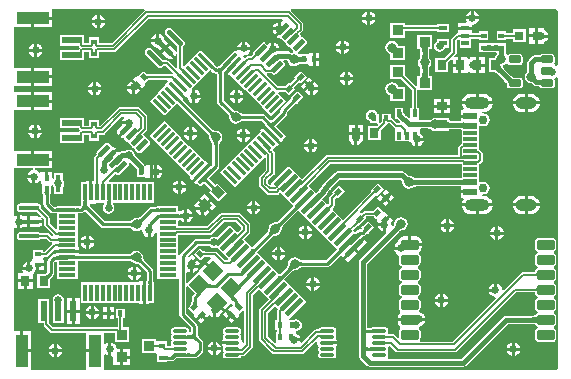
<source format=gtl>
G04*
G04 #@! TF.GenerationSoftware,Altium Limited,Altium Designer,20.0.13 (296)*
G04*
G04 Layer_Physical_Order=1*
G04 Layer_Color=255*
%FSLAX44Y44*%
%MOMM*%
G71*
G01*
G75*
%ADD13C,0.2540*%
G04:AMPARAMS|DCode=87|XSize=0.4mm|YSize=0.55mm|CornerRadius=0mm|HoleSize=0mm|Usage=FLASHONLY|Rotation=45.000|XOffset=0mm|YOffset=0mm|HoleType=Round|Shape=Rectangle|*
%AMROTATEDRECTD87*
4,1,4,0.0530,-0.3359,-0.3359,0.0530,-0.0530,0.3359,0.3359,-0.0530,0.0530,-0.3359,0.0*
%
%ADD87ROTATEDRECTD87*%

G04:AMPARAMS|DCode=88|XSize=0.4mm|YSize=0.55mm|CornerRadius=0mm|HoleSize=0mm|Usage=FLASHONLY|Rotation=135.000|XOffset=0mm|YOffset=0mm|HoleType=Round|Shape=Rectangle|*
%AMROTATEDRECTD88*
4,1,4,0.3359,0.0530,-0.0530,-0.3359,-0.3359,-0.0530,0.0530,0.3359,0.3359,0.0530,0.0*
%
%ADD88ROTATEDRECTD88*%

G04:AMPARAMS|DCode=89|XSize=1.3mm|YSize=1.2mm|CornerRadius=0mm|HoleSize=0mm|Usage=FLASHONLY|Rotation=135.000|XOffset=0mm|YOffset=0mm|HoleType=Round|Shape=Rectangle|*
%AMROTATEDRECTD89*
4,1,4,0.8839,-0.0354,0.0354,-0.8839,-0.8839,0.0354,-0.0354,0.8839,0.8839,-0.0354,0.0*
%
%ADD89ROTATEDRECTD89*%

%ADD90R,2.8000X1.0000*%
%ADD91R,1.7000X0.6000*%
%ADD92R,0.4000X0.5500*%
G04:AMPARAMS|DCode=93|XSize=0.45mm|YSize=0.5mm|CornerRadius=0mm|HoleSize=0mm|Usage=FLASHONLY|Rotation=45.000|XOffset=0mm|YOffset=0mm|HoleType=Round|Shape=Rectangle|*
%AMROTATEDRECTD93*
4,1,4,0.0177,-0.3359,-0.3359,0.0177,-0.0177,0.3359,0.3359,-0.0177,0.0177,-0.3359,0.0*
%
%ADD93ROTATEDRECTD93*%

G04:AMPARAMS|DCode=94|XSize=0.75mm|YSize=0.85mm|CornerRadius=0mm|HoleSize=0mm|Usage=FLASHONLY|Rotation=225.000|XOffset=0mm|YOffset=0mm|HoleType=Round|Shape=Rectangle|*
%AMROTATEDRECTD94*
4,1,4,-0.0354,0.5657,0.5657,-0.0354,0.0354,-0.5657,-0.5657,0.0354,-0.0354,0.5657,0.0*
%
%ADD94ROTATEDRECTD94*%

%ADD95R,0.7500X0.8500*%
%ADD96R,0.5500X0.4000*%
%ADD97R,0.5000X0.4500*%
%ADD98R,0.4500X0.5000*%
%ADD99R,0.8500X0.7500*%
%ADD100R,0.9100X0.9100*%
G04:AMPARAMS|DCode=101|XSize=0.45mm|YSize=0.5mm|CornerRadius=0mm|HoleSize=0mm|Usage=FLASHONLY|Rotation=315.000|XOffset=0mm|YOffset=0mm|HoleType=Round|Shape=Rectangle|*
%AMROTATEDRECTD101*
4,1,4,-0.3359,-0.0177,0.0177,0.3359,0.3359,0.0177,-0.0177,-0.3359,-0.3359,-0.0177,0.0*
%
%ADD101ROTATEDRECTD101*%

G04:AMPARAMS|DCode=102|XSize=1mm|YSize=0.6mm|CornerRadius=0.075mm|HoleSize=0mm|Usage=FLASHONLY|Rotation=180.000|XOffset=0mm|YOffset=0mm|HoleType=Round|Shape=RoundedRectangle|*
%AMROUNDEDRECTD102*
21,1,1.0000,0.4500,0,0,180.0*
21,1,0.8500,0.6000,0,0,180.0*
1,1,0.1500,-0.4250,0.2250*
1,1,0.1500,0.4250,0.2250*
1,1,0.1500,0.4250,-0.2250*
1,1,0.1500,-0.4250,-0.2250*
%
%ADD102ROUNDEDRECTD102*%
G04:AMPARAMS|DCode=103|XSize=0.99mm|YSize=0.6mm|CornerRadius=0.075mm|HoleSize=0mm|Usage=FLASHONLY|Rotation=180.000|XOffset=0mm|YOffset=0mm|HoleType=Round|Shape=RoundedRectangle|*
%AMROUNDEDRECTD103*
21,1,0.9900,0.4500,0,0,180.0*
21,1,0.8400,0.6000,0,0,180.0*
1,1,0.1500,-0.4200,0.2250*
1,1,0.1500,0.4200,0.2250*
1,1,0.1500,0.4200,-0.2250*
1,1,0.1500,-0.4200,-0.2250*
%
%ADD103ROUNDEDRECTD103*%
%ADD104R,0.6500X0.4000*%
%ADD105R,0.4000X0.6500*%
%ADD106R,0.8000X0.8000*%
%ADD107R,1.4750X0.3000*%
%ADD108R,0.3000X1.4750*%
G04:AMPARAMS|DCode=109|XSize=1.475mm|YSize=0.3mm|CornerRadius=0mm|HoleSize=0mm|Usage=FLASHONLY|Rotation=315.000|XOffset=0mm|YOffset=0mm|HoleType=Round|Shape=Rectangle|*
%AMROTATEDRECTD109*
4,1,4,-0.6276,0.4154,-0.4154,0.6276,0.6276,-0.4154,0.4154,-0.6276,-0.6276,0.4154,0.0*
%
%ADD109ROTATEDRECTD109*%

G04:AMPARAMS|DCode=110|XSize=1.475mm|YSize=0.3mm|CornerRadius=0mm|HoleSize=0mm|Usage=FLASHONLY|Rotation=45.000|XOffset=0mm|YOffset=0mm|HoleType=Round|Shape=Rectangle|*
%AMROTATEDRECTD110*
4,1,4,-0.4154,-0.6276,-0.6276,-0.4154,0.4154,0.6276,0.6276,0.4154,-0.4154,-0.6276,0.0*
%
%ADD110ROTATEDRECTD110*%

G04:AMPARAMS|DCode=111|XSize=1.5mm|YSize=0.9mm|CornerRadius=0.225mm|HoleSize=0mm|Usage=FLASHONLY|Rotation=180.000|XOffset=0mm|YOffset=0mm|HoleType=Round|Shape=RoundedRectangle|*
%AMROUNDEDRECTD111*
21,1,1.5000,0.4500,0,0,180.0*
21,1,1.0500,0.9000,0,0,180.0*
1,1,0.4500,-0.5250,0.2250*
1,1,0.4500,0.5250,0.2250*
1,1,0.4500,0.5250,-0.2250*
1,1,0.4500,-0.5250,-0.2250*
%
%ADD111ROUNDEDRECTD111*%
G04:AMPARAMS|DCode=112|XSize=1.2mm|YSize=0.3mm|CornerRadius=0.075mm|HoleSize=0mm|Usage=FLASHONLY|Rotation=0.000|XOffset=0mm|YOffset=0mm|HoleType=Round|Shape=RoundedRectangle|*
%AMROUNDEDRECTD112*
21,1,1.2000,0.1500,0,0,0.0*
21,1,1.0500,0.3000,0,0,0.0*
1,1,0.1500,0.5250,-0.0750*
1,1,0.1500,-0.5250,-0.0750*
1,1,0.1500,-0.5250,0.0750*
1,1,0.1500,0.5250,0.0750*
%
%ADD112ROUNDEDRECTD112*%
G04:AMPARAMS|DCode=113|XSize=1.7mm|YSize=0.4mm|CornerRadius=0.1mm|HoleSize=0mm|Usage=FLASHONLY|Rotation=0.000|XOffset=0mm|YOffset=0mm|HoleType=Round|Shape=RoundedRectangle|*
%AMROUNDEDRECTD113*
21,1,1.7000,0.2000,0,0,0.0*
21,1,1.5000,0.4000,0,0,0.0*
1,1,0.2000,0.7500,-0.1000*
1,1,0.2000,-0.7500,-0.1000*
1,1,0.2000,-0.7500,0.1000*
1,1,0.2000,0.7500,0.1000*
%
%ADD113ROUNDEDRECTD113*%
G04:AMPARAMS|DCode=114|XSize=1.7mm|YSize=0.4mm|CornerRadius=0.1mm|HoleSize=0mm|Usage=FLASHONLY|Rotation=315.000|XOffset=0mm|YOffset=0mm|HoleType=Round|Shape=RoundedRectangle|*
%AMROUNDEDRECTD114*
21,1,1.7000,0.2000,0,0,315.0*
21,1,1.5000,0.4000,0,0,315.0*
1,1,0.2000,0.4596,-0.6010*
1,1,0.2000,-0.6010,0.4596*
1,1,0.2000,-0.4596,0.6010*
1,1,0.2000,0.6010,-0.4596*
%
%ADD114ROUNDEDRECTD114*%
%ADD115R,1.0000X2.8000*%
%ADD116R,0.6000X1.7000*%
G04:AMPARAMS|DCode=117|XSize=1.1mm|YSize=0.45mm|CornerRadius=0.0563mm|HoleSize=0mm|Usage=FLASHONLY|Rotation=45.000|XOffset=0mm|YOffset=0mm|HoleType=Round|Shape=RoundedRectangle|*
%AMROUNDEDRECTD117*
21,1,1.1000,0.3375,0,0,45.0*
21,1,0.9875,0.4500,0,0,45.0*
1,1,0.1125,0.4685,0.2298*
1,1,0.1125,-0.2298,-0.4685*
1,1,0.1125,-0.4685,-0.2298*
1,1,0.1125,0.2298,0.4685*
%
%ADD117ROUNDEDRECTD117*%
%ADD118R,1.1500X0.3000*%
%ADD119R,1.1500X0.6000*%
G04:AMPARAMS|DCode=120|XSize=1.8mm|YSize=0.45mm|CornerRadius=0mm|HoleSize=0mm|Usage=FLASHONLY|Rotation=45.000|XOffset=0mm|YOffset=0mm|HoleType=Round|Shape=Rectangle|*
%AMROTATEDRECTD120*
4,1,4,-0.4773,-0.7955,-0.7955,-0.4773,0.4773,0.7955,0.7955,0.4773,-0.4773,-0.7955,0.0*
%
%ADD120ROTATEDRECTD120*%

%ADD121C,0.3810*%
%ADD122C,0.1524*%
%ADD123O,2.0987X1.0000*%
%ADD124O,1.7987X1.0000*%
%ADD125C,0.7500*%
%ADD126C,0.6400*%
%ADD127C,0.8000*%
G36*
X60250Y278302D02*
X60232Y278275D01*
X60217Y278230D01*
X60204Y278168D01*
X60193Y278087D01*
X60176Y277873D01*
X60167Y277417D01*
X58643D01*
X58642Y277587D01*
X58607Y278168D01*
X58593Y278230D01*
X58578Y278275D01*
X58561Y278302D01*
X58541Y278311D01*
X60269D01*
X60250Y278302D01*
D02*
G37*
G36*
X144693Y277599D02*
X144567Y277530D01*
X144456Y277415D01*
X144360Y277253D01*
X144279Y277046D01*
X144212Y276792D01*
X144160Y276492D01*
X144123Y276146D01*
X144094Y275315D01*
X142570D01*
X142562Y275753D01*
X142503Y276492D01*
X142451Y276792D01*
X142384Y277046D01*
X142303Y277253D01*
X142207Y277415D01*
X142096Y277530D01*
X141970Y277599D01*
X141829Y277623D01*
X144834D01*
X144693Y277599D01*
D02*
G37*
G36*
X60168Y272413D02*
X60204Y271832D01*
X60217Y271770D01*
X60232Y271725D01*
X60250Y271698D01*
X60269Y271689D01*
X58541D01*
X58561Y271698D01*
X58578Y271725D01*
X58593Y271770D01*
X58607Y271832D01*
X58618Y271913D01*
X58634Y272127D01*
X58643Y272583D01*
X60167D01*
X60168Y272413D01*
D02*
G37*
G36*
X353698Y275442D02*
X353374Y275328D01*
X353088Y275138D01*
X352841Y274871D01*
X352631Y274528D01*
X352460Y274109D01*
X352326Y273614D01*
X352231Y273042D01*
X352174Y272394D01*
X352155Y271670D01*
X348345D01*
X348326Y272394D01*
X348269Y273042D01*
X348173Y273614D01*
X348040Y274109D01*
X347869Y274528D01*
X347659Y274871D01*
X347411Y275138D01*
X347126Y275328D01*
X346802Y275442D01*
X346440Y275480D01*
X354060D01*
X353698Y275442D01*
D02*
G37*
G36*
X460250Y307936D02*
Y307905D01*
X461362Y307684D01*
X462304Y307054D01*
X462934Y306112D01*
X463155Y305000D01*
X463186D01*
Y260049D01*
X461916Y259371D01*
X460740Y260157D01*
X460452Y260214D01*
X460405Y260266D01*
X459970Y261605D01*
X460142Y261863D01*
X460318Y262750D01*
Y267250D01*
X460142Y268137D01*
X459639Y268890D01*
X458887Y269392D01*
X458000Y269569D01*
X449500D01*
X448613Y269392D01*
X448115Y269060D01*
X447815Y268935D01*
X447794Y268886D01*
X447783Y268878D01*
X447742Y268857D01*
X447738Y268853D01*
X447729Y268849D01*
X447580Y268796D01*
X447337Y268734D01*
X447043Y268681D01*
X445541Y268562D01*
X444935Y268554D01*
X444799Y268496D01*
X443500D01*
X442162Y268230D01*
X441028Y267472D01*
X438278Y264722D01*
X437520Y263588D01*
X437254Y262250D01*
Y256334D01*
X437196Y256202D01*
X437188Y255816D01*
X437166Y255500D01*
X437133Y255221D01*
X437089Y254979D01*
X437037Y254776D01*
X436982Y254611D01*
X436926Y254483D01*
X436875Y254391D01*
X436830Y254328D01*
X436725Y254212D01*
X436693Y254122D01*
X435546Y252405D01*
X435118Y250250D01*
X435546Y248095D01*
X436767Y246267D01*
X438595Y245047D01*
X440750Y244618D01*
X441158Y244699D01*
X442114Y243856D01*
X442399Y243574D01*
X442672Y243463D01*
X443567Y242865D01*
X444688Y242642D01*
X444916Y242541D01*
X445647Y242523D01*
X446235Y242475D01*
X446711Y242402D01*
X447068Y242312D01*
X447285Y242229D01*
X447358Y241863D01*
X447689Y241368D01*
X447754Y241188D01*
X447834Y241151D01*
X447860Y241110D01*
X447863Y241109D01*
X447889Y241057D01*
X447993Y241022D01*
X448613Y240608D01*
X449500Y240431D01*
X458000D01*
X458887Y240608D01*
X459639Y241110D01*
X460142Y241863D01*
X460318Y242750D01*
Y247250D01*
X460142Y248137D01*
X460712Y249288D01*
X460825Y249400D01*
X461916Y250129D01*
X463186Y249450D01*
Y5000D01*
X463155D01*
X462934Y3888D01*
X462304Y2946D01*
X461362Y2316D01*
X460250Y2095D01*
Y2064D01*
X460250Y2064D01*
X78790D01*
Y14730D01*
X80060Y15312D01*
X81510Y14343D01*
X82480Y14150D01*
Y19750D01*
Y25350D01*
X81510Y25157D01*
X80060Y24188D01*
X78790Y24770D01*
Y33477D01*
X87553D01*
X87734Y33397D01*
X87746Y33397D01*
Y25946D01*
X99894D01*
Y38094D01*
X95161D01*
X95161Y38106D01*
X95081Y38286D01*
Y45783D01*
X95161Y45963D01*
X95161Y45976D01*
X96524D01*
Y54024D01*
X88976D01*
Y45976D01*
X90339D01*
X90339Y45963D01*
X90419Y45783D01*
Y39357D01*
X90210Y38699D01*
X89580Y38332D01*
X89188Y38192D01*
X87809Y38219D01*
X87793Y38213D01*
X87776Y38220D01*
X87581Y38139D01*
X35907D01*
X32367Y41679D01*
X32400Y41757D01*
X32396Y41765D01*
X32399Y41774D01*
X32385Y43161D01*
X32367Y43201D01*
X32382Y43242D01*
X32377Y43318D01*
X32357Y43360D01*
X32370Y43405D01*
X32364Y43451D01*
X32319Y43533D01*
Y49512D01*
X32274Y49737D01*
Y61774D01*
X23226D01*
Y41726D01*
X27577D01*
X27577Y41714D01*
X27657Y41533D01*
Y40762D01*
X27835Y39870D01*
X28340Y39114D01*
X33294Y34160D01*
X34050Y33655D01*
X34942Y33477D01*
X63710D01*
Y19520D01*
X71250D01*
Y16980D01*
X63710D01*
Y2064D01*
X16790D01*
Y16980D01*
X9250D01*
Y18250D01*
X7980D01*
Y34790D01*
X2314D01*
Y122116D01*
X3584Y122795D01*
X4260Y122343D01*
X5230Y122150D01*
Y127750D01*
Y133350D01*
X4260Y133157D01*
X3584Y132705D01*
X2314Y133384D01*
Y172710D01*
X18558D01*
X18683Y171440D01*
X17260Y171157D01*
X15362Y169888D01*
X14093Y167990D01*
X13900Y167020D01*
X19500D01*
Y165750D01*
X20770D01*
Y160150D01*
X21740Y160343D01*
X23638Y161612D01*
X24190Y162437D01*
X25460Y162052D01*
Y159960D01*
X25670D01*
X26476Y159024D01*
X26476Y158690D01*
Y152894D01*
X26397Y152760D01*
X26427Y152643D01*
X26381Y152530D01*
X26476Y152301D01*
Y150976D01*
X27267D01*
X27322Y150380D01*
X27331Y149958D01*
X27401Y149797D01*
Y142500D01*
X27401Y142500D01*
X27618Y141410D01*
X28236Y140486D01*
X33236Y135486D01*
X34160Y134868D01*
X35250Y134651D01*
X35250Y134651D01*
X37792D01*
X37953Y134581D01*
X38971Y134561D01*
Y121694D01*
X37798Y121208D01*
X32856Y126149D01*
Y130725D01*
X32678Y131617D01*
X32173Y132373D01*
X26091Y138456D01*
X26023Y138636D01*
X25497Y139201D01*
X25348Y139385D01*
X25323Y139420D01*
Y139584D01*
X25358Y139667D01*
X25323Y139749D01*
Y139881D01*
X25336Y139934D01*
X25323Y139954D01*
Y140500D01*
X25128Y141485D01*
X24570Y142320D01*
X23735Y142878D01*
X22750Y143074D01*
X7750D01*
X6765Y142878D01*
X5930Y142320D01*
X5372Y141485D01*
X5177Y140500D01*
Y138500D01*
X5372Y137515D01*
X5930Y136680D01*
X6765Y136122D01*
X7750Y135927D01*
X21296D01*
X21316Y135914D01*
X21369Y135927D01*
X21501D01*
X21583Y135892D01*
X21666Y135927D01*
X21830D01*
X21847Y135914D01*
X22314Y135517D01*
X22592Y135248D01*
X22780Y135174D01*
X25519Y132435D01*
X24710Y131448D01*
X24131Y131835D01*
X22750Y132109D01*
X16520D01*
Y128770D01*
X26306D01*
X26085Y129881D01*
X25698Y130460D01*
X26685Y131269D01*
X28194Y129760D01*
Y125184D01*
X28372Y124292D01*
X28877Y123536D01*
X36019Y116393D01*
X35805Y115428D01*
X35628Y115114D01*
X34688Y115091D01*
X32631Y117148D01*
X31874Y117653D01*
X30982Y117831D01*
X25482D01*
X25300Y117911D01*
X25017Y117918D01*
X24829Y117932D01*
X24772Y118018D01*
X24707Y118174D01*
X24652Y118196D01*
X24570Y118320D01*
X23735Y118878D01*
X22750Y119073D01*
X7750D01*
X6765Y118878D01*
X5930Y118320D01*
X5372Y117485D01*
X5177Y116500D01*
Y114500D01*
X5372Y113515D01*
X5930Y112680D01*
X6765Y112122D01*
X7750Y111926D01*
X22750D01*
X23735Y112122D01*
X24570Y112680D01*
X24652Y112804D01*
X24707Y112826D01*
X24772Y112982D01*
X24829Y113068D01*
X25017Y113082D01*
X25300Y113089D01*
X25482Y113169D01*
X30017D01*
X32334Y110852D01*
X33091Y110347D01*
X33983Y110169D01*
X34739D01*
X34949Y109876D01*
X35220Y108899D01*
X28651Y102331D01*
X27216D01*
X27036Y102411D01*
X27024Y102411D01*
Y103524D01*
X18476D01*
Y96810D01*
X18476Y96476D01*
X17670Y95540D01*
X17460D01*
Y94414D01*
X16520Y93642D01*
Y88000D01*
X15250D01*
Y86730D01*
X9650D01*
X9843Y85760D01*
X10077Y85410D01*
X9478Y84290D01*
X5960D01*
Y78770D01*
X12250D01*
X18540D01*
Y83295D01*
X19388Y83862D01*
X20657Y85760D01*
X20796Y86460D01*
X21480D01*
Y91000D01*
X22750D01*
Y92270D01*
X28040D01*
Y95540D01*
X27830D01*
X27134Y96348D01*
X27114Y96597D01*
X27938Y97669D01*
X29616D01*
X30508Y97847D01*
X31265Y98352D01*
X36782Y103869D01*
X37021Y103770D01*
X57785D01*
Y106540D01*
X56769D01*
Y114476D01*
Y124476D01*
Y134543D01*
X57328Y134579D01*
X57761Y134580D01*
X57930Y134651D01*
X59500D01*
X59500Y134651D01*
X60590Y134868D01*
X61514Y135486D01*
X61739Y135710D01*
X61746Y135711D01*
X61771Y135742D01*
X61908Y135879D01*
X62057Y135932D01*
X62342Y136188D01*
X62519Y136312D01*
X62642Y136373D01*
X62713Y136394D01*
X62750Y136398D01*
X62787Y136394D01*
X62858Y136373D01*
X62981Y136312D01*
X63158Y136188D01*
X63443Y135932D01*
X63593Y135879D01*
X63729Y135742D01*
X63755Y135711D01*
X63761Y135710D01*
X76236Y123236D01*
X77160Y122618D01*
X78250Y122401D01*
X78250Y122401D01*
X100088D01*
X100238Y122332D01*
X100531Y122319D01*
X100747Y122292D01*
X100956Y122246D01*
X101164Y122181D01*
X101372Y122096D01*
X101582Y121989D01*
X101796Y121858D01*
X102015Y121699D01*
X102238Y121512D01*
X102502Y121259D01*
X102569Y121233D01*
X104345Y120047D01*
X106500Y119618D01*
X108655Y120047D01*
X109990Y120938D01*
X111148Y120250D01*
X111593Y118010D01*
X112862Y116112D01*
X114760Y114843D01*
X115730Y114650D01*
Y120250D01*
X118270D01*
Y114650D01*
X119240Y114843D01*
X121138Y116112D01*
X122407Y118010D01*
X122461Y118282D01*
X123731Y118157D01*
Y109476D01*
Y99476D01*
Y89476D01*
Y79476D01*
X141529D01*
Y79476D01*
X142651Y79119D01*
Y49000D01*
X142651Y49000D01*
X142868Y47910D01*
X143486Y46986D01*
X152413Y38058D01*
Y34279D01*
X152409Y34274D01*
X152413Y34234D01*
Y34062D01*
X152374Y34024D01*
X152079Y33903D01*
X151642Y34004D01*
X151418Y34141D01*
X150819Y34859D01*
Y35750D01*
X150642Y36637D01*
X150139Y37390D01*
X149387Y37892D01*
X148500Y38069D01*
X138000D01*
X137113Y37892D01*
X136361Y37390D01*
X135858Y36637D01*
X135681Y35750D01*
Y34250D01*
X135858Y33363D01*
X136303Y32500D01*
X135858Y31637D01*
X135681Y30750D01*
Y29250D01*
X135858Y28363D01*
X136361Y27611D01*
Y27389D01*
X135858Y26637D01*
X135681Y25750D01*
Y24250D01*
X135794Y23683D01*
X135775Y23374D01*
X135492Y22912D01*
X135020Y22331D01*
X131774D01*
Y26274D01*
X123726D01*
X122754Y26993D01*
Y28574D01*
X110606D01*
Y16426D01*
X122519D01*
X122802Y16390D01*
X123726Y15707D01*
Y8726D01*
X129855D01*
X129990Y8647D01*
X130107Y8677D01*
X130219Y8631D01*
X130449Y8726D01*
X131774D01*
Y9517D01*
X132370Y9572D01*
X132792Y9581D01*
X132953Y9651D01*
X136250D01*
X136250Y9651D01*
X137340Y9868D01*
X138229Y10462D01*
X138413Y10535D01*
X139172Y11269D01*
X139747Y11775D01*
X139936Y11924D01*
X139948Y11931D01*
X148500D01*
X148675Y11966D01*
X148781Y11923D01*
X148899Y11972D01*
X148946Y11956D01*
X151124Y12080D01*
X151564Y12082D01*
X151730Y12151D01*
X156000D01*
X156000Y12151D01*
X157090Y12368D01*
X158014Y12986D01*
X161764Y16736D01*
X162382Y17660D01*
X162599Y18750D01*
X162599Y18750D01*
Y25512D01*
X162382Y26602D01*
X161764Y27527D01*
X161764Y27527D01*
X159594Y29697D01*
X159536Y29854D01*
X159236Y30175D01*
X159010Y30459D01*
X158814Y30747D01*
X158647Y31041D01*
X158506Y31344D01*
X158392Y31657D01*
X158302Y31984D01*
X158236Y32325D01*
X158196Y32686D01*
X158181Y33125D01*
X158111Y33278D01*
Y39238D01*
X157894Y40328D01*
X157276Y41252D01*
X157276Y41252D01*
X148349Y50180D01*
Y72581D01*
X149522Y73067D01*
X155536Y67053D01*
X155100Y66442D01*
X154902Y66233D01*
X154844Y66083D01*
X154826Y66058D01*
X153766Y64998D01*
X153148Y64073D01*
X152932Y62983D01*
X152932Y62983D01*
Y59799D01*
X152862Y59647D01*
X152813Y58336D01*
X152763Y57879D01*
X152696Y57511D01*
X152666Y57400D01*
X152303Y57037D01*
X152074Y56942D01*
X152022Y56817D01*
X151906Y56746D01*
X151873Y56606D01*
X149736Y54470D01*
X154720Y49486D01*
X154811Y48254D01*
X154663Y48106D01*
X156975Y45793D01*
X160716Y49534D01*
X161614Y48636D01*
X162512Y49534D01*
X165722Y46324D01*
X167836Y48438D01*
X168612Y48362D01*
X170510Y47093D01*
X171480Y46900D01*
Y52500D01*
X174020D01*
Y46900D01*
X174213Y46939D01*
X174518Y46634D01*
X174974Y47090D01*
X174990Y47093D01*
X176888Y48362D01*
X178157Y50260D01*
X178160Y50276D01*
X179658Y51775D01*
X173266Y58167D01*
X175062Y59963D01*
X181455Y53571D01*
X186158Y58274D01*
X187528Y57897D01*
X187618Y57442D01*
X188035Y56819D01*
X187337Y55812D01*
X187209Y55708D01*
X186004Y55439D01*
X185856Y55587D01*
X183543Y53275D01*
X187284Y49534D01*
X191025Y45793D01*
X193337Y48106D01*
X193189Y48254D01*
X193280Y49486D01*
X193517Y49722D01*
X196198Y52404D01*
X197371Y51918D01*
Y25093D01*
X197124Y24867D01*
X195922Y25398D01*
X195854Y25499D01*
Y25750D01*
X195599Y27034D01*
X194872Y28122D01*
X194662Y28262D01*
X194642Y28363D01*
X194818Y29250D01*
Y30750D01*
X194642Y31637D01*
X194196Y32500D01*
X194642Y33363D01*
X194818Y34250D01*
Y35750D01*
X194642Y36637D01*
X194139Y37390D01*
X193387Y37892D01*
X192500Y38069D01*
X182000D01*
X181113Y37892D01*
X180361Y37390D01*
X179858Y36637D01*
X179681Y35750D01*
Y34250D01*
X179858Y33363D01*
X180303Y32500D01*
X179858Y31637D01*
X179681Y30750D01*
Y29250D01*
X179858Y28363D01*
X179838Y28262D01*
X179628Y28122D01*
X178901Y27034D01*
X178749Y26270D01*
X187250D01*
Y23730D01*
X178749D01*
X178901Y22966D01*
X179628Y21878D01*
X179838Y21738D01*
X179858Y21637D01*
X179681Y20750D01*
Y19250D01*
X179858Y18363D01*
X180361Y17611D01*
Y17389D01*
X179858Y16637D01*
X179681Y15750D01*
Y14250D01*
X179858Y13363D01*
X180361Y12610D01*
X181113Y12108D01*
X182000Y11931D01*
X192500D01*
X193387Y12108D01*
X194139Y12610D01*
X194642Y13363D01*
X194698Y13645D01*
X196798D01*
X197690Y13823D01*
X198447Y14328D01*
X204398Y20279D01*
X204903Y21036D01*
X205081Y21927D01*
Y65187D01*
X210028Y70134D01*
X218365Y61797D01*
X210804Y54236D01*
X210299Y53480D01*
X210121Y52588D01*
Y28238D01*
X210299Y27346D01*
X210804Y26589D01*
X218947Y18447D01*
X218947Y18447D01*
X221197Y16197D01*
X221953Y15691D01*
X222845Y15514D01*
X246583D01*
X247475Y15691D01*
X248231Y16197D01*
X258179Y26145D01*
X258957Y25892D01*
X259396Y25565D01*
Y24250D01*
X259651Y22966D01*
X260378Y21878D01*
X260588Y21738D01*
X260608Y21637D01*
X260431Y20750D01*
Y19250D01*
X260608Y18363D01*
X261054Y17500D01*
X260608Y16637D01*
X260431Y15750D01*
Y14250D01*
X260608Y13363D01*
X261111Y12610D01*
X261863Y12108D01*
X262750Y11931D01*
X273250D01*
X274137Y12108D01*
X274890Y12610D01*
X275392Y13363D01*
X275569Y14250D01*
Y15750D01*
X275392Y16637D01*
X274947Y17500D01*
X275392Y18363D01*
X275569Y19250D01*
Y20750D01*
X275392Y21637D01*
X275412Y21738D01*
X275622Y21878D01*
X276349Y22966D01*
X276501Y23730D01*
X268000D01*
Y26270D01*
X276501D01*
X276349Y27034D01*
X275622Y28122D01*
X275412Y28262D01*
X275392Y28363D01*
X275569Y29250D01*
Y30750D01*
X275392Y31637D01*
X274890Y32389D01*
Y32611D01*
X275392Y33363D01*
X275569Y34250D01*
Y35750D01*
X275392Y36637D01*
X274890Y37390D01*
X274137Y37892D01*
X273250Y38069D01*
X262750D01*
X261863Y37892D01*
X261111Y37390D01*
X260608Y36637D01*
X260552Y36355D01*
X258451D01*
X257560Y36177D01*
X256803Y35672D01*
X246155Y25023D01*
X244984Y25649D01*
X245100Y26230D01*
X239500D01*
Y28770D01*
X245100D01*
X244907Y29740D01*
X243638Y31638D01*
X241740Y32907D01*
X241290Y32996D01*
Y34806D01*
X241750Y35183D01*
X243593Y35550D01*
X245156Y36594D01*
X246200Y38157D01*
X246567Y40000D01*
X246200Y41843D01*
X245156Y43406D01*
X243593Y44450D01*
X241750Y44816D01*
X239907Y44450D01*
X239269Y44024D01*
X236158D01*
X235632Y45294D01*
X250133Y59795D01*
X244796Y65133D01*
X240200Y69729D01*
X235604Y74325D01*
X231189Y78739D01*
X231571Y79200D01*
X231864Y79504D01*
X231928Y79668D01*
X237673Y85414D01*
X237828Y85470D01*
X238044Y85669D01*
X238216Y85802D01*
X238397Y85918D01*
X238590Y86019D01*
X238796Y86106D01*
X239021Y86179D01*
X239265Y86237D01*
X239532Y86280D01*
X239822Y86305D01*
X240188Y86313D01*
X240253Y86342D01*
X242348Y86758D01*
X244124Y87945D01*
X244191Y87971D01*
X244455Y88224D01*
X244678Y88411D01*
X244897Y88570D01*
X245111Y88701D01*
X245321Y88808D01*
X245529Y88893D01*
X245736Y88958D01*
X245946Y89004D01*
X246162Y89031D01*
X246455Y89044D01*
X246604Y89113D01*
X267770D01*
X267770Y89113D01*
X268860Y89330D01*
X269784Y89947D01*
X278608Y98771D01*
X280336Y98799D01*
X281170Y97965D01*
X289329Y106125D01*
X297587Y114382D01*
X297629Y114730D01*
X298030Y115541D01*
X298810Y115696D01*
X299734Y116313D01*
X300630Y117209D01*
X300683Y117246D01*
X300820Y117299D01*
X300976Y117450D01*
X301645Y117914D01*
X302144Y117415D01*
X303081Y118352D01*
X303311Y118447D01*
X303357Y118559D01*
X303462Y118621D01*
X303501Y118771D01*
X307835Y123106D01*
X302498Y128443D01*
X298164Y124109D01*
X298013Y124070D01*
X297951Y123965D01*
X297839Y123919D01*
X297744Y123689D01*
X296807Y122752D01*
X297306Y122253D01*
X296843Y121585D01*
X296692Y121428D01*
X296637Y121289D01*
X296603Y121239D01*
X296540Y121177D01*
X295243D01*
X295243Y121177D01*
X294153Y120960D01*
X293229Y120342D01*
X293228Y120342D01*
X292451Y119565D01*
X292290Y119503D01*
X291973Y119202D01*
X291725Y118994D01*
X291525Y118850D01*
X291501Y118837D01*
X289840Y120497D01*
X289849Y120506D01*
X289920Y120690D01*
X293520Y124291D01*
X295073Y124486D01*
X295073D01*
X300764Y130177D01*
X300585Y130356D01*
X300618Y132072D01*
X300685Y132139D01*
X305939D01*
X306114Y132059D01*
X306886Y132032D01*
X307121Y132007D01*
X307215Y131990D01*
X307249Y131957D01*
X307313Y131801D01*
X307444Y131747D01*
X307518Y131627D01*
X307597Y131609D01*
X309484Y129722D01*
X309720Y129486D01*
X309811Y128254D01*
X309663Y128106D01*
X310791Y126978D01*
X310650Y126270D01*
X316250D01*
Y125000D01*
X317520D01*
Y118469D01*
X317696Y118140D01*
X295528Y95972D01*
X294770Y94838D01*
X294504Y93500D01*
Y35500D01*
Y20248D01*
X294452Y20149D01*
X294499Y20000D01*
X294452Y19851D01*
X294504Y19752D01*
Y14000D01*
X294770Y12662D01*
X295528Y11528D01*
X301278Y5778D01*
X302412Y5020D01*
X303750Y4754D01*
X303750Y4754D01*
X383000D01*
X384338Y5020D01*
X385472Y5778D01*
X420798Y41104D01*
X441259D01*
X441390Y41046D01*
X442197Y41028D01*
X442860Y40978D01*
X443409Y40901D01*
X443835Y40804D01*
X444041Y40733D01*
X444667Y39796D01*
X444732Y39641D01*
X444811Y39608D01*
X444837Y39591D01*
X444885Y39505D01*
X445020Y39468D01*
X445791Y38953D01*
X445905Y38353D01*
Y38147D01*
X445791Y37547D01*
X444779Y36871D01*
X443945Y35623D01*
X443652Y34150D01*
Y29650D01*
X443945Y28177D01*
X444779Y26929D01*
X446027Y26095D01*
X447500Y25802D01*
X458000D01*
X459473Y26095D01*
X460721Y26929D01*
X461555Y28177D01*
X461848Y29650D01*
Y34150D01*
X461555Y35623D01*
X460721Y36871D01*
X459709Y37547D01*
X459595Y38147D01*
Y38353D01*
X459709Y38953D01*
X460721Y39629D01*
X461555Y40877D01*
X461848Y42350D01*
Y46850D01*
X461555Y48323D01*
X460721Y49571D01*
X459709Y50247D01*
X459595Y50847D01*
Y51053D01*
X459709Y51653D01*
X460721Y52329D01*
X461555Y53577D01*
X461848Y55050D01*
Y59550D01*
X461555Y61023D01*
X460721Y62271D01*
X459709Y62947D01*
X459595Y63547D01*
Y63753D01*
X459709Y64353D01*
X460721Y65029D01*
X461555Y66277D01*
X461848Y67750D01*
Y72250D01*
X461555Y73723D01*
X460721Y74971D01*
X459709Y75647D01*
X459595Y76247D01*
Y76453D01*
X459709Y77053D01*
X460721Y77729D01*
X461555Y78977D01*
X461848Y80450D01*
Y84950D01*
X461555Y86423D01*
X460721Y87671D01*
X459709Y88347D01*
X459595Y88947D01*
Y89153D01*
X459709Y89753D01*
X460721Y90429D01*
X461555Y91678D01*
X461848Y93150D01*
Y97650D01*
X461555Y99123D01*
X460721Y100371D01*
X459709Y101047D01*
X459595Y101647D01*
Y101853D01*
X459709Y102453D01*
X460721Y103129D01*
X461555Y104377D01*
X461848Y105850D01*
Y110350D01*
X461555Y111823D01*
X460721Y113071D01*
X459473Y113905D01*
X458000Y114198D01*
X447500D01*
X446027Y113905D01*
X444779Y113071D01*
X443945Y111823D01*
X443652Y110350D01*
Y105850D01*
X443945Y104377D01*
X444779Y103129D01*
X445791Y102453D01*
X445905Y101853D01*
Y101647D01*
X445791Y101047D01*
X444779Y100371D01*
X443945Y99123D01*
X443652Y97650D01*
Y93150D01*
X443945Y91678D01*
X444779Y90429D01*
X445791Y89753D01*
X445905Y89153D01*
Y88947D01*
X445791Y88347D01*
X444779Y87671D01*
X443945Y86423D01*
X443684Y85111D01*
X443671Y85111D01*
X443490Y85031D01*
X433700D01*
X432808Y84853D01*
X432052Y84348D01*
X417260Y69556D01*
X416029Y70121D01*
X415657Y71990D01*
X414388Y73888D01*
X412490Y75157D01*
X411520Y75350D01*
Y69750D01*
X410250D01*
Y68480D01*
X404650D01*
X404843Y67510D01*
X406112Y65612D01*
X408010Y64343D01*
X409879Y63971D01*
X410443Y62740D01*
X373785Y26081D01*
X346565D01*
X346562Y26084D01*
X346003Y27351D01*
X346555Y28177D01*
X346848Y29650D01*
Y34150D01*
X346555Y35623D01*
X345721Y36871D01*
X345714Y36875D01*
Y38403D01*
X346453Y38897D01*
X346831Y39462D01*
X347490Y39593D01*
X349388Y40862D01*
X350657Y42760D01*
X350850Y43730D01*
X345250D01*
Y46270D01*
X350850D01*
X350657Y47240D01*
X349388Y49138D01*
X347490Y50407D01*
X345793Y50744D01*
X345714Y50797D01*
Y52325D01*
X345721Y52329D01*
X346555Y53577D01*
X346848Y55050D01*
Y59550D01*
X346555Y61023D01*
X345721Y62271D01*
X344709Y62947D01*
X344595Y63547D01*
Y63753D01*
X344709Y64353D01*
X345721Y65029D01*
X346555Y66277D01*
X346848Y67750D01*
Y72250D01*
X346555Y73723D01*
X345721Y74971D01*
X344709Y75647D01*
X344595Y76247D01*
Y76453D01*
X344709Y77053D01*
X345721Y77729D01*
X346555Y78977D01*
X346848Y80450D01*
Y84950D01*
X346555Y86423D01*
X345721Y87671D01*
X344709Y88347D01*
X344595Y88947D01*
Y89153D01*
X344709Y89753D01*
X345721Y90429D01*
X346555Y91678D01*
X346848Y93150D01*
Y97650D01*
X346555Y99123D01*
X345721Y100371D01*
X345714Y100375D01*
Y101903D01*
X346453Y102397D01*
X347512Y103981D01*
X347884Y105850D01*
Y106830D01*
X337750D01*
Y108100D01*
X336480D01*
Y115234D01*
X332500D01*
X330631Y114862D01*
X329047Y113803D01*
X327988Y112219D01*
X327616Y110350D01*
Y110143D01*
X326112Y109138D01*
X324843Y107240D01*
X324650Y106270D01*
X330250D01*
Y103730D01*
X324650D01*
X324843Y102760D01*
X326112Y100862D01*
X328010Y99593D01*
X328752Y98151D01*
X328652Y97650D01*
Y93150D01*
X328945Y91678D01*
X329779Y90429D01*
X330791Y89753D01*
X330905Y89153D01*
Y88947D01*
X330791Y88347D01*
X329779Y87671D01*
X328945Y86423D01*
X328652Y84950D01*
Y80450D01*
X328945Y78977D01*
X329779Y77729D01*
X330791Y77053D01*
X330905Y76453D01*
Y76247D01*
X330791Y75647D01*
X329779Y74971D01*
X328945Y73723D01*
X328652Y72250D01*
Y67750D01*
X328945Y66277D01*
X329779Y65029D01*
X330791Y64353D01*
X330905Y63753D01*
Y63547D01*
X330791Y62947D01*
X329779Y62271D01*
X328945Y61023D01*
X328652Y59550D01*
Y55050D01*
X328945Y53577D01*
X329779Y52329D01*
X329786Y52325D01*
Y50797D01*
X329047Y50303D01*
X327988Y48719D01*
X327616Y46850D01*
Y45870D01*
X337750D01*
Y43330D01*
X327616D01*
Y42350D01*
X327988Y40481D01*
X329047Y38897D01*
X329786Y38403D01*
Y36875D01*
X329779Y36871D01*
X328945Y35623D01*
X328652Y34150D01*
Y29940D01*
X327955Y29502D01*
X327410Y29387D01*
X325148Y31648D01*
X324392Y32153D01*
X323500Y32331D01*
X320230D01*
X319741Y32933D01*
X319487Y33344D01*
X319456Y33686D01*
X319569Y34250D01*
Y35750D01*
X319392Y36637D01*
X318890Y37390D01*
X318137Y37892D01*
X317250Y38069D01*
X306750D01*
X306575Y38034D01*
X306469Y38077D01*
X306351Y38028D01*
X306304Y38044D01*
X304126Y37920D01*
X303686Y37918D01*
X303519Y37849D01*
X301496D01*
Y92052D01*
X328420Y118976D01*
X328554Y119028D01*
X328833Y119295D01*
X329071Y119503D01*
X329293Y119677D01*
X329495Y119817D01*
X329675Y119925D01*
X329831Y120002D01*
X329960Y120053D01*
X330062Y120082D01*
X330138Y120095D01*
X330295Y120103D01*
X330381Y120144D01*
X332405Y120547D01*
X334233Y121767D01*
X335453Y123595D01*
X335882Y125750D01*
X335453Y127905D01*
X334233Y129733D01*
X332405Y130954D01*
X330250Y131382D01*
X328095Y130954D01*
X326267Y129733D01*
X325047Y127905D01*
X324644Y125881D01*
X324603Y125795D01*
X324595Y125638D01*
X324582Y125562D01*
X324553Y125460D01*
X324502Y125331D01*
X324425Y125175D01*
X324317Y124995D01*
X324190Y124811D01*
X323780Y124318D01*
X323528Y124054D01*
X323206Y124037D01*
X322102Y125000D01*
X321657Y127240D01*
X321649Y127251D01*
X323565Y129166D01*
X321253Y131479D01*
X317512Y127738D01*
X315716Y129534D01*
X319457Y133275D01*
X317144Y135587D01*
X316996Y135439D01*
X315764Y135530D01*
X315528Y135766D01*
X310780Y140514D01*
X307597Y137331D01*
X307518Y137312D01*
X307444Y137192D01*
X307313Y137139D01*
X307249Y136983D01*
X307215Y136949D01*
X307143Y136937D01*
X306531Y136888D01*
X306145Y136881D01*
X305959Y136800D01*
X299720D01*
X298828Y136623D01*
X298072Y136118D01*
X297322Y135368D01*
X295606Y135335D01*
X295427Y135514D01*
X295262Y136716D01*
X308178Y149632D01*
X309894Y149665D01*
X310073Y149486D01*
X315764Y155177D01*
X310427Y160514D01*
X304736Y154823D01*
X304915Y154644D01*
X304882Y152928D01*
X281262Y129308D01*
X281098Y129240D01*
X272582Y137756D01*
X272525Y139299D01*
X272614Y139472D01*
X273406Y140264D01*
X273911Y141020D01*
X274089Y141912D01*
Y146400D01*
X275988Y148299D01*
X276172Y148370D01*
X276181Y148378D01*
X277144Y147415D01*
X282835Y153106D01*
X277498Y158443D01*
X271807Y152752D01*
X272771Y151789D01*
X272762Y151780D01*
X272691Y151595D01*
X270110Y149014D01*
X269604Y148258D01*
X269427Y147366D01*
Y142877D01*
X269318Y142768D01*
X267602Y142736D01*
X263491Y146847D01*
X264540Y148048D01*
X265013Y148525D01*
X265070Y148664D01*
X266502Y150097D01*
X267260Y151231D01*
X267467Y152273D01*
X268178Y152984D01*
X268318Y153041D01*
X268818Y153537D01*
X269951Y154609D01*
X270073Y154486D01*
X270864Y155276D01*
X270960Y155293D01*
X271067Y155447D01*
X271240Y155518D01*
X271335Y155747D01*
X274503Y158915D01*
X274732Y159010D01*
X274827Y159240D01*
X275764Y160177D01*
X275565Y160375D01*
X276614Y161581D01*
X277087Y162060D01*
X277143Y162199D01*
X278198Y163254D01*
X329817D01*
X330241Y162830D01*
X330293Y162696D01*
X330560Y162417D01*
X330768Y162179D01*
X330942Y161957D01*
X331082Y161755D01*
X331189Y161575D01*
X331267Y161419D01*
X331318Y161290D01*
X331347Y161188D01*
X331360Y161112D01*
X331368Y160955D01*
X331409Y160869D01*
X331811Y158845D01*
X333032Y157017D01*
X334860Y155797D01*
X337015Y155368D01*
X339170Y155797D01*
X340886Y156943D01*
X340976Y156975D01*
X341093Y157080D01*
X341156Y157125D01*
X341248Y157177D01*
X341376Y157232D01*
X341540Y157288D01*
X341744Y157339D01*
X341964Y157379D01*
X342602Y157438D01*
X342967Y157446D01*
X343099Y157504D01*
X379417D01*
X379544Y157446D01*
X380835Y157406D01*
Y154270D01*
X389125D01*
Y151730D01*
X380835D01*
Y147460D01*
X382620D01*
X383247Y146190D01*
X382795Y145602D01*
X382036Y143768D01*
X381944Y143069D01*
X394875D01*
X407807D01*
X407715Y143768D01*
X406955Y145602D01*
X405746Y147177D01*
X404171Y148386D01*
X402337Y149145D01*
X400369Y149405D01*
X398741D01*
X398651Y149671D01*
X399619Y150774D01*
X399874Y150723D01*
X401932Y151132D01*
X403677Y152298D01*
X404842Y154043D01*
X405252Y156100D01*
X404842Y158158D01*
X403677Y159903D01*
X401932Y161068D01*
X399874Y161478D01*
X397816Y161068D01*
X397519Y160870D01*
X396399Y161469D01*
Y176192D01*
X396994Y176590D01*
X398809Y178405D01*
X399314Y179161D01*
X399492Y180053D01*
Y184947D01*
X399314Y185839D01*
X398809Y186595D01*
X396994Y188410D01*
X396399Y188808D01*
Y194476D01*
Y204476D01*
X396399D01*
Y208533D01*
X397519Y209131D01*
X397816Y208933D01*
X399874Y208523D01*
X401932Y208933D01*
X403677Y210098D01*
X404842Y211843D01*
X405252Y213901D01*
X404842Y215958D01*
X403677Y217703D01*
X401932Y218869D01*
X399874Y219278D01*
X399622Y219228D01*
X398655Y220330D01*
X398744Y220595D01*
X400369D01*
X402338Y220854D01*
X404172Y221614D01*
X405747Y222822D01*
X406956Y224397D01*
X407715Y226231D01*
X407807Y226930D01*
X394876D01*
X381944D01*
X382036Y226231D01*
X382796Y224397D01*
X383246Y223810D01*
X382620Y222540D01*
X380835D01*
Y218270D01*
X389125D01*
Y215730D01*
X380835D01*
Y213096D01*
X380261Y213060D01*
X379582Y213055D01*
X379445Y212996D01*
X373453D01*
X373323Y213054D01*
X372650Y213072D01*
X372116Y213119D01*
X371687Y213190D01*
X371370Y213276D01*
X371169Y213358D01*
X371120Y213388D01*
X371110Y213483D01*
X371024Y213641D01*
Y215274D01*
X361301D01*
X359500Y215632D01*
X357345Y215203D01*
X355628Y214057D01*
X355538Y214025D01*
X355422Y213920D01*
X355359Y213875D01*
X355267Y213824D01*
X355139Y213768D01*
X354974Y213713D01*
X354771Y213661D01*
X354551Y213621D01*
X353913Y213562D01*
X353548Y213554D01*
X353416Y213496D01*
X345371D01*
X345274Y214726D01*
X345274Y214766D01*
Y224274D01*
X344161D01*
X344161Y224286D01*
X344081Y224466D01*
Y237695D01*
X344176Y238926D01*
X345351Y238926D01*
X356324D01*
Y251074D01*
X354336D01*
X354234Y251129D01*
X354142Y251139D01*
X354110Y251192D01*
X354027Y251397D01*
X353941Y251719D01*
X353869Y252153D01*
X353822Y252694D01*
X353804Y253373D01*
X353746Y253503D01*
Y256416D01*
X353804Y256548D01*
X353812Y256934D01*
X353834Y257250D01*
X353867Y257529D01*
X353911Y257771D01*
X353963Y257974D01*
X354018Y258139D01*
X354074Y258267D01*
X354125Y258359D01*
X354170Y258422D01*
X354275Y258538D01*
X354307Y258628D01*
X355453Y260345D01*
X355882Y262500D01*
X355453Y264655D01*
X354307Y266372D01*
X354275Y266462D01*
X354170Y266578D01*
X354125Y266641D01*
X354074Y266733D01*
X354018Y266861D01*
X353963Y267026D01*
X353911Y267229D01*
X353871Y267449D01*
X353812Y268087D01*
X353804Y268452D01*
X353746Y268584D01*
Y271497D01*
X353804Y271627D01*
X353822Y272300D01*
X353869Y272834D01*
X353940Y273263D01*
X354026Y273580D01*
X354108Y273781D01*
X354138Y273830D01*
X354233Y273840D01*
X354391Y273926D01*
X356324D01*
Y286074D01*
X344176D01*
Y273926D01*
X346109D01*
X346267Y273840D01*
X346362Y273830D01*
X346392Y273781D01*
X346474Y273580D01*
X346560Y273263D01*
X346631Y272834D01*
X346678Y272300D01*
X346696Y271627D01*
X346754Y271497D01*
Y268584D01*
X346696Y268452D01*
X346688Y268066D01*
X346666Y267750D01*
X346633Y267471D01*
X346589Y267229D01*
X346537Y267026D01*
X346482Y266861D01*
X346426Y266733D01*
X346375Y266641D01*
X346330Y266578D01*
X346225Y266462D01*
X346193Y266372D01*
X345047Y264655D01*
X344618Y262500D01*
X345047Y260345D01*
X346193Y258628D01*
X346225Y258538D01*
X346330Y258422D01*
X346375Y258359D01*
X346426Y258267D01*
X346482Y258139D01*
X346537Y257974D01*
X346589Y257771D01*
X346629Y257551D01*
X346688Y256913D01*
X346696Y256548D01*
X346754Y256416D01*
Y253503D01*
X346696Y253373D01*
X346678Y252694D01*
X346631Y252154D01*
X346559Y251719D01*
X346473Y251397D01*
X346390Y251192D01*
X346358Y251139D01*
X346266Y251129D01*
X346164Y251074D01*
X344176D01*
Y242826D01*
X342906Y242300D01*
X334263Y250944D01*
X334196Y251123D01*
X333677Y251682D01*
X333534Y251861D01*
X333473Y251948D01*
X333559Y252156D01*
X333507Y252281D01*
X333539Y252413D01*
X333464Y252535D01*
Y260594D01*
X321316D01*
Y248446D01*
X329375D01*
X329497Y248371D01*
X329629Y248403D01*
X329754Y248351D01*
X329962Y248437D01*
X330031Y248389D01*
X330490Y248000D01*
X330764Y247736D01*
X330952Y247662D01*
X339419Y239195D01*
Y224466D01*
X339339Y224286D01*
X339339Y224274D01*
X338226D01*
Y215514D01*
X336956Y214988D01*
X334654Y217290D01*
X334601Y217425D01*
X333906Y218146D01*
X333338Y218788D01*
X332878Y219365D01*
X332528Y219870D01*
X332288Y220289D01*
X332274Y220321D01*
Y221744D01*
X332318Y221928D01*
X332274Y222000D01*
Y224274D01*
X325226D01*
Y216609D01*
X325140Y216448D01*
X325203Y216236D01*
X325151Y216021D01*
X325226Y215900D01*
Y214726D01*
X326452D01*
X326613Y214639D01*
X326738Y214627D01*
X326796Y214611D01*
X326946Y214548D01*
X327172Y214426D01*
X327458Y214243D01*
X327770Y214017D01*
X329078Y212884D01*
X329567Y212406D01*
X329219Y211178D01*
X329179Y211081D01*
X326965D01*
X323136Y214910D01*
X322380Y215415D01*
X321891Y215513D01*
X321531Y215673D01*
X321524Y215673D01*
Y219024D01*
X313976D01*
Y213737D01*
X313931Y213512D01*
Y212690D01*
X313882Y212580D01*
X313877Y212423D01*
X312794Y211340D01*
X311524Y211866D01*
Y219024D01*
X310013D01*
X309950Y219343D01*
X308906Y220906D01*
X307343Y221950D01*
X305500Y222316D01*
X303657Y221950D01*
X302094Y220906D01*
X301050Y219343D01*
X300683Y217500D01*
X301050Y215657D01*
X302094Y214094D01*
X303657Y213050D01*
X303976Y212987D01*
Y210976D01*
X310014D01*
X310700Y209734D01*
X310347Y209006D01*
X309788Y208487D01*
X309609Y208344D01*
X309522Y208283D01*
X309314Y208369D01*
X309189Y208317D01*
X309057Y208349D01*
X308935Y208274D01*
X302476D01*
Y196726D01*
X313024D01*
Y204185D01*
X313099Y204307D01*
X313067Y204439D01*
X313119Y204564D01*
X313033Y204772D01*
X313081Y204841D01*
X313470Y205300D01*
X313734Y205574D01*
X313808Y205762D01*
X317910Y209864D01*
X318415Y210620D01*
X319238Y210931D01*
X319822D01*
X319936Y210881D01*
X320586Y210868D01*
X324352Y207102D01*
X325108Y206597D01*
X325373Y206544D01*
X325247Y205274D01*
X325226D01*
Y195726D01*
X337210D01*
Y194710D01*
X338544D01*
X339612Y193112D01*
X341510Y191843D01*
X342480Y191650D01*
Y197250D01*
X343750D01*
Y198520D01*
X349350D01*
X349157Y199490D01*
X347888Y201388D01*
X346290Y202456D01*
Y206290D01*
X347471Y206504D01*
X353416D01*
X353548Y206446D01*
X353934Y206438D01*
X354250Y206416D01*
X354529Y206383D01*
X354771Y206339D01*
X354974Y206287D01*
X355139Y206232D01*
X355267Y206176D01*
X355359Y206125D01*
X355422Y206080D01*
X355538Y205975D01*
X355628Y205943D01*
X357345Y204797D01*
X359500Y204368D01*
X361301Y204726D01*
X369095D01*
X369221Y204650D01*
X369348Y204681D01*
X369469Y204631D01*
X369699Y204726D01*
X371024D01*
Y205722D01*
X371217Y205777D01*
X371558Y205840D01*
X372642Y205934D01*
X373310Y205946D01*
X373443Y206004D01*
X379428D01*
X379560Y205946D01*
X380242Y205931D01*
X380735Y205895D01*
X381851Y205524D01*
Y193808D01*
X381256Y193410D01*
X379352Y191506D01*
X378847Y190750D01*
X378669Y189858D01*
Y184271D01*
X378590Y184093D01*
X268087D01*
X267195Y183915D01*
X266439Y183410D01*
X246683Y163654D01*
X239846Y170492D01*
X235250Y175088D01*
X220367Y160205D01*
Y160205D01*
X219884Y158892D01*
X219743Y158864D01*
X217891Y160715D01*
Y162595D01*
X222738Y167442D01*
X223243Y168198D01*
X223421Y169090D01*
Y185457D01*
X223243Y186349D01*
X222738Y187106D01*
X221942Y187902D01*
Y189172D01*
X224563Y191793D01*
X225281Y191075D01*
X227240Y193034D01*
X220229Y200045D01*
X213218Y207056D01*
X211259Y205097D01*
X211978Y204379D01*
X205625Y198026D01*
X198554Y190955D01*
X191483Y183884D01*
X184412Y176813D01*
X177341Y169742D01*
X189926Y157157D01*
X193461Y160692D01*
X200533Y167763D01*
X207604Y174834D01*
X214441Y181672D01*
X215711Y181342D01*
Y171318D01*
X210864Y166471D01*
X210359Y165715D01*
X210182Y164823D01*
Y158488D01*
X210359Y157596D01*
X210864Y156839D01*
X216623Y151081D01*
X217379Y150575D01*
X218271Y150398D01*
X224980D01*
X225872Y150575D01*
X226628Y151081D01*
X228059Y152512D01*
X239251Y141321D01*
X238787Y140653D01*
X238636Y140496D01*
X238582Y140357D01*
X238547Y140307D01*
X226279Y128039D01*
X226124Y127982D01*
X225908Y127783D01*
X225736Y127650D01*
X225555Y127534D01*
X225362Y127433D01*
X225156Y127347D01*
X224931Y127274D01*
X224687Y127215D01*
X224420Y127173D01*
X224130Y127147D01*
X223764Y127140D01*
X223699Y127111D01*
X221604Y126694D01*
X219777Y125473D01*
X218556Y123646D01*
X218139Y121551D01*
X218111Y121486D01*
X218103Y121120D01*
X218077Y120830D01*
X218035Y120563D01*
X217976Y120319D01*
X217903Y120094D01*
X217817Y119888D01*
X217716Y119695D01*
X217600Y119514D01*
X217467Y119342D01*
X217268Y119126D01*
X217211Y118971D01*
X204944Y106704D01*
X204892Y106668D01*
X204754Y106614D01*
X204598Y106464D01*
X203929Y105999D01*
X197334Y112594D01*
X202013Y117273D01*
X202518Y118029D01*
X202695Y118921D01*
Y125196D01*
X202518Y126088D01*
X202013Y126844D01*
X194411Y134446D01*
X193654Y134951D01*
X192763Y135129D01*
X178487D01*
X177596Y134951D01*
X176839Y134446D01*
X166248Y123855D01*
X141529D01*
Y128460D01*
X142545D01*
Y128671D01*
X143815Y129056D01*
X144112Y128612D01*
X146010Y127343D01*
X146980Y127150D01*
Y132750D01*
Y138350D01*
X146010Y138157D01*
X144112Y136888D01*
X143815Y136444D01*
X142545Y136540D01*
X141529Y137224D01*
Y140524D01*
X125515D01*
X125286Y140619D01*
X125131Y140555D01*
X124966Y140588D01*
X124881Y140531D01*
X124769Y140524D01*
X123731D01*
Y140457D01*
X123172Y140421D01*
X122739Y140420D01*
X122570Y140349D01*
X118750D01*
X118750Y140349D01*
X117660Y140132D01*
X116736Y139514D01*
X116736Y139514D01*
X109019Y131798D01*
X108865Y131742D01*
X108649Y131543D01*
X108476Y131410D01*
X108296Y131294D01*
X108103Y131193D01*
X107896Y131106D01*
X107672Y131033D01*
X107428Y130975D01*
X107161Y130932D01*
X106870Y130907D01*
X106505Y130899D01*
X106439Y130870D01*
X104345Y130454D01*
X102569Y129267D01*
X102502Y129241D01*
X102238Y128988D01*
X102015Y128801D01*
X101796Y128642D01*
X101582Y128511D01*
X101372Y128404D01*
X101164Y128319D01*
X100957Y128254D01*
X100747Y128208D01*
X100531Y128180D01*
X100238Y128168D01*
X100088Y128099D01*
X79430D01*
X67082Y140447D01*
X67024Y140604D01*
X66724Y140925D01*
X66508Y141195D01*
X66515Y141256D01*
X66816Y142064D01*
X67123Y142404D01*
X67222Y142465D01*
X71790D01*
Y143481D01*
X78518D01*
X78520Y143481D01*
X78537Y143473D01*
X78620Y143428D01*
X78662Y143399D01*
X78709Y143357D01*
X78728Y143336D01*
X78861Y143124D01*
X79165Y142454D01*
X79214Y142211D01*
X78300Y140843D01*
X77933Y139000D01*
X78300Y137157D01*
X79344Y135594D01*
X80907Y134550D01*
X82750Y134184D01*
X84593Y134550D01*
X86156Y135594D01*
X87200Y137157D01*
X87567Y139000D01*
X87200Y140843D01*
X86286Y142211D01*
X86335Y142454D01*
X86640Y143125D01*
X86771Y143336D01*
X86791Y143357D01*
X86839Y143399D01*
X86880Y143428D01*
X86963Y143473D01*
X86980Y143481D01*
X86982Y143481D01*
X120774D01*
Y161279D01*
X83169D01*
X82683Y162452D01*
X87678Y167447D01*
X89150Y167724D01*
X89840Y167263D01*
X90654Y167101D01*
X91468Y167263D01*
X92158Y167724D01*
X99141Y174707D01*
X99602Y175397D01*
X99764Y176211D01*
X99659Y176738D01*
X100155Y177687D01*
X100451Y178041D01*
X100608Y178047D01*
X100905Y177901D01*
X106726Y172080D01*
Y165726D01*
X113440D01*
X113774Y165726D01*
X114710Y164920D01*
Y164710D01*
X117980D01*
Y170000D01*
Y175290D01*
X114710D01*
Y175290D01*
X113535Y174881D01*
X113440Y174898D01*
X112722Y175972D01*
X105756Y182939D01*
X105700Y183077D01*
X105467Y183314D01*
X105097Y183718D01*
X104849Y184025D01*
X104795Y184102D01*
X104781Y184125D01*
X104781Y184127D01*
X104778Y184130D01*
X104771Y184142D01*
X104738Y184210D01*
X104722Y184225D01*
X104450Y185593D01*
X103406Y187156D01*
X101843Y188200D01*
X100000Y188567D01*
X98157Y188200D01*
X96997Y187425D01*
X96975Y187426D01*
X96904Y187401D01*
X96890Y187397D01*
X96887Y187397D01*
X96884Y187396D01*
X96858Y187389D01*
X96794Y187378D01*
X95803Y187307D01*
X95493Y187304D01*
X95356Y187246D01*
X94084D01*
X94084Y187246D01*
X92746Y186980D01*
X92599Y186882D01*
X91367Y186614D01*
X90681Y187641D01*
X90386Y187936D01*
X84657Y182208D01*
X82861Y184004D01*
X88590Y189732D01*
X88294Y190027D01*
X87268Y190713D01*
X86058Y190954D01*
X85760Y190894D01*
X85352Y191504D01*
X82966Y193891D01*
X82275Y194352D01*
X81461Y194514D01*
X80647Y194352D01*
X79957Y193891D01*
X72975Y186908D01*
X72513Y186218D01*
X72351Y185404D01*
X72513Y184590D01*
X72562Y184516D01*
X72452Y184401D01*
X72381Y184216D01*
X71102Y182937D01*
X70597Y182181D01*
X70419Y181289D01*
Y162295D01*
X69020D01*
Y152380D01*
X66480D01*
Y162295D01*
X63710D01*
Y161279D01*
X59726D01*
Y145265D01*
X59631Y145035D01*
X59695Y144881D01*
X59662Y144716D01*
X59700Y144659D01*
X59726Y143481D01*
X59572Y142275D01*
X59506Y142094D01*
X59365Y141791D01*
X59198Y141497D01*
X59002Y141209D01*
X58776Y140925D01*
X58477Y140604D01*
X58039Y140487D01*
X56769Y140524D01*
D01*
X55534Y140588D01*
X55370Y140555D01*
X55215Y140619D01*
X54985Y140524D01*
X40755D01*
X40525Y140619D01*
X40370Y140555D01*
X40206Y140588D01*
X40121Y140531D01*
X40009Y140524D01*
X38971D01*
Y140457D01*
X38412Y140421D01*
X37979Y140420D01*
X37810Y140349D01*
X36430D01*
X33099Y143680D01*
Y149797D01*
X33169Y149958D01*
X33178Y150402D01*
X33201Y150748D01*
X33229Y150976D01*
X34024D01*
Y152301D01*
X34119Y152530D01*
X34073Y152643D01*
X34103Y152760D01*
X34024Y152894D01*
Y157819D01*
X35119Y158941D01*
X35294Y158982D01*
X35638Y158951D01*
X35644Y158940D01*
X35800Y158157D01*
X36401Y157257D01*
X36397Y157240D01*
X36476Y157106D01*
Y150976D01*
X44024D01*
Y157106D01*
X44103Y157240D01*
X44099Y157257D01*
X44700Y158157D01*
X45067Y160000D01*
X44700Y161843D01*
X44099Y162743D01*
X44103Y162759D01*
X44024Y162894D01*
Y169024D01*
X36476D01*
Y163883D01*
X36310Y163760D01*
X35040Y164399D01*
Y170040D01*
X31520D01*
Y165000D01*
X28980D01*
Y170040D01*
X25460D01*
Y169448D01*
X24190Y169063D01*
X23638Y169888D01*
X21740Y171157D01*
X20317Y171440D01*
X20442Y172710D01*
X35040D01*
Y178980D01*
X18500D01*
Y180250D01*
X17230D01*
Y187790D01*
X2314D01*
Y222210D01*
X17230D01*
Y229750D01*
Y237290D01*
X2314D01*
Y242710D01*
X17230D01*
Y250250D01*
Y257790D01*
X2314D01*
Y292210D01*
X17230D01*
Y299750D01*
X18500D01*
Y301020D01*
X35040D01*
Y307290D01*
X36042Y307936D01*
X112910D01*
X113263Y306666D01*
X112814Y306366D01*
X85302Y278855D01*
X74274D01*
Y283774D01*
X66226D01*
Y278855D01*
X62024D01*
Y285774D01*
X41976D01*
Y276726D01*
X57212D01*
X57252Y276525D01*
X57757Y275769D01*
X58526Y275000D01*
X57757Y274231D01*
X57252Y273475D01*
X57212Y273274D01*
X41976D01*
Y264226D01*
X62024D01*
Y271145D01*
X66226D01*
Y266226D01*
X74274D01*
Y271145D01*
X87530D01*
X88422Y271323D01*
X89179Y271828D01*
X116690Y299339D01*
X229816D01*
X230201Y298069D01*
X230109Y298008D01*
X228520Y296419D01*
Y291355D01*
X229150Y291985D01*
X230946Y290189D01*
X225218Y284461D01*
X225513Y284165D01*
X226539Y283480D01*
X227750Y283239D01*
X228048Y283298D01*
X228455Y282688D01*
X230842Y280302D01*
X231532Y279841D01*
X232364Y279614D01*
X232591Y278782D01*
X233052Y278092D01*
X235438Y275706D01*
X236128Y275244D01*
X236960Y275018D01*
X237187Y274186D01*
X237648Y273496D01*
X238990Y272154D01*
X238610Y270877D01*
X237652Y270658D01*
X237588Y270722D01*
X236454Y271480D01*
X235116Y271746D01*
X228255D01*
X227857Y272230D01*
X221750D01*
Y273500D01*
X220480D01*
Y279100D01*
X219510Y278907D01*
X217612Y277638D01*
X216798Y277558D01*
X215466Y278891D01*
X214776Y279352D01*
X213961Y279514D01*
X213147Y279352D01*
X212457Y278891D01*
X205474Y271908D01*
X205013Y271218D01*
X204851Y270404D01*
X205013Y269590D01*
X205062Y269516D01*
X204952Y269401D01*
X204881Y269216D01*
X203420Y267754D01*
X200925D01*
X200033Y267577D01*
X199277Y267072D01*
X198206Y266001D01*
X196944Y267262D01*
X197546Y268456D01*
X199490Y268843D01*
X201388Y270112D01*
X202657Y272010D01*
X202850Y272980D01*
X191650D01*
X191666Y272899D01*
X190496Y272274D01*
X189926Y272843D01*
X178602Y261520D01*
X178373Y261425D01*
X178309Y261270D01*
X178169Y261177D01*
X178156Y261111D01*
X177341Y260258D01*
X176427Y259399D01*
X176209Y259276D01*
X175906Y259135D01*
X175593Y259020D01*
X175266Y258930D01*
X174925Y258865D01*
X174564Y258825D01*
X174352Y258818D01*
X173869Y259301D01*
X173805Y259465D01*
X173099Y260198D01*
X173159Y260258D01*
X172354Y261064D01*
X172331Y261177D01*
X172191Y261270D01*
X172127Y261425D01*
X171898Y261520D01*
X160574Y272843D01*
X152762Y265031D01*
X146932Y259202D01*
X145662Y259728D01*
Y275082D01*
X145742Y275256D01*
X145770Y276029D01*
X145795Y276263D01*
X145802Y276306D01*
X145918Y276422D01*
X146000Y276456D01*
X146034Y276539D01*
X146128Y276632D01*
X146174Y276660D01*
X146179Y276683D01*
X146565Y277069D01*
X147123Y277904D01*
X147319Y278889D01*
X147123Y279874D01*
X146565Y280709D01*
X135959Y291315D01*
X135124Y291873D01*
X134139Y292069D01*
X133154Y291873D01*
X132319Y291315D01*
X130905Y289901D01*
X130347Y289066D01*
X130151Y288081D01*
X130347Y287097D01*
X130905Y286262D01*
X140484Y276683D01*
X140489Y276660D01*
X140535Y276632D01*
X140628Y276539D01*
X140663Y276456D01*
X140745Y276422D01*
X140861Y276306D01*
X140864Y276285D01*
X140914Y275674D01*
X140920Y275287D01*
X141001Y275101D01*
Y271228D01*
X139731Y271103D01*
X139595Y271785D01*
X138813Y272956D01*
X134407Y277361D01*
X132046Y275000D01*
X138966Y268081D01*
X139595Y269023D01*
X139731Y269705D01*
X141001Y269580D01*
Y257877D01*
X140119Y257378D01*
X139763Y257318D01*
X133515Y263567D01*
X132759Y264072D01*
X131867Y264249D01*
X130169D01*
X129994Y264329D01*
X129221Y264357D01*
X128987Y264382D01*
X128944Y264389D01*
X128828Y264505D01*
X128794Y264587D01*
X128712Y264622D01*
X128618Y264715D01*
X128590Y264761D01*
X128567Y264766D01*
X118988Y274345D01*
X118153Y274903D01*
X117169Y275099D01*
X116184Y274903D01*
X115349Y274345D01*
X113935Y272931D01*
X113377Y272096D01*
X113181Y271111D01*
X113377Y270126D01*
X113935Y269291D01*
X124541Y258685D01*
X125376Y258127D01*
X126361Y257931D01*
X127346Y258127D01*
X128181Y258685D01*
X128567Y259071D01*
X128590Y259076D01*
X128618Y259122D01*
X128712Y259216D01*
X128794Y259250D01*
X128828Y259332D01*
X128944Y259448D01*
X128965Y259452D01*
X129577Y259501D01*
X129963Y259507D01*
X130148Y259588D01*
X130901D01*
X136921Y253568D01*
X136862Y253213D01*
X136362Y252331D01*
X115562D01*
X115429Y252304D01*
X112220Y255514D01*
X107472Y250767D01*
X107236Y250530D01*
X106004Y250439D01*
X105856Y250587D01*
X103544Y248275D01*
X107284Y244534D01*
X111025Y240793D01*
X113337Y243106D01*
X113189Y243254D01*
X113280Y244486D01*
X113517Y244722D01*
X116463Y247669D01*
X132304D01*
X132790Y246496D01*
X130112Y243818D01*
X130830Y243100D01*
X124478Y236747D01*
X117407Y229676D01*
X129992Y217091D01*
X133527Y220627D01*
X140645Y227745D01*
X141066Y227375D01*
X141374Y227070D01*
X141543Y227000D01*
X166952Y201592D01*
X167008Y201437D01*
X167207Y201221D01*
X167340Y201049D01*
X167456Y200868D01*
X167557Y200675D01*
X167644Y200469D01*
X167717Y200244D01*
X167775Y200000D01*
X167818Y199733D01*
X167843Y199443D01*
X167851Y199077D01*
X167880Y199012D01*
X168297Y196917D01*
X169483Y195141D01*
X169509Y195074D01*
X169762Y194810D01*
X169949Y194587D01*
X170108Y194368D01*
X170240Y194154D01*
X170346Y193944D01*
X170431Y193736D01*
X170496Y193529D01*
X170542Y193319D01*
X170570Y193103D01*
X170582Y192810D01*
X170651Y192661D01*
Y175539D01*
X169840Y174728D01*
X169676Y174664D01*
X169675Y174663D01*
X169102Y175236D01*
X162091Y168225D01*
X155080Y161214D01*
X157038Y159255D01*
X157757Y159974D01*
X160574Y157157D01*
X163456Y160039D01*
X163493Y160017D01*
X163690Y159877D01*
X163934Y159672D01*
X164247Y159375D01*
X164408Y159313D01*
X168302Y155420D01*
X168318Y155397D01*
X168376Y155246D01*
X168577Y155035D01*
X169011Y154426D01*
X167438Y152853D01*
X175604Y144688D01*
X183062Y152147D01*
X174896Y160312D01*
X173324Y158740D01*
X172715Y159174D01*
X172504Y159374D01*
X172353Y159432D01*
X172330Y159448D01*
X168437Y163342D01*
X168375Y163503D01*
X168078Y163816D01*
X167873Y164060D01*
X167733Y164257D01*
X167712Y164294D01*
X171898Y168480D01*
X172127Y168575D01*
X172191Y168730D01*
X172331Y168823D01*
X172351Y168923D01*
X172425Y169008D01*
X173159Y169742D01*
X173112Y169789D01*
X173482Y170210D01*
X173787Y170517D01*
X173856Y170687D01*
X175514Y172345D01*
X175514Y172345D01*
X176132Y173269D01*
X176349Y174359D01*
X176349Y174359D01*
Y192661D01*
X176418Y192810D01*
X176430Y193103D01*
X176458Y193319D01*
X176504Y193529D01*
X176569Y193736D01*
X176654Y193944D01*
X176761Y194154D01*
X176892Y194368D01*
X177051Y194587D01*
X177238Y194810D01*
X177491Y195074D01*
X177517Y195141D01*
X178703Y196917D01*
X179132Y199072D01*
X178703Y201228D01*
X177483Y203055D01*
X175655Y204276D01*
X173561Y204692D01*
X173495Y204721D01*
X173130Y204729D01*
X172839Y204755D01*
X172572Y204797D01*
X172328Y204855D01*
X172104Y204928D01*
X171897Y205015D01*
X171704Y205116D01*
X171524Y205232D01*
X171351Y205365D01*
X171135Y205564D01*
X170981Y205620D01*
X145585Y231016D01*
X145520Y231180D01*
X145519Y231182D01*
X146092Y231755D01*
X139081Y238766D01*
X140878Y240562D01*
X147888Y233551D01*
X147917Y233580D01*
X149270Y233136D01*
X149593Y231510D01*
X150862Y229612D01*
X152760Y228343D01*
X153730Y228150D01*
Y233750D01*
Y240168D01*
X153500Y240599D01*
X161811Y248911D01*
X168930Y256029D01*
X169351Y255659D01*
X169658Y255354D01*
X169828Y255285D01*
X171236Y253877D01*
X171236Y253876D01*
X172160Y253259D01*
X172879Y253116D01*
X172976Y253038D01*
X173168Y253058D01*
X173181Y253056D01*
X173353Y252974D01*
X173735Y252953D01*
X173948Y252916D01*
X174079Y252872D01*
X174144Y252837D01*
X174173Y252814D01*
X174196Y252785D01*
X174231Y252720D01*
X174275Y252589D01*
X174313Y252376D01*
X174333Y251994D01*
X174401Y251851D01*
Y251657D01*
X174397Y251617D01*
X174401Y251612D01*
Y229178D01*
X174401Y229178D01*
X174618Y228088D01*
X175236Y227163D01*
X183880Y218519D01*
X183936Y218365D01*
X184135Y218149D01*
X184268Y217976D01*
X184384Y217796D01*
X184485Y217603D01*
X184572Y217397D01*
X184645Y217172D01*
X184703Y216928D01*
X184746Y216660D01*
X184771Y216371D01*
X184779Y216005D01*
X184807Y215939D01*
X185224Y213845D01*
X186445Y212017D01*
X188272Y210797D01*
X190428Y210368D01*
X192583Y210797D01*
X194359Y211983D01*
X194426Y212009D01*
X194690Y212262D01*
X194913Y212449D01*
X195132Y212608D01*
X195346Y212740D01*
X195556Y212846D01*
X195764Y212931D01*
X195971Y212996D01*
X196181Y213042D01*
X196397Y213070D01*
X196690Y213082D01*
X196839Y213151D01*
X211961D01*
X214760Y210352D01*
X214780Y209086D01*
X222025Y201841D01*
X229036Y194830D01*
X230995Y196789D01*
X230276Y197507D01*
X233093Y200324D01*
X224610Y208808D01*
X224623Y208832D01*
X224767Y209032D01*
X224975Y209280D01*
X225275Y209597D01*
X225337Y209758D01*
X232994Y217415D01*
X232994Y217415D01*
X233612Y218339D01*
X233829Y219429D01*
Y220408D01*
X240656Y227235D01*
X240820Y227299D01*
X241141Y227608D01*
X241401Y227836D01*
X241582Y227977D01*
X242144Y227415D01*
X243081Y228352D01*
X243311Y228447D01*
X243357Y228559D01*
X243462Y228621D01*
X243501Y228771D01*
X247835Y233106D01*
X242498Y238443D01*
X238164Y234109D01*
X238013Y234070D01*
X237951Y233965D01*
X237839Y233919D01*
X237744Y233689D01*
X236807Y232752D01*
X237366Y232193D01*
X236984Y231732D01*
X236692Y231428D01*
X236628Y231264D01*
X228965Y223602D01*
X228348Y222678D01*
X228131Y221588D01*
X228131Y221588D01*
Y220609D01*
X221287Y213766D01*
X221116Y213695D01*
X220266Y213430D01*
X219428Y213742D01*
X215155Y218014D01*
X214231Y218632D01*
X213141Y218849D01*
X213141Y218849D01*
X196839D01*
X196690Y218918D01*
X196397Y218930D01*
X196181Y218958D01*
X195971Y219004D01*
X195763Y219069D01*
X195556Y219154D01*
X195346Y219261D01*
X195132Y219392D01*
X194913Y219551D01*
X194690Y219738D01*
X194426Y219991D01*
X194359Y220017D01*
X192583Y221203D01*
X190488Y221620D01*
X190423Y221649D01*
X190057Y221657D01*
X189767Y221682D01*
X189500Y221725D01*
X189256Y221783D01*
X189031Y221856D01*
X188825Y221943D01*
X188632Y222044D01*
X188451Y222160D01*
X188279Y222293D01*
X188063Y222492D01*
X187908Y222548D01*
X180099Y230358D01*
Y252613D01*
X180168Y252766D01*
X180184Y253205D01*
X180224Y253565D01*
X180289Y253907D01*
X180326Y254040D01*
X180902Y254338D01*
X180990Y254356D01*
X188409Y261775D01*
X190205Y259979D01*
X183194Y252968D01*
X185153Y251009D01*
X185872Y251728D01*
X191483Y246116D01*
X198554Y239045D01*
X205625Y231974D01*
X212696Y224903D01*
X220508Y217091D01*
X233093Y229676D01*
X226370Y236399D01*
X226896Y237669D01*
X230763D01*
X230939Y237589D01*
X231740Y237562D01*
X231985Y237536D01*
X231992Y237535D01*
X232008Y237475D01*
X232136Y237404D01*
X232200Y237271D01*
X232336Y237223D01*
X235073Y234486D01*
X240764Y240177D01*
X239800Y241140D01*
X239809Y241150D01*
X239880Y241334D01*
X243916Y245370D01*
X244100Y245441D01*
X244110Y245450D01*
X245073Y244486D01*
X250764Y250177D01*
X245427Y255514D01*
X239736Y249823D01*
X240700Y248860D01*
X240691Y248850D01*
X240620Y248666D01*
X236584Y244630D01*
X236400Y244559D01*
X236390Y244550D01*
X235427Y245514D01*
X232740Y242827D01*
X232635Y242797D01*
X232539Y242626D01*
X232468Y242555D01*
X232452Y242551D01*
X232281Y242517D01*
X231076Y242418D01*
X230566Y242411D01*
X230378Y242331D01*
X230347D01*
X230160Y242355D01*
X230128Y242331D01*
X226215D01*
X216647Y251899D01*
X217173Y253169D01*
X219934D01*
X220826Y253347D01*
X220947Y253427D01*
X221649Y252724D01*
X222340Y252263D01*
X223154Y252101D01*
X223968Y252263D01*
X224658Y252724D01*
X231641Y259707D01*
X232102Y260397D01*
X232264Y261211D01*
X232102Y262026D01*
X231641Y262716D01*
X230776Y263580D01*
X231262Y264754D01*
X233668D01*
X233979Y264443D01*
X234296Y262845D01*
X235517Y261017D01*
X237345Y259797D01*
X239500Y259368D01*
X241655Y259797D01*
X242976Y260679D01*
X244226Y260726D01*
X244226Y260726D01*
X245551D01*
X245781Y260631D01*
X245971Y260710D01*
X246175Y260679D01*
X246239Y260726D01*
X250940D01*
X251274Y260726D01*
X252210Y259920D01*
Y259710D01*
X255480D01*
Y265000D01*
Y270290D01*
X252210D01*
Y270080D01*
X251274Y269274D01*
X250940Y269274D01*
X246239D01*
X246175Y269321D01*
X245971Y269290D01*
X245781Y269369D01*
X245551Y269274D01*
X244226D01*
Y269274D01*
X243850Y269288D01*
X243337Y269864D01*
X243043Y271109D01*
X250026Y278092D01*
X250487Y278782D01*
X250649Y279596D01*
X250487Y280410D01*
X250026Y281101D01*
X247639Y283487D01*
X246949Y283948D01*
X246117Y284175D01*
X245891Y285007D01*
X245429Y285697D01*
X244664Y286462D01*
X246873Y288672D01*
X247379Y289428D01*
X247556Y290320D01*
Y295268D01*
X247379Y296160D01*
X246873Y296917D01*
X237424Y306366D01*
X236975Y306666D01*
X237327Y307936D01*
X460250D01*
X460250Y307936D01*
D02*
G37*
G36*
X208864Y267747D02*
X208751Y267839D01*
X208626Y267897D01*
X208490Y267923D01*
X208343Y267916D01*
X208185Y267877D01*
X208016Y267804D01*
X207835Y267699D01*
X207643Y267561D01*
X207440Y267390D01*
X207226Y267187D01*
X206148Y268265D01*
X206352Y268479D01*
X206523Y268682D01*
X206660Y268874D01*
X206766Y269054D01*
X206838Y269224D01*
X206878Y269382D01*
X206885Y269529D01*
X206859Y269665D01*
X206800Y269789D01*
X206709Y269903D01*
X208864Y267747D01*
D02*
G37*
G36*
X352164Y267994D02*
X352235Y267225D01*
X352298Y266880D01*
X352379Y266560D01*
X352477Y266267D01*
X352594Y266000D01*
X352728Y265760D01*
X352880Y265545D01*
X353050Y265357D01*
X347450D01*
X347620Y265545D01*
X347772Y265760D01*
X347906Y266000D01*
X348023Y266267D01*
X348121Y266560D01*
X348202Y266880D01*
X348265Y267225D01*
X348309Y267596D01*
X348336Y267994D01*
X348345Y268417D01*
X352155D01*
X352164Y267994D01*
D02*
G37*
G36*
X199653Y263074D02*
X199453Y262864D01*
X199285Y262666D01*
X199148Y262479D01*
X199043Y262304D01*
X198969Y262140D01*
X198927Y261988D01*
X198917Y261848D01*
X198938Y261719D01*
X198991Y261602D01*
X199075Y261496D01*
X196997Y263574D01*
X197103Y263490D01*
X197220Y263437D01*
X197349Y263416D01*
X197490Y263426D01*
X197642Y263468D01*
X197805Y263542D01*
X197980Y263647D01*
X198167Y263783D01*
X198365Y263952D01*
X198575Y264151D01*
X199653Y263074D01*
D02*
G37*
G36*
X242545Y267630D02*
X242760Y267478D01*
X243001Y267344D01*
X243267Y267227D01*
X243560Y267129D01*
X243880Y267048D01*
X244080Y267012D01*
X244409Y267035D01*
X244828Y267109D01*
X245171Y267198D01*
X245438Y267304D01*
X245628Y267426D01*
X245742Y267565D01*
X245781Y267719D01*
Y262281D01*
X245742Y262435D01*
X245628Y262574D01*
X245438Y262696D01*
X245171Y262802D01*
X244828Y262891D01*
X244409Y262965D01*
X244128Y262997D01*
X243880Y262952D01*
X243560Y262871D01*
X243267Y262773D01*
X243001Y262656D01*
X242760Y262522D01*
X242545Y262370D01*
X242357Y262200D01*
Y263091D01*
X241971Y263095D01*
Y266905D01*
X242357Y266909D01*
Y267800D01*
X242545Y267630D01*
D02*
G37*
G36*
X448981Y262231D02*
X448837Y262395D01*
X448636Y262542D01*
X448377Y262672D01*
X448060Y262784D01*
X447687Y262879D01*
X447255Y262957D01*
X446767Y263017D01*
X445617Y263086D01*
X444956Y263095D01*
Y266905D01*
X445617Y266914D01*
X447255Y267043D01*
X447687Y267121D01*
X448060Y267216D01*
X448377Y267328D01*
X448636Y267458D01*
X448837Y267605D01*
X448981Y267769D01*
Y262231D01*
D02*
G37*
G36*
X127651Y263280D02*
X127720Y263154D01*
X127835Y263043D01*
X127997Y262947D01*
X128204Y262866D01*
X128458Y262799D01*
X128758Y262747D01*
X129104Y262710D01*
X129935Y262681D01*
Y261157D01*
X129497Y261149D01*
X128758Y261090D01*
X128458Y261038D01*
X128204Y260971D01*
X127997Y260890D01*
X127835Y260794D01*
X127720Y260683D01*
X127651Y260557D01*
X127627Y260416D01*
Y263421D01*
X127651Y263280D01*
D02*
G37*
G36*
X203710Y259016D02*
X202611Y257960D01*
X200994Y259534D01*
X201109Y259443D01*
X201235Y259386D01*
X201371Y259361D01*
X201519Y259368D01*
X201677Y259408D01*
X201846Y259480D01*
X202026Y259585D01*
X202217Y259722D01*
X202419Y259892D01*
X202632Y260094D01*
X203710Y259016D01*
D02*
G37*
G36*
X181618Y258180D02*
X181573Y258189D01*
X181495Y258159D01*
X181384Y258090D01*
X181240Y257983D01*
X180852Y257652D01*
X180099Y256928D01*
X179975Y256794D01*
X179669Y256413D01*
X179400Y256016D01*
X179167Y255605D01*
X178969Y255179D01*
X178807Y254738D01*
X178682Y254282D01*
X178592Y253811D01*
X178538Y253325D01*
X178520Y252825D01*
X175980Y252081D01*
X175955Y252563D01*
X175878Y252995D01*
X175751Y253376D01*
X175574Y253706D01*
X175345Y253986D01*
X175066Y254214D01*
X174735Y254392D01*
X174354Y254519D01*
X173923Y254596D01*
X173440Y254621D01*
X174184Y257161D01*
X174685Y257179D01*
X175170Y257233D01*
X175641Y257323D01*
X176097Y257448D01*
X176538Y257610D01*
X176964Y257808D01*
X177375Y258041D01*
X177772Y258310D01*
X178153Y258616D01*
X178310Y258761D01*
X179518Y260136D01*
X179548Y260214D01*
X179539Y260258D01*
X181618Y258180D01*
D02*
G37*
G36*
X352880Y259455D02*
X352728Y259240D01*
X352594Y259000D01*
X352477Y258733D01*
X352379Y258440D01*
X352298Y258120D01*
X352235Y257775D01*
X352191Y257404D01*
X352164Y257006D01*
X352155Y256583D01*
X348345D01*
X348336Y257006D01*
X348265Y257775D01*
X348202Y258120D01*
X348121Y258440D01*
X348023Y258733D01*
X347906Y259000D01*
X347772Y259240D01*
X347620Y259455D01*
X347450Y259643D01*
X353050D01*
X352880Y259455D01*
D02*
G37*
G36*
X170952Y260214D02*
X170982Y260136D01*
X171050Y260025D01*
X171158Y259881D01*
X171489Y259493D01*
X172616Y258321D01*
X170820Y256525D01*
X170477Y256865D01*
X169005Y258159D01*
X168927Y258189D01*
X168883Y258180D01*
X170961Y260258D01*
X170952Y260214D01*
D02*
G37*
G36*
X207226Y255461D02*
X206146Y254425D01*
X204550Y255978D01*
X204660Y255892D01*
X204782Y255837D01*
X204914Y255814D01*
X205058Y255822D01*
X205212Y255863D01*
X205378Y255934D01*
X205554Y256038D01*
X205741Y256173D01*
X205939Y256340D01*
X206148Y256539D01*
X207226Y255461D01*
D02*
G37*
G36*
X145064Y256880D02*
X145262Y256712D01*
X145449Y256576D01*
X145624Y256471D01*
X145787Y256397D01*
X145939Y256355D01*
X146080Y256345D01*
X146209Y256366D01*
X146326Y256419D01*
X146432Y256503D01*
X144354Y254425D01*
X144438Y254531D01*
X144491Y254648D01*
X144512Y254777D01*
X144501Y254917D01*
X144459Y255069D01*
X144386Y255233D01*
X144281Y255408D01*
X144144Y255595D01*
X143976Y255793D01*
X143776Y256003D01*
X144854Y257080D01*
X145064Y256880D01*
D02*
G37*
G36*
X442664Y255744D02*
X442735Y254975D01*
X442798Y254629D01*
X442879Y254310D01*
X442977Y254017D01*
X443094Y253750D01*
X443228Y253510D01*
X443380Y253295D01*
X443550Y253107D01*
X437950D01*
X438120Y253295D01*
X438272Y253510D01*
X438406Y253750D01*
X438523Y254017D01*
X438621Y254310D01*
X438702Y254629D01*
X438764Y254975D01*
X438809Y255346D01*
X438836Y255744D01*
X438845Y256167D01*
X442655D01*
X442664Y255744D01*
D02*
G37*
G36*
X141528Y253345D02*
X141726Y253177D01*
X141913Y253040D01*
X142088Y252935D01*
X142252Y252862D01*
X142404Y252820D01*
X142544Y252809D01*
X142673Y252830D01*
X142790Y252883D01*
X142896Y252967D01*
X140818Y250889D01*
X140902Y250995D01*
X140955Y251112D01*
X140976Y251241D01*
X140966Y251382D01*
X140924Y251534D01*
X140850Y251697D01*
X140745Y251873D01*
X140609Y252059D01*
X140441Y252257D01*
X140241Y252467D01*
X141318Y253545D01*
X141528Y253345D01*
D02*
G37*
G36*
X352174Y252600D02*
X352231Y251947D01*
X352326Y251371D01*
X352460Y250872D01*
X352631Y250449D01*
X352841Y250103D01*
X353088Y249835D01*
X353374Y249643D01*
X353698Y249527D01*
X354060Y249489D01*
X346440D01*
X346802Y249527D01*
X347126Y249643D01*
X347411Y249835D01*
X347659Y250103D01*
X347869Y250449D01*
X348040Y250872D01*
X348173Y251371D01*
X348269Y251947D01*
X348326Y252600D01*
X348345Y253330D01*
X352155D01*
X352174Y252600D01*
D02*
G37*
G36*
X331823Y252037D02*
X331780Y251897D01*
Y251735D01*
X331823Y251552D01*
X331909Y251348D01*
X332039Y251121D01*
X332211Y250873D01*
X332427Y250604D01*
X332987Y250000D01*
X331909Y248923D01*
X331597Y249225D01*
X331037Y249699D01*
X330789Y249871D01*
X330563Y250000D01*
X330358Y250087D01*
X330174Y250130D01*
X330013D01*
X329873Y250087D01*
X329754Y250000D01*
X331909Y252156D01*
X331823Y252037D01*
D02*
G37*
G36*
X137993Y249809D02*
X138191Y249641D01*
X138378Y249505D01*
X138553Y249400D01*
X138716Y249326D01*
X138868Y249284D01*
X139009Y249274D01*
X139138Y249295D01*
X139255Y249348D01*
X139361Y249432D01*
X137283Y247354D01*
X137367Y247460D01*
X137420Y247577D01*
X137441Y247706D01*
X137430Y247846D01*
X137388Y247998D01*
X137315Y248162D01*
X137210Y248337D01*
X137073Y248524D01*
X136905Y248722D01*
X136705Y248932D01*
X137783Y250009D01*
X137993Y249809D01*
D02*
G37*
G36*
X244581Y247176D02*
X244468Y247268D01*
X244344Y247327D01*
X244210Y247354D01*
X244064Y247349D01*
X243908Y247311D01*
X243741Y247241D01*
X243563Y247138D01*
X243375Y247004D01*
X243175Y246837D01*
X242965Y246637D01*
X241887Y247715D01*
X242087Y247925D01*
X242254Y248125D01*
X242388Y248313D01*
X242491Y248491D01*
X242561Y248658D01*
X242599Y248814D01*
X242604Y248960D01*
X242577Y249094D01*
X242518Y249218D01*
X242426Y249331D01*
X244581Y247176D01*
D02*
G37*
G36*
X238613Y242285D02*
X238413Y242075D01*
X238246Y241875D01*
X238112Y241687D01*
X238009Y241509D01*
X237939Y241342D01*
X237901Y241186D01*
X237896Y241040D01*
X237923Y240906D01*
X237982Y240782D01*
X238074Y240669D01*
X235919Y242824D01*
X236032Y242732D01*
X236156Y242673D01*
X236290Y242646D01*
X236436Y242651D01*
X236592Y242689D01*
X236759Y242759D01*
X236937Y242862D01*
X237125Y242996D01*
X237325Y243163D01*
X237535Y243363D01*
X238613Y242285D01*
D02*
G37*
G36*
X444669Y249351D02*
X444706Y249244D01*
X444779Y249112D01*
X444886Y248953D01*
X445027Y248767D01*
X445414Y248317D01*
X445730Y247987D01*
X449219Y247928D01*
X448971Y242302D01*
X448946Y242661D01*
X448837Y242982D01*
X448644Y243265D01*
X448368Y243510D01*
X448009Y243718D01*
X447566Y243888D01*
X447039Y244020D01*
X446428Y244114D01*
X445734Y244171D01*
X444956Y244190D01*
Y246146D01*
X443558Y244748D01*
X443240Y245062D01*
X442047Y246114D01*
X441888Y246221D01*
X441755Y246294D01*
X441649Y246332D01*
X441570Y246335D01*
X444665Y249430D01*
X444669Y249351D01*
D02*
G37*
G36*
X233303Y238498D02*
X233296Y238638D01*
X233239Y238764D01*
X233132Y238875D01*
X232976Y238971D01*
X232770Y239053D01*
X232514Y239119D01*
X232209Y239171D01*
X231854Y239208D01*
X230996Y239238D01*
X230587Y240762D01*
X231155Y240769D01*
X232510Y240881D01*
X232846Y240947D01*
X233124Y241029D01*
X233344Y241125D01*
X233506Y241236D01*
X233610Y241362D01*
X233657Y241502D01*
X233303Y238498D01*
D02*
G37*
G36*
X242144Y229613D02*
X241999Y229723D01*
X241831Y229783D01*
X241640Y229794D01*
X241427Y229756D01*
X241192Y229668D01*
X240934Y229531D01*
X240653Y229344D01*
X240350Y229108D01*
X240025Y228823D01*
X239677Y228489D01*
X237881Y230285D01*
X238215Y230633D01*
X238736Y231261D01*
X238923Y231542D01*
X239060Y231800D01*
X239148Y232035D01*
X239186Y232248D01*
X239175Y232439D01*
X239115Y232607D01*
X239005Y232752D01*
X242144Y229613D01*
D02*
G37*
G36*
X142668Y231929D02*
X142697Y231852D01*
X142766Y231740D01*
X142873Y231597D01*
X143204Y231209D01*
X144331Y230037D01*
X142535Y228241D01*
X142193Y228581D01*
X140721Y229875D01*
X140643Y229905D01*
X140598Y229896D01*
X142676Y231974D01*
X142668Y231929D01*
D02*
G37*
G36*
X342520Y223948D02*
X342542Y223684D01*
X342581Y223451D01*
X342634Y223249D01*
X342702Y223078D01*
X342786Y222938D01*
X342885Y222829D01*
X343000Y222751D01*
X343129Y222705D01*
X343274Y222689D01*
X340226D01*
X340371Y222705D01*
X340500Y222751D01*
X340615Y222829D01*
X340714Y222938D01*
X340798Y223078D01*
X340866Y223249D01*
X340919Y223451D01*
X340957Y223684D01*
X340980Y223948D01*
X340988Y224244D01*
X342512D01*
X342520Y223948D01*
D02*
G37*
G36*
X187215Y221031D02*
X187500Y220811D01*
X187802Y220617D01*
X188121Y220449D01*
X188456Y220308D01*
X188809Y220194D01*
X189178Y220106D01*
X189564Y220044D01*
X189968Y220009D01*
X190388Y220000D01*
X186428Y216040D01*
X186419Y216460D01*
X186384Y216863D01*
X186322Y217250D01*
X186234Y217619D01*
X186119Y217971D01*
X185978Y218307D01*
X185811Y218626D01*
X185617Y218928D01*
X185397Y219213D01*
X185151Y219481D01*
X186947Y221277D01*
X187215Y221031D01*
D02*
G37*
G36*
X330515Y221337D02*
X330440Y220959D01*
X330464Y220535D01*
X330587Y220065D01*
X330810Y219550D01*
X331132Y218988D01*
X331554Y218380D01*
X332074Y217726D01*
X332694Y217026D01*
X333414Y216280D01*
X330719Y213586D01*
X330195Y214098D01*
X328796Y215311D01*
X328388Y215607D01*
X328008Y215849D01*
X327658Y216038D01*
X327336Y216173D01*
X327044Y216254D01*
X326781Y216280D01*
X330689Y221669D01*
X330515Y221337D01*
D02*
G37*
G36*
X193588Y218509D02*
X193898Y218249D01*
X194214Y218020D01*
X194538Y217821D01*
X194868Y217652D01*
X195205Y217515D01*
X195549Y217408D01*
X195900Y217331D01*
X196257Y217285D01*
X196621Y217270D01*
Y214730D01*
X196257Y214715D01*
X195900Y214669D01*
X195549Y214592D01*
X195205Y214485D01*
X194868Y214347D01*
X194538Y214179D01*
X194214Y213980D01*
X193898Y213751D01*
X193588Y213491D01*
X193284Y213200D01*
Y218800D01*
X193588Y218509D01*
D02*
G37*
G36*
X319956Y214637D02*
X320004Y214508D01*
X320083Y214395D01*
X320192Y214296D01*
X320331Y214213D01*
X320502Y214145D01*
X320702Y214092D01*
X320934Y214054D01*
X321195Y214032D01*
X321488Y214024D01*
Y212500D01*
X319970Y212530D01*
X319939Y214781D01*
X319956Y214637D01*
D02*
G37*
G36*
X317232Y212520D02*
X317188Y212490D01*
X317150Y212439D01*
X317116Y212367D01*
X317088Y212276D01*
X317065Y212164D01*
X317047Y212031D01*
X317027Y211705D01*
X317024Y211512D01*
X315500D01*
X315530Y212530D01*
X317281D01*
X317232Y212520D01*
D02*
G37*
G36*
X218914Y212026D02*
X220386Y210732D01*
X220464Y210702D01*
X220508Y210711D01*
X218430Y208633D01*
X218439Y208677D01*
X218409Y208755D01*
X218340Y208866D01*
X218233Y209010D01*
X217902Y209398D01*
X216775Y210570D01*
X218571Y212366D01*
X218914Y212026D01*
D02*
G37*
G36*
X224079Y210732D02*
X223744Y210379D01*
X223463Y210044D01*
X223236Y209727D01*
X223063Y209429D01*
X222944Y209148D01*
X222879Y208886D01*
X222868Y208641D01*
X222911Y208415D01*
X223008Y208207D01*
X223159Y208017D01*
X220508Y210711D01*
X220522Y210733D01*
X220572Y210790D01*
X221369Y211610D01*
X222283Y212528D01*
X224079Y210732D01*
D02*
G37*
G36*
X362977Y212016D02*
X363058Y211992D01*
X363182Y211972D01*
X363348Y211954D01*
X364106Y211917D01*
X365250Y211905D01*
Y208095D01*
X364826Y208094D01*
X362977Y207984D01*
X362940Y207958D01*
Y212042D01*
X362977Y212016D01*
D02*
G37*
G36*
X356643Y207200D02*
X356455Y207370D01*
X356240Y207522D01*
X355999Y207656D01*
X355733Y207773D01*
X355440Y207871D01*
X355121Y207952D01*
X354775Y208015D01*
X354404Y208059D01*
X354006Y208086D01*
X353583Y208095D01*
Y211905D01*
X354006Y211914D01*
X354775Y211986D01*
X355121Y212048D01*
X355440Y212129D01*
X355733Y212227D01*
X355999Y212344D01*
X356240Y212478D01*
X356455Y212630D01*
X356643Y212800D01*
Y207200D01*
D02*
G37*
G36*
X312547Y206719D02*
X312245Y206407D01*
X311771Y205847D01*
X311599Y205599D01*
X311469Y205373D01*
X311383Y205168D01*
X311340Y204984D01*
Y204823D01*
X311383Y204683D01*
X311469Y204564D01*
X309314Y206719D01*
X309433Y206633D01*
X309573Y206590D01*
X309734D01*
X309918Y206633D01*
X310123Y206719D01*
X310349Y206849D01*
X310597Y207021D01*
X310866Y207237D01*
X311469Y207797D01*
X312547Y206719D01*
D02*
G37*
G36*
X369508Y212948D02*
X369622Y212624D01*
X369812Y212339D01*
X370079Y212091D01*
X370422Y211881D01*
X370841Y211710D01*
X371336Y211576D01*
X371908Y211481D01*
X372556Y211424D01*
X373279Y211405D01*
Y207595D01*
X372556Y207582D01*
X371336Y207477D01*
X370841Y207385D01*
X370422Y207266D01*
X370079Y207122D01*
X369812Y206951D01*
X369622Y206754D01*
X369508Y206530D01*
X369469Y206280D01*
Y213310D01*
X369508Y212948D01*
D02*
G37*
G36*
X383405Y206031D02*
X383367Y206328D01*
X383253Y206594D01*
X383063Y206828D01*
X382796Y207032D01*
X382453Y207204D01*
X382034Y207345D01*
X381539Y207454D01*
X380967Y207532D01*
X380319Y207579D01*
X379595Y207595D01*
Y211405D01*
X380319Y211411D01*
X382453Y211546D01*
X382796Y211608D01*
X383063Y211682D01*
X383253Y211766D01*
X383367Y211862D01*
X383405Y211970D01*
Y206031D01*
D02*
G37*
G36*
X334779Y204743D02*
X334820Y204329D01*
X334855Y204160D01*
X334901Y204018D01*
X334956Y203901D01*
X335022Y203809D01*
X335098Y203743D01*
X335184Y203703D01*
X335280Y203689D01*
X333280Y203720D01*
X333250Y204988D01*
X334774D01*
X334779Y204743D01*
D02*
G37*
G36*
X170287Y204103D02*
X170572Y203883D01*
X170874Y203689D01*
X171193Y203522D01*
X171529Y203381D01*
X171881Y203266D01*
X172250Y203178D01*
X172637Y203116D01*
X173040Y203081D01*
X173460Y203072D01*
X169500Y199112D01*
X169491Y199532D01*
X169456Y199935D01*
X169394Y200322D01*
X169306Y200691D01*
X169192Y201044D01*
X169051Y201379D01*
X168883Y201698D01*
X168690Y202000D01*
X168469Y202285D01*
X168223Y202553D01*
X170019Y204349D01*
X170287Y204103D01*
D02*
G37*
G36*
X176009Y195912D02*
X175749Y195602D01*
X175520Y195286D01*
X175321Y194962D01*
X175152Y194632D01*
X175015Y194295D01*
X174908Y193951D01*
X174831Y193601D01*
X174785Y193243D01*
X174770Y192879D01*
X172230D01*
X172215Y193243D01*
X172169Y193601D01*
X172092Y193951D01*
X171985Y194295D01*
X171847Y194632D01*
X171679Y194962D01*
X171480Y195286D01*
X171251Y195602D01*
X170991Y195912D01*
X170700Y196216D01*
X176300D01*
X176009Y195912D01*
D02*
G37*
G36*
X95431Y182403D02*
X95098Y182072D01*
X93646Y180796D01*
X93616Y180808D01*
X90839Y183660D01*
X90899Y183633D01*
X90988Y183643D01*
X91105Y183691D01*
X91252Y183778D01*
X91427Y183903D01*
X91632Y184065D01*
X92127Y184505D01*
X92737Y185097D01*
X95431Y182403D01*
D02*
G37*
G36*
X76364Y182747D02*
X76251Y182839D01*
X76126Y182897D01*
X75990Y182923D01*
X75843Y182916D01*
X75685Y182877D01*
X75516Y182804D01*
X75335Y182699D01*
X75143Y182561D01*
X74940Y182390D01*
X74726Y182187D01*
X73648Y183265D01*
X73852Y183479D01*
X74022Y183682D01*
X74160Y183874D01*
X74266Y184054D01*
X74338Y184224D01*
X74378Y184382D01*
X74385Y184529D01*
X74359Y184665D01*
X74300Y184789D01*
X74209Y184903D01*
X76364Y182747D01*
D02*
G37*
G36*
X97715Y181510D02*
X97634Y181574D01*
X97521Y181631D01*
X97378Y181681D01*
X97204Y181724D01*
X96999Y181761D01*
X96496Y181815D01*
X95869Y181842D01*
X95509Y181845D01*
Y185655D01*
X95869Y185658D01*
X96999Y185739D01*
X97204Y185776D01*
X97378Y185819D01*
X97521Y185869D01*
X97634Y185926D01*
X97715Y185990D01*
Y181510D01*
D02*
G37*
G36*
X381770Y183758D02*
X381792Y183499D01*
X381831Y183271D01*
X381884Y183072D01*
X381953Y182905D01*
X382036Y182768D01*
X382135Y182661D01*
X382250Y182585D01*
X382356Y182547D01*
X382438Y182554D01*
X382670Y182592D01*
X382871Y182646D01*
X383042Y182714D01*
X383182Y182798D01*
X383292Y182897D01*
X383370Y183011D01*
X383418Y183141D01*
X383436Y183286D01*
X383405Y181030D01*
X383390Y181024D01*
X383344Y181019D01*
X383268Y181015D01*
X381881Y181000D01*
Y181881D01*
X381000Y181000D01*
X379476Y182524D01*
X379621Y182539D01*
X379750Y182585D01*
X379865Y182661D01*
X379964Y182768D01*
X380047Y182905D01*
X380116Y183072D01*
X380169Y183271D01*
X380207Y183499D01*
X380230Y183758D01*
X380238Y184048D01*
X381762D01*
X381770Y183758D01*
D02*
G37*
G36*
X103212Y183616D02*
X103251Y183496D01*
X103317Y183359D01*
X103409Y183205D01*
X103528Y183034D01*
X103846Y182641D01*
X104271Y182178D01*
X104523Y181921D01*
X101829Y179227D01*
X101572Y179479D01*
X100716Y180222D01*
X100545Y180341D01*
X100391Y180433D01*
X100254Y180499D01*
X100134Y180538D01*
X100032Y180550D01*
X103200Y183718D01*
X103212Y183616D01*
D02*
G37*
G36*
X80900Y175786D02*
X80902Y175422D01*
X81007Y173817D01*
X81035Y173722D01*
X81067Y173661D01*
X76641Y174355D01*
X76726Y174434D01*
X76803Y174545D01*
X76870Y174686D01*
X76929Y174859D01*
X76978Y175062D01*
X77019Y175296D01*
X77050Y175562D01*
X77086Y176185D01*
X77091Y176543D01*
X80900Y175786D01*
D02*
G37*
G36*
X172616Y171679D02*
X172276Y171336D01*
X170982Y169864D01*
X170952Y169786D01*
X170961Y169742D01*
X168883Y171820D01*
X168927Y171811D01*
X169005Y171841D01*
X169116Y171910D01*
X169260Y172017D01*
X169648Y172348D01*
X170820Y173475D01*
X172616Y171679D01*
D02*
G37*
G36*
X89100Y170011D02*
X89010Y170125D01*
X88903Y170202D01*
X88780Y170240D01*
X88641Y170241D01*
X88485Y170204D01*
X88313Y170129D01*
X88125Y170016D01*
X87921Y169866D01*
X87700Y169677D01*
X87462Y169450D01*
X86769Y170913D01*
X87860Y172022D01*
X89100Y170011D01*
D02*
G37*
G36*
X381851Y164726D02*
X381727Y164697D01*
X381358Y164642D01*
X380250Y164564D01*
X379571Y164555D01*
X379436Y164496D01*
X343099D01*
X342967Y164554D01*
X342581Y164562D01*
X342265Y164584D01*
X341986Y164617D01*
X341744Y164661D01*
X341541Y164713D01*
X341376Y164768D01*
X341248Y164824D01*
X341156Y164875D01*
X341093Y164920D01*
X340976Y165025D01*
X340886Y165057D01*
X339170Y166204D01*
X337146Y166606D01*
X337060Y166647D01*
X336903Y166655D01*
X336827Y166668D01*
X336725Y166697D01*
X336596Y166748D01*
X336440Y166825D01*
X336260Y166933D01*
X336076Y167060D01*
X335582Y167470D01*
X335319Y167722D01*
X335185Y167774D01*
X333737Y169222D01*
X332603Y169980D01*
X331265Y170246D01*
X276750D01*
X275412Y169980D01*
X274278Y169222D01*
X274278Y169222D01*
X272203Y167148D01*
X272066Y167093D01*
X270438Y165503D01*
X270427Y165514D01*
X269564Y164701D01*
X269557Y164690D01*
X269536Y164674D01*
X269496Y164600D01*
X269476Y164571D01*
X269260Y164482D01*
X269200Y164336D01*
X269067Y164250D01*
X269041Y164129D01*
X265998Y161085D01*
X265768Y160990D01*
X265697Y160817D01*
X265543Y160710D01*
X265526Y160614D01*
X264736Y159823D01*
X264813Y159746D01*
X263764Y158545D01*
X263291Y158068D01*
X263234Y157928D01*
X261558Y156252D01*
X260800Y155118D01*
X260593Y154076D01*
X260126Y153609D01*
X259986Y153552D01*
X259486Y153056D01*
X258354Y151984D01*
X252135Y158203D01*
X270315Y176383D01*
X381851D01*
Y164726D01*
D02*
G37*
G36*
X334484Y166238D02*
X335078Y165745D01*
X335366Y165545D01*
X335649Y165376D01*
X335926Y165239D01*
X336197Y165132D01*
X336462Y165057D01*
X336721Y165013D01*
X336975Y165000D01*
X333015Y161040D01*
X333002Y161294D01*
X332958Y161553D01*
X332882Y161818D01*
X332776Y162089D01*
X332639Y162366D01*
X332470Y162649D01*
X332270Y162937D01*
X332039Y163231D01*
X331777Y163531D01*
X331484Y163837D01*
X334178Y166531D01*
X334484Y166238D01*
D02*
G37*
G36*
X166128Y164873D02*
X166029Y164666D01*
X165984Y164442D01*
X165993Y164199D01*
X166056Y163939D01*
X166173Y163661D01*
X166343Y163364D01*
X166568Y163050D01*
X166846Y162718D01*
X167179Y162367D01*
X165383Y160571D01*
X165032Y160904D01*
X164700Y161182D01*
X164386Y161407D01*
X164089Y161577D01*
X163811Y161694D01*
X163551Y161757D01*
X163308Y161766D01*
X163084Y161721D01*
X162877Y161622D01*
X162689Y161469D01*
X166281Y165061D01*
X166128Y164873D01*
D02*
G37*
G36*
X275912Y163218D02*
X275404Y162703D01*
X273774Y160830D01*
X273631Y160596D01*
X273548Y160410D01*
X273527Y160270D01*
X273566Y160177D01*
X270427Y163316D01*
X270472Y163324D01*
X270570Y163388D01*
X270719Y163508D01*
X271173Y163916D01*
X273218Y165912D01*
X275912Y163218D01*
D02*
G37*
G36*
X73519Y160959D02*
X73540Y160700D01*
X73576Y160471D01*
X73625Y160273D01*
X73689Y160105D01*
X73767Y159968D01*
X73859Y159862D01*
X73965Y159785D01*
X74085Y159740D01*
X74219Y159725D01*
X71280D01*
X71415Y159740D01*
X71535Y159785D01*
X71641Y159862D01*
X71733Y159968D01*
X71811Y160105D01*
X71875Y160273D01*
X71924Y160471D01*
X71960Y160700D01*
X71981Y160959D01*
X71988Y161248D01*
X73512D01*
X73519Y160959D01*
D02*
G37*
G36*
X78515Y160603D02*
X78542Y160244D01*
X78565Y160098D01*
X78594Y159974D01*
X78631Y159874D01*
X78673Y159795D01*
X78723Y159739D01*
X78779Y159705D01*
X78841Y159694D01*
X76659D01*
X76721Y159705D01*
X76777Y159739D01*
X76827Y159795D01*
X76870Y159874D01*
X76906Y159974D01*
X76935Y160098D01*
X76958Y160244D01*
X76975Y160412D01*
X76988Y160816D01*
X78512D01*
X78515Y160603D01*
D02*
G37*
G36*
X340060Y163630D02*
X340275Y163478D01*
X340515Y163344D01*
X340782Y163227D01*
X341075Y163129D01*
X341394Y163048D01*
X341740Y162986D01*
X342111Y162941D01*
X342509Y162914D01*
X342932Y162905D01*
Y159095D01*
X342509Y159086D01*
X341740Y159015D01*
X341394Y158952D01*
X341075Y158871D01*
X340782Y158773D01*
X340515Y158657D01*
X340275Y158522D01*
X340060Y158370D01*
X339871Y158200D01*
Y163800D01*
X340060Y163630D01*
D02*
G37*
G36*
X383405Y158031D02*
X383367Y158233D01*
X383253Y158414D01*
X383063Y158574D01*
X382796Y158712D01*
X382453Y158829D01*
X382034Y158925D01*
X381539Y158999D01*
X380967Y159052D01*
X379595Y159095D01*
Y162905D01*
X380319Y162916D01*
X381539Y163001D01*
X382034Y163075D01*
X382453Y163171D01*
X382796Y163288D01*
X383063Y163427D01*
X383253Y163586D01*
X383367Y163767D01*
X383405Y163970D01*
Y158031D01*
D02*
G37*
G36*
X270073Y156684D02*
X270004Y156700D01*
X269885Y156657D01*
X269717Y156555D01*
X269500Y156396D01*
X268917Y155901D01*
X267671Y154722D01*
X267157Y154213D01*
X264463Y156907D01*
X264972Y157421D01*
X266907Y159635D01*
X266950Y159754D01*
X266934Y159823D01*
X270073Y156684D01*
D02*
G37*
G36*
X41528Y164523D02*
X41553Y164209D01*
X41595Y163915D01*
X41653Y163640D01*
X41727Y163386D01*
X41819Y163152D01*
X41927Y162938D01*
X42051Y162743D01*
X42192Y162569D01*
X42232Y162530D01*
X42470D01*
X42289Y162505D01*
X42268Y162495D01*
X42350Y162415D01*
X42111D01*
X41985Y162303D01*
X41862Y162126D01*
X41757Y161898D01*
X41672Y161619D01*
X41606Y161291D01*
X41558Y160911D01*
X41529Y160481D01*
X41520Y160000D01*
X41529Y159519D01*
X41606Y158709D01*
X41672Y158380D01*
X41757Y158102D01*
X41862Y157874D01*
X41985Y157697D01*
X42111Y157585D01*
X42350D01*
X42268Y157505D01*
X42289Y157495D01*
X42470Y157470D01*
X42232D01*
X42192Y157431D01*
X42051Y157257D01*
X41927Y157062D01*
X41819Y156848D01*
X41727Y156614D01*
X41653Y156360D01*
X41595Y156085D01*
X41553Y155791D01*
X41528Y155477D01*
X41520Y155143D01*
X38980D01*
X38972Y155477D01*
X38947Y155791D01*
X38905Y156085D01*
X38847Y156360D01*
X38772Y156614D01*
X38681Y156848D01*
X38573Y157062D01*
X38449Y157257D01*
X38308Y157431D01*
X38268Y157470D01*
X38031D01*
X38211Y157495D01*
X38232Y157505D01*
X38150Y157585D01*
X38389D01*
X38515Y157697D01*
X38638Y157874D01*
X38743Y158102D01*
X38828Y158380D01*
X38895Y158709D01*
X38942Y159089D01*
X38970Y159519D01*
X38980Y160000D01*
X38970Y160481D01*
X38895Y161291D01*
X38828Y161619D01*
X38743Y161898D01*
X38638Y162126D01*
X38515Y162303D01*
X38389Y162415D01*
X38150D01*
X38232Y162495D01*
X38211Y162505D01*
X38031Y162530D01*
X38268D01*
X38308Y162569D01*
X38449Y162743D01*
X38573Y162938D01*
X38681Y163152D01*
X38772Y163386D01*
X38847Y163640D01*
X38905Y163915D01*
X38947Y164209D01*
X38972Y164523D01*
X38980Y164857D01*
X41520D01*
X41528Y164523D01*
D02*
G37*
G36*
X171719Y157845D02*
X172051Y157567D01*
X172365Y157343D01*
X172661Y157172D01*
X172940Y157055D01*
X173200Y156992D01*
X173443Y156983D01*
X173667Y157028D01*
X173874Y157127D01*
X174062Y157280D01*
X170470Y153688D01*
X170623Y153876D01*
X170722Y154083D01*
X170767Y154307D01*
X170758Y154550D01*
X170695Y154810D01*
X170578Y155089D01*
X170407Y155385D01*
X170183Y155699D01*
X169904Y156032D01*
X169572Y156382D01*
X171368Y158178D01*
X171719Y157845D01*
D02*
G37*
G36*
X309581Y152176D02*
X309468Y152268D01*
X309344Y152327D01*
X309210Y152354D01*
X309064Y152349D01*
X308908Y152311D01*
X308741Y152241D01*
X308563Y152138D01*
X308375Y152004D01*
X308175Y151837D01*
X307965Y151637D01*
X306887Y152715D01*
X307087Y152925D01*
X307254Y153125D01*
X307388Y153313D01*
X307491Y153491D01*
X307561Y153658D01*
X307599Y153814D01*
X307604Y153960D01*
X307577Y154094D01*
X307518Y154218D01*
X307426Y154331D01*
X309581Y152176D01*
D02*
G37*
G36*
X276674Y150127D02*
X276561Y150218D01*
X276436Y150277D01*
X276300Y150302D01*
X276153Y150296D01*
X275995Y150256D01*
X275826Y150183D01*
X275645Y150078D01*
X275453Y149940D01*
X275250Y149770D01*
X275036Y149566D01*
X273958Y150644D01*
X274162Y150858D01*
X274333Y151061D01*
X274471Y151253D01*
X274576Y151434D01*
X274648Y151603D01*
X274688Y151761D01*
X274695Y151908D01*
X274669Y152044D01*
X274610Y152169D01*
X274519Y152282D01*
X276674Y150127D01*
D02*
G37*
G36*
X32289Y152505D02*
X32128Y152429D01*
X31985Y152302D01*
X31862Y152124D01*
X31757Y151896D01*
X31672Y151616D01*
X31605Y151286D01*
X31558Y150905D01*
X31530Y150473D01*
X31520Y149991D01*
X28980D01*
X28970Y150473D01*
X28895Y151286D01*
X28828Y151616D01*
X28743Y151896D01*
X28638Y152124D01*
X28515Y152302D01*
X28372Y152429D01*
X28211Y152505D01*
X28031Y152530D01*
X32469D01*
X32289Y152505D01*
D02*
G37*
G36*
X263841Y149686D02*
X263332Y149172D01*
X261397Y146957D01*
X261355Y146839D01*
X261370Y146770D01*
X258231Y149908D01*
X258300Y149893D01*
X258419Y149936D01*
X258587Y150037D01*
X258804Y150197D01*
X259388Y150691D01*
X260633Y151870D01*
X261147Y152380D01*
X263841Y149686D01*
D02*
G37*
G36*
X84182Y145010D02*
X84148Y144934D01*
X84118Y144807D01*
X84092Y144629D01*
X84052Y144121D01*
X84039Y143446D01*
X84059Y143236D01*
X84107Y142945D01*
X84175Y142668D01*
X84263Y142404D01*
X84369Y142153D01*
X84495Y141916D01*
X84641Y141692D01*
X84806Y141482D01*
X84990Y141285D01*
X80510D01*
X80694Y141482D01*
X80859Y141692D01*
X81005Y141916D01*
X81131Y142153D01*
X81237Y142404D01*
X81325Y142668D01*
X81393Y142945D01*
X81441Y143236D01*
X81453Y143362D01*
X81352Y144934D01*
X81318Y145010D01*
X81280Y145035D01*
X84220D01*
X84182Y145010D01*
D02*
G37*
G36*
X270609Y139685D02*
X270406Y139471D01*
X270235Y139268D01*
X270097Y139076D01*
X269992Y138896D01*
X269920Y138726D01*
X269880Y138568D01*
X269873Y138421D01*
X269899Y138285D01*
X269958Y138161D01*
X270049Y138047D01*
X267894Y140203D01*
X268007Y140111D01*
X268132Y140053D01*
X268267Y140027D01*
X268414Y140034D01*
X268573Y140073D01*
X268742Y140146D01*
X268923Y140251D01*
X269114Y140389D01*
X269317Y140560D01*
X269532Y140763D01*
X270609Y139685D01*
D02*
G37*
G36*
X244089Y138681D02*
X243943Y138791D01*
X243775Y138851D01*
X243585Y138862D01*
X243372Y138823D01*
X243136Y138736D01*
X242878Y138598D01*
X242598Y138412D01*
X242295Y138176D01*
X241969Y137891D01*
X241621Y137556D01*
X239825Y139352D01*
X240160Y139700D01*
X240681Y140329D01*
X240867Y140609D01*
X241005Y140867D01*
X241092Y141103D01*
X241131Y141316D01*
X241120Y141506D01*
X241060Y141674D01*
X240950Y141820D01*
X244089Y138681D01*
D02*
G37*
G36*
X64182Y145010D02*
X64148Y144934D01*
X64118Y144807D01*
X64092Y144629D01*
X64052Y144121D01*
X64037Y143349D01*
X64038Y143315D01*
X64092Y142830D01*
X64182Y142359D01*
X64307Y141903D01*
X64469Y141462D01*
X64667Y141036D01*
X64900Y140625D01*
X65170Y140228D01*
X65475Y139847D01*
X65816Y139480D01*
X64546Y137158D01*
X64187Y137481D01*
X63828Y137733D01*
X63468Y137912D01*
X63109Y138020D01*
X62750Y138056D01*
X62391Y138020D01*
X62032Y137912D01*
X61672Y137733D01*
X61313Y137481D01*
X60954Y137158D01*
X59684Y139480D01*
X60025Y139847D01*
X60331Y140228D01*
X60600Y140625D01*
X60833Y141036D01*
X61031Y141462D01*
X61193Y141903D01*
X61318Y142359D01*
X61408Y142830D01*
X61458Y143283D01*
X61352Y144934D01*
X61318Y145010D01*
X61280Y145035D01*
X64219D01*
X64182Y145010D01*
D02*
G37*
G36*
X23625Y139551D02*
X23585Y139413D01*
X23588Y139253D01*
X23634Y139071D01*
X23723Y138866D01*
X23856Y138639D01*
X24031Y138391D01*
X24250Y138120D01*
X24816Y137512D01*
X23739Y136434D01*
X23423Y136739D01*
X22859Y137219D01*
X22610Y137394D01*
X22384Y137527D01*
X22179Y137616D01*
X21997Y137662D01*
X21837Y137665D01*
X21699Y137625D01*
X21583Y137542D01*
X23708Y139667D01*
X23625Y139551D01*
D02*
G37*
G36*
X125286Y136031D02*
X125260Y136068D01*
X125184Y136102D01*
X125057Y136132D01*
X124879Y136158D01*
X124371Y136198D01*
X122746Y136230D01*
Y138770D01*
X123228Y138772D01*
X125184Y138898D01*
X125260Y138932D01*
X125286Y138969D01*
Y136031D01*
D02*
G37*
G36*
X55240Y138932D02*
X55316Y138898D01*
X55443Y138868D01*
X55621Y138842D01*
X56129Y138802D01*
X57755Y138770D01*
Y136230D01*
X57272Y136228D01*
X55316Y136102D01*
X55240Y136068D01*
X55215Y136031D01*
Y138969D01*
X55240Y138932D01*
D02*
G37*
G36*
X40525Y136031D02*
X40500Y136068D01*
X40424Y136102D01*
X40297Y136132D01*
X40119Y136158D01*
X39611Y136198D01*
X37985Y136230D01*
Y138770D01*
X38468Y138772D01*
X40424Y138898D01*
X40500Y138932D01*
X40525Y138969D01*
Y136031D01*
D02*
G37*
G36*
X308480Y132967D02*
X308457Y133108D01*
X308388Y133234D01*
X308272Y133345D01*
X308111Y133441D01*
X307903Y133523D01*
X307649Y133589D01*
X307349Y133641D01*
X307003Y133678D01*
X306172Y133708D01*
Y135232D01*
X306611Y135239D01*
X307349Y135298D01*
X307649Y135350D01*
X307903Y135417D01*
X308111Y135498D01*
X308272Y135595D01*
X308388Y135706D01*
X308457Y135831D01*
X308480Y135972D01*
Y132967D01*
D02*
G37*
G36*
X298613Y132285D02*
X298413Y132075D01*
X298246Y131875D01*
X298112Y131687D01*
X298009Y131509D01*
X297939Y131342D01*
X297901Y131186D01*
X297896Y131040D01*
X297923Y130906D01*
X297982Y130782D01*
X298074Y130669D01*
X295919Y132824D01*
X296032Y132732D01*
X296156Y132673D01*
X296290Y132646D01*
X296436Y132651D01*
X296592Y132689D01*
X296759Y132759D01*
X296937Y132862D01*
X297125Y132996D01*
X297325Y133163D01*
X297535Y133363D01*
X298613Y132285D01*
D02*
G37*
G36*
X140000Y133955D02*
X140076Y133943D01*
X140203Y133932D01*
X141219Y133902D01*
X142514Y133895D01*
Y131355D01*
X142032Y131352D01*
X140381Y131238D01*
X140203Y131196D01*
X140076Y131147D01*
X140000Y131092D01*
X139974Y131031D01*
Y133969D01*
X140000Y133955D01*
D02*
G37*
G36*
X146054Y130422D02*
X145850Y130600D01*
X145633Y130758D01*
X145405Y130898D01*
X145163Y131019D01*
X144909Y131122D01*
X144642Y131206D01*
X144363Y131271D01*
X144071Y131318D01*
X143767Y131346D01*
X143450Y131355D01*
X143342Y133895D01*
X143660Y133905D01*
X143964Y133935D01*
X144254Y133985D01*
X144529Y134056D01*
X144790Y134146D01*
X145036Y134256D01*
X145268Y134387D01*
X145486Y134538D01*
X145690Y134708D01*
X145879Y134899D01*
X146054Y130422D01*
D02*
G37*
G36*
X294944Y126856D02*
X294831Y126948D01*
X294706Y127006D01*
X294571Y127032D01*
X294424Y127025D01*
X294265Y126986D01*
X294096Y126913D01*
X293916Y126808D01*
X293724Y126670D01*
X293521Y126499D01*
X293306Y126296D01*
X292229Y127374D01*
X292432Y127588D01*
X292603Y127791D01*
X292741Y127983D01*
X292846Y128163D01*
X292918Y128333D01*
X292958Y128491D01*
X292965Y128638D01*
X292939Y128774D01*
X292880Y128898D01*
X292789Y129011D01*
X294944Y126856D01*
D02*
G37*
G36*
X283311Y126983D02*
X283109Y126771D01*
X282939Y126569D01*
X282802Y126377D01*
X282698Y126197D01*
X282625Y126028D01*
X282585Y125870D01*
X282578Y125722D01*
X282603Y125586D01*
X282661Y125460D01*
X282751Y125345D01*
X281212Y126927D01*
X281212Y126949D01*
X281235Y126991D01*
X281280Y127053D01*
X281348Y127136D01*
X281689Y127507D01*
X282234Y128061D01*
X283311Y126983D01*
D02*
G37*
G36*
X111777Y128731D02*
X111531Y128463D01*
X111310Y128178D01*
X111117Y127876D01*
X110949Y127557D01*
X110808Y127221D01*
X110694Y126869D01*
X110606Y126500D01*
X110544Y126113D01*
X110509Y125710D01*
X110500Y125290D01*
X106540Y129250D01*
X106960Y129259D01*
X107363Y129294D01*
X107750Y129356D01*
X108119Y129444D01*
X108471Y129558D01*
X108807Y129699D01*
X109126Y129867D01*
X109428Y130060D01*
X109713Y130281D01*
X109981Y130527D01*
X111777Y128731D01*
D02*
G37*
G36*
X103643Y122450D02*
X103340Y122741D01*
X103030Y123001D01*
X102713Y123230D01*
X102390Y123429D01*
X102059Y123597D01*
X101722Y123735D01*
X101379Y123842D01*
X101028Y123919D01*
X100671Y123965D01*
X100307Y123980D01*
Y126520D01*
X100671Y126535D01*
X101028Y126581D01*
X101379Y126658D01*
X101722Y126765D01*
X102059Y126903D01*
X102390Y127071D01*
X102713Y127270D01*
X103030Y127499D01*
X103340Y127759D01*
X103643Y128050D01*
Y122450D01*
D02*
G37*
G36*
X288653Y121642D02*
X288449Y121428D01*
X288278Y121225D01*
X288141Y121033D01*
X288035Y120852D01*
X287963Y120683D01*
X287923Y120525D01*
X287916Y120378D01*
X287942Y120242D01*
X288001Y120117D01*
X288092Y120004D01*
X285937Y122159D01*
X286050Y122068D01*
X286175Y122009D01*
X286311Y121983D01*
X286458Y121990D01*
X286616Y122030D01*
X286785Y122102D01*
X286966Y122208D01*
X287158Y122346D01*
X287361Y122516D01*
X287575Y122720D01*
X288653Y121642D01*
D02*
G37*
G36*
X119009Y124661D02*
X119016Y124347D01*
X119071Y123747D01*
X119120Y123462D01*
X119183Y123187D01*
X119260Y122921D01*
X119351Y122665D01*
X119455Y122419D01*
X119574Y122183D01*
X119707Y121957D01*
X115348Y122991D01*
X115561Y123135D01*
X115751Y123300D01*
X115919Y123484D01*
X116065Y123688D01*
X116188Y123912D01*
X116289Y124155D01*
X116368Y124418D01*
X116424Y124701D01*
X116457Y125003D01*
X116469Y125326D01*
X119009Y124661D01*
D02*
G37*
G36*
X229037Y124972D02*
X228790Y124703D01*
X228570Y124418D01*
X228376Y124116D01*
X228209Y123798D01*
X228068Y123462D01*
X227953Y123109D01*
X227865Y122740D01*
X227804Y122354D01*
X227768Y121951D01*
X227759Y121531D01*
X223799Y125490D01*
X224219Y125499D01*
X224623Y125534D01*
X225009Y125596D01*
X225378Y125684D01*
X225731Y125799D01*
X226067Y125940D01*
X226385Y126107D01*
X226687Y126301D01*
X226972Y126521D01*
X227241Y126768D01*
X229037Y124972D01*
D02*
G37*
G36*
X330210Y121750D02*
X329956Y121737D01*
X329697Y121693D01*
X329432Y121618D01*
X329161Y121511D01*
X328884Y121374D01*
X328601Y121205D01*
X328313Y121005D01*
X328019Y120774D01*
X327719Y120512D01*
X327413Y120219D01*
X324719Y122913D01*
X325012Y123219D01*
X325505Y123813D01*
X325705Y124101D01*
X325874Y124384D01*
X326011Y124661D01*
X326118Y124932D01*
X326193Y125197D01*
X326237Y125456D01*
X326250Y125710D01*
X330210Y121750D01*
D02*
G37*
G36*
X302144Y119613D02*
X301999Y119723D01*
X301831Y119783D01*
X301640Y119794D01*
X301427Y119756D01*
X301192Y119668D01*
X300934Y119531D01*
X300653Y119344D01*
X300350Y119108D01*
X300025Y118823D01*
X299677Y118489D01*
X297881Y120285D01*
X298215Y120633D01*
X298736Y121261D01*
X298923Y121542D01*
X299060Y121800D01*
X299148Y122035D01*
X299186Y122248D01*
X299175Y122439D01*
X299115Y122607D01*
X299005Y122752D01*
X302144Y119613D01*
D02*
G37*
G36*
X194986Y122968D02*
Y121149D01*
X192518Y118681D01*
X191248Y118681D01*
X185045Y124883D01*
X174404Y114242D01*
X174093Y114450D01*
X172250Y114817D01*
X170407Y114450D01*
X168984Y113499D01*
X168837Y113444D01*
X168693Y113309D01*
X168597Y113234D01*
X168495Y113168D01*
X168385Y113109D01*
X168263Y113057D01*
X168127Y113012D01*
X167973Y112974D01*
X167800Y112945D01*
X167606Y112927D01*
X167342Y112919D01*
X167187Y112849D01*
X157000D01*
X157000Y112849D01*
X155910Y112632D01*
X154986Y112014D01*
X154986Y112014D01*
X143486Y100514D01*
X142868Y99590D01*
X142799Y99243D01*
X141529Y99368D01*
Y104476D01*
Y116145D01*
X168476D01*
X169368Y116323D01*
X170124Y116828D01*
X180715Y127419D01*
X190535D01*
X194986Y122968D01*
D02*
G37*
G36*
X295221Y116510D02*
X294881Y116168D01*
X293539Y114637D01*
X293543Y114596D01*
X290710Y117387D01*
X290900Y117235D01*
X291108Y117138D01*
X291334Y117095D01*
X291579Y117106D01*
X291841Y117171D01*
X292122Y117290D01*
X292420Y117463D01*
X292737Y117690D01*
X293072Y117971D01*
X293425Y118306D01*
X295221Y116510D01*
D02*
G37*
G36*
X223720Y117491D02*
X223300Y117482D01*
X222896Y117446D01*
X222510Y117385D01*
X222141Y117297D01*
X221788Y117182D01*
X221452Y117041D01*
X221134Y116874D01*
X220832Y116680D01*
X220547Y116460D01*
X220278Y116213D01*
X218482Y118009D01*
X218729Y118278D01*
X218949Y118563D01*
X219143Y118865D01*
X219310Y119183D01*
X219451Y119519D01*
X219566Y119872D01*
X219654Y120241D01*
X219715Y120627D01*
X219751Y121031D01*
X219760Y121451D01*
X223720Y117491D01*
D02*
G37*
G36*
X40525Y116031D02*
X40510Y116165D01*
X40465Y116285D01*
X40388Y116391D01*
X40282Y116483D01*
X40145Y116561D01*
X39977Y116625D01*
X39779Y116674D01*
X39550Y116710D01*
X39291Y116731D01*
X39002Y116738D01*
Y118262D01*
X39291Y118269D01*
X39550Y118290D01*
X39779Y118326D01*
X39977Y118375D01*
X40145Y118439D01*
X40282Y118517D01*
X40388Y118609D01*
X40465Y118715D01*
X40510Y118835D01*
X40525Y118969D01*
Y116031D01*
D02*
G37*
G36*
X23558Y116866D02*
X23609Y116739D01*
X23695Y116627D01*
X23816Y116530D01*
X23971Y116448D01*
X24160Y116381D01*
X24384Y116329D01*
X24643Y116292D01*
X24935Y116269D01*
X25262Y116262D01*
Y114738D01*
X24935Y114731D01*
X24643Y114708D01*
X24384Y114671D01*
X24160Y114619D01*
X23971Y114552D01*
X23816Y114470D01*
X23695Y114373D01*
X23609Y114261D01*
X23558Y114135D01*
X23541Y113993D01*
Y117007D01*
X23558Y116866D01*
D02*
G37*
G36*
X40525Y111031D02*
X40510Y111165D01*
X40465Y111285D01*
X40388Y111391D01*
X40282Y111483D01*
X40145Y111561D01*
X39977Y111625D01*
X39779Y111674D01*
X39550Y111710D01*
X39291Y111731D01*
X39002Y111738D01*
Y113262D01*
X39291Y113269D01*
X39550Y113290D01*
X39779Y113326D01*
X39977Y113375D01*
X40145Y113439D01*
X40282Y113517D01*
X40388Y113609D01*
X40465Y113715D01*
X40510Y113835D01*
X40525Y113969D01*
Y111031D01*
D02*
G37*
G36*
X169965Y107760D02*
X169768Y107944D01*
X169558Y108109D01*
X169334Y108255D01*
X169097Y108381D01*
X168846Y108488D01*
X168582Y108575D01*
X168305Y108643D01*
X168014Y108691D01*
X167710Y108720D01*
X167393Y108730D01*
Y111270D01*
X167710Y111280D01*
X168014Y111309D01*
X168305Y111357D01*
X168582Y111425D01*
X168846Y111512D01*
X169097Y111619D01*
X169334Y111745D01*
X169558Y111891D01*
X169768Y112056D01*
X169965Y112240D01*
Y107760D01*
D02*
G37*
G36*
X40525Y106031D02*
X40510Y106165D01*
X40465Y106285D01*
X40388Y106391D01*
X40282Y106483D01*
X40145Y106561D01*
X39977Y106625D01*
X39779Y106674D01*
X39550Y106710D01*
X39291Y106731D01*
X39002Y106738D01*
Y108262D01*
X39291Y108269D01*
X39550Y108290D01*
X39779Y108326D01*
X39977Y108375D01*
X40145Y108439D01*
X40282Y108517D01*
X40388Y108609D01*
X40465Y108715D01*
X40510Y108835D01*
X40525Y108969D01*
Y106031D01*
D02*
G37*
G36*
X207694Y103629D02*
X207359Y103281D01*
X206838Y102652D01*
X206652Y102372D01*
X206514Y102114D01*
X206427Y101878D01*
X206388Y101665D01*
X206399Y101475D01*
X206459Y101307D01*
X206569Y101161D01*
X203430Y104300D01*
X203576Y104190D01*
X203744Y104130D01*
X203934Y104119D01*
X204147Y104158D01*
X204383Y104246D01*
X204641Y104383D01*
X204921Y104569D01*
X205224Y104805D01*
X205550Y105090D01*
X205898Y105425D01*
X207694Y103629D01*
D02*
G37*
G36*
X280858Y101911D02*
X280713Y102021D01*
X280545Y102081D01*
X280354Y102092D01*
X280141Y102054D01*
X279906Y101966D01*
X279648Y101829D01*
X279367Y101642D01*
X279064Y101406D01*
X278739Y101121D01*
X278391Y100787D01*
X276595Y102583D01*
X276929Y102931D01*
X277450Y103559D01*
X277637Y103840D01*
X277774Y104098D01*
X277862Y104333D01*
X277900Y104546D01*
X277889Y104737D01*
X277829Y104905D01*
X277719Y105050D01*
X280858Y101911D01*
D02*
G37*
G36*
X161882Y101362D02*
X161964Y101236D01*
X162088Y101125D01*
X162254Y101029D01*
X162464Y100947D01*
X162716Y100880D01*
X163011Y100829D01*
X163348Y100792D01*
X164151Y100762D01*
X164504Y99238D01*
X164050Y99231D01*
X163291Y99171D01*
X162986Y99120D01*
X162730Y99053D01*
X162524Y98971D01*
X162368Y98875D01*
X162261Y98764D01*
X162204Y98638D01*
X162197Y98498D01*
X161843Y101502D01*
X161882Y101362D01*
D02*
G37*
G36*
X25455Y101379D02*
X25501Y101250D01*
X25579Y101135D01*
X25688Y101036D01*
X25828Y100953D01*
X25999Y100884D01*
X26201Y100831D01*
X26434Y100793D01*
X26698Y100770D01*
X26994Y100762D01*
Y99238D01*
X26698Y99230D01*
X26434Y99207D01*
X26201Y99169D01*
X25999Y99116D01*
X25828Y99047D01*
X25688Y98964D01*
X25579Y98865D01*
X25501Y98750D01*
X25455Y98621D01*
X25439Y98476D01*
Y101524D01*
X25455Y101379D01*
D02*
G37*
G36*
X167342Y107081D02*
X167606Y107073D01*
X167800Y107055D01*
X167973Y107026D01*
X168127Y106988D01*
X168263Y106943D01*
X168385Y106891D01*
X168495Y106832D01*
X168597Y106766D01*
X168693Y106691D01*
X168837Y106556D01*
X168984Y106501D01*
X170407Y105550D01*
X172250Y105183D01*
X173500Y105432D01*
X174758Y105404D01*
X180096Y100067D01*
X183811Y96351D01*
X183732Y95840D01*
X183285Y95081D01*
X181215D01*
X174648Y101648D01*
X173892Y102153D01*
X173000Y102331D01*
X164386D01*
X164212Y102410D01*
X163468Y102438D01*
X163244Y102463D01*
X163099Y102488D01*
X162961Y102626D01*
X162865Y102797D01*
X162760Y102827D01*
X162684Y102903D01*
X162658Y102937D01*
X162649Y102938D01*
X160073Y105514D01*
X154736Y100177D01*
X160427Y94486D01*
X163164Y97223D01*
X163300Y97271D01*
X163363Y97404D01*
X163492Y97475D01*
X163508Y97534D01*
X164128Y97582D01*
X164531Y97589D01*
X164698Y97661D01*
X164877Y97631D01*
X164931Y97669D01*
X168626D01*
X169112Y96496D01*
X167292Y94676D01*
X166862Y94388D01*
X166574Y93958D01*
X165842Y93225D01*
X172234Y86833D01*
X170438Y85037D01*
X164046Y91429D01*
X158905Y86289D01*
X159053Y86140D01*
X158725Y84672D01*
X149522Y75469D01*
X148349Y75955D01*
Y84510D01*
X149619Y85189D01*
X150510Y84593D01*
X151480Y84400D01*
Y90000D01*
X152750D01*
Y91270D01*
X158648D01*
X160130Y92752D01*
X157464Y95418D01*
X154077Y92031D01*
X152281Y93827D01*
X155668Y97214D01*
X153002Y99880D01*
X150441Y97319D01*
X149063Y97737D01*
X149014Y97985D01*
X158180Y107151D01*
X167187D01*
X167342Y107081D01*
D02*
G37*
G36*
X247944Y132627D02*
X253281Y127290D01*
X261733Y118839D01*
X267070Y113502D01*
X276020Y104551D01*
X275557Y103883D01*
X275406Y103726D01*
X275351Y103587D01*
X275317Y103537D01*
X266590Y94810D01*
X246604D01*
X246455Y94880D01*
X246162Y94892D01*
X245946Y94920D01*
X245736Y94966D01*
X245529Y95030D01*
X245321Y95115D01*
X245111Y95222D01*
X244897Y95354D01*
X244678Y95513D01*
X244455Y95700D01*
X244191Y95953D01*
X244124Y95979D01*
X242348Y97165D01*
X240193Y97594D01*
X238037Y97165D01*
X236210Y95944D01*
X234989Y94117D01*
X234573Y92022D01*
X234544Y91957D01*
X234536Y91591D01*
X234510Y91301D01*
X234468Y91034D01*
X234410Y90790D01*
X234337Y90565D01*
X234250Y90359D01*
X234149Y90166D01*
X234033Y89985D01*
X233900Y89813D01*
X233701Y89597D01*
X233645Y89442D01*
X227899Y83697D01*
X227735Y83633D01*
X227415Y83325D01*
X227154Y83096D01*
X226973Y82955D01*
X221815Y88114D01*
X217219Y92710D01*
X208268Y101660D01*
X208732Y102328D01*
X208883Y102485D01*
X208937Y102624D01*
X208972Y102674D01*
X221240Y114942D01*
X221395Y114999D01*
X221611Y115198D01*
X221783Y115330D01*
X221964Y115447D01*
X222157Y115548D01*
X222363Y115634D01*
X222588Y115707D01*
X222832Y115766D01*
X223099Y115808D01*
X223389Y115834D01*
X223755Y115842D01*
X223820Y115870D01*
X225915Y116287D01*
X227742Y117508D01*
X228963Y119335D01*
X229380Y121430D01*
X229408Y121496D01*
X229416Y121861D01*
X229442Y122151D01*
X229484Y122418D01*
X229543Y122662D01*
X229616Y122887D01*
X229702Y123094D01*
X229803Y123286D01*
X229919Y123467D01*
X230053Y123639D01*
X230251Y123855D01*
X230308Y124010D01*
X242575Y136277D01*
X242627Y136313D01*
X242765Y136367D01*
X242921Y136517D01*
X243590Y136982D01*
X247944Y132627D01*
D02*
G37*
G36*
X188818Y93586D02*
X188704Y93677D01*
X188580Y93736D01*
X188444Y93762D01*
X188297Y93755D01*
X188139Y93715D01*
X187969Y93643D01*
X187789Y93538D01*
X187597Y93400D01*
X187394Y93229D01*
X187180Y93026D01*
X186102Y94103D01*
X186306Y94317D01*
X186476Y94521D01*
X186614Y94712D01*
X186719Y94893D01*
X186792Y95062D01*
X186831Y95220D01*
X186838Y95367D01*
X186812Y95503D01*
X186754Y95628D01*
X186663Y95741D01*
X188818Y93586D01*
D02*
G37*
G36*
X243353Y94471D02*
X243663Y94211D01*
X243979Y93981D01*
X244303Y93783D01*
X244633Y93614D01*
X244970Y93476D01*
X245314Y93369D01*
X245665Y93293D01*
X246022Y93247D01*
X246386Y93232D01*
Y90692D01*
X246022Y90676D01*
X245665Y90631D01*
X245314Y90554D01*
X244970Y90447D01*
X244633Y90309D01*
X244303Y90141D01*
X243979Y89942D01*
X243663Y89712D01*
X243353Y89452D01*
X243049Y89162D01*
Y94762D01*
X243353Y94471D01*
D02*
G37*
G36*
X240153Y87962D02*
X239733Y87953D01*
X239329Y87918D01*
X238943Y87856D01*
X238574Y87768D01*
X238221Y87653D01*
X237886Y87512D01*
X237567Y87345D01*
X237265Y87151D01*
X236980Y86931D01*
X236712Y86685D01*
X234916Y88481D01*
X235162Y88749D01*
X235382Y89034D01*
X235576Y89336D01*
X235743Y89655D01*
X235884Y89990D01*
X235999Y90343D01*
X236087Y90712D01*
X236149Y91098D01*
X236184Y91502D01*
X236193Y91922D01*
X240153Y87962D01*
D02*
G37*
G36*
X198480Y83880D02*
X198335Y83990D01*
X198167Y84050D01*
X197976Y84061D01*
X197763Y84023D01*
X197528Y83935D01*
X197270Y83798D01*
X196989Y83611D01*
X196686Y83375D01*
X196361Y83090D01*
X196013Y82756D01*
X194217Y84552D01*
X194552Y84900D01*
X195072Y85528D01*
X195259Y85808D01*
X195396Y86067D01*
X195484Y86302D01*
X195522Y86515D01*
X195511Y86706D01*
X195451Y86874D01*
X195342Y87019D01*
X198480Y83880D01*
D02*
G37*
G36*
X445267Y81176D02*
X445252Y81321D01*
X445205Y81450D01*
X445128Y81565D01*
X445019Y81664D01*
X444879Y81748D01*
X444708Y81816D01*
X444506Y81869D01*
X444273Y81908D01*
X444008Y81930D01*
X443713Y81938D01*
Y83462D01*
X444008Y83470D01*
X444273Y83492D01*
X444506Y83531D01*
X444708Y83584D01*
X444879Y83652D01*
X445019Y83736D01*
X445128Y83835D01*
X445205Y83950D01*
X445252Y84079D01*
X445267Y84224D01*
Y81176D01*
D02*
G37*
G36*
X230675Y80648D02*
X230340Y80300D01*
X229819Y79671D01*
X229633Y79391D01*
X229496Y79133D01*
X229408Y78897D01*
X229369Y78684D01*
X229380Y78494D01*
X229440Y78326D01*
X229550Y78180D01*
X226411Y81319D01*
X226557Y81209D01*
X226725Y81149D01*
X226915Y81138D01*
X227128Y81177D01*
X227364Y81264D01*
X227622Y81402D01*
X227902Y81588D01*
X228205Y81824D01*
X228531Y82109D01*
X228879Y82444D01*
X230675Y80648D01*
D02*
G37*
G36*
X203077Y79284D02*
X202931Y79394D01*
X202763Y79454D01*
X202573Y79465D01*
X202360Y79426D01*
X202124Y79338D01*
X201866Y79201D01*
X201586Y79015D01*
X201283Y78779D01*
X200957Y78494D01*
X200609Y78159D01*
X198813Y79955D01*
X199148Y80303D01*
X199669Y80932D01*
X199855Y81212D01*
X199992Y81470D01*
X200080Y81706D01*
X200119Y81919D01*
X200108Y82109D01*
X200047Y82277D01*
X199938Y82423D01*
X203077Y79284D01*
D02*
G37*
G36*
X195877Y73428D02*
X195545Y73077D01*
X195267Y72745D01*
X195042Y72431D01*
X194872Y72134D01*
X194755Y71856D01*
X194692Y71595D01*
X194684Y71353D01*
X194729Y71128D01*
X194828Y70921D01*
X194981Y70732D01*
X191387Y74326D01*
X191576Y74173D01*
X191782Y74074D01*
X192007Y74029D01*
X192249Y74038D01*
X192510Y74101D01*
X192788Y74218D01*
X193085Y74388D01*
X193399Y74613D01*
X193731Y74891D01*
X194081Y75224D01*
X195877Y73428D01*
D02*
G37*
G36*
X165609Y75859D02*
X165723Y75644D01*
X165914Y75453D01*
X166180Y75288D01*
X166523Y75148D01*
X166942Y75034D01*
X167438Y74945D01*
X168009Y74882D01*
X169381Y74831D01*
Y72291D01*
X168657Y72278D01*
X167438Y72176D01*
X166942Y72087D01*
X166523Y71973D01*
X166180Y71834D01*
X165914Y71668D01*
X165723Y71478D01*
X165609Y71262D01*
X165571Y71021D01*
Y76101D01*
X165609Y75859D01*
D02*
G37*
G36*
X445267Y68476D02*
X445252Y68621D01*
X445205Y68750D01*
X445128Y68865D01*
X445019Y68964D01*
X444879Y69047D01*
X444708Y69116D01*
X444506Y69169D01*
X444273Y69208D01*
X444008Y69230D01*
X443713Y69238D01*
Y70762D01*
X444008Y70770D01*
X444273Y70792D01*
X444506Y70831D01*
X444708Y70884D01*
X444879Y70953D01*
X445019Y71036D01*
X445128Y71135D01*
X445205Y71250D01*
X445252Y71379D01*
X445267Y71524D01*
Y68476D01*
D02*
G37*
G36*
X159669Y65118D02*
X159655Y65097D01*
X159604Y65039D01*
X158808Y64219D01*
X157894Y63301D01*
X156098Y65097D01*
X156433Y65450D01*
X156714Y65785D01*
X156941Y66102D01*
X157114Y66400D01*
X157233Y66681D01*
X157298Y66943D01*
X157309Y67188D01*
X157266Y67414D01*
X157169Y67622D01*
X157018Y67813D01*
X159669Y65118D01*
D02*
G37*
G36*
X189038Y64794D02*
X188941Y64586D01*
X188898Y64359D01*
X188909Y64115D01*
X188974Y63853D01*
X189093Y63572D01*
X189266Y63273D01*
X189493Y62956D01*
X189774Y62621D01*
X190109Y62269D01*
X188313Y60472D01*
X186539Y62290D01*
X189189Y64984D01*
X189038Y64794D01*
D02*
G37*
G36*
X192220Y58316D02*
X190272Y56324D01*
X190297Y56373D01*
X190296Y56440D01*
X190270Y56525D01*
X190217Y56629D01*
X190138Y56751D01*
X190033Y56891D01*
X189745Y57226D01*
X189352Y57634D01*
X191148Y59430D01*
X192220Y58316D01*
D02*
G37*
G36*
X157063Y58862D02*
X157165Y57643D01*
X157254Y57147D01*
X157368Y56728D01*
X157507Y56385D01*
X157673Y56119D01*
X157863Y55928D01*
X158079Y55814D01*
X158320Y55776D01*
X153240D01*
X153482Y55814D01*
X153698Y55928D01*
X153888Y56119D01*
X154053Y56385D01*
X154193Y56728D01*
X154307Y57147D01*
X154396Y57643D01*
X154459Y58214D01*
X154510Y59586D01*
X157050D01*
X157063Y58862D01*
D02*
G37*
G36*
X230184Y52220D02*
X230070Y52312D01*
X229946Y52370D01*
X229810Y52396D01*
X229663Y52389D01*
X229505Y52350D01*
X229335Y52277D01*
X229155Y52172D01*
X228963Y52034D01*
X228760Y51863D01*
X228546Y51660D01*
X227468Y52737D01*
X227671Y52952D01*
X227842Y53155D01*
X227980Y53347D01*
X228085Y53527D01*
X228158Y53696D01*
X228197Y53855D01*
X228204Y54002D01*
X228178Y54138D01*
X228120Y54262D01*
X228028Y54375D01*
X230184Y52220D01*
D02*
G37*
G36*
X94129Y47515D02*
X94000Y47470D01*
X93885Y47393D01*
X93786Y47287D01*
X93702Y47150D01*
X93634Y46982D01*
X93581Y46784D01*
X93542Y46555D01*
X93520Y46296D01*
X93512Y46006D01*
X91988D01*
X91980Y46296D01*
X91958Y46555D01*
X91919Y46784D01*
X91866Y46982D01*
X91798Y47150D01*
X91714Y47287D01*
X91615Y47393D01*
X91500Y47470D01*
X91371Y47515D01*
X91226Y47530D01*
X94274D01*
X94129Y47515D01*
D02*
G37*
G36*
X228520Y43704D02*
X228542Y43445D01*
X228581Y43216D01*
X228634Y43018D01*
X228703Y42850D01*
X228786Y42713D01*
X228885Y42607D01*
X229000Y42530D01*
X229129Y42485D01*
X229274Y42470D01*
X226226D01*
X226371Y42485D01*
X226500Y42530D01*
X226615Y42607D01*
X226714Y42713D01*
X226798Y42850D01*
X226866Y43018D01*
X226919Y43216D01*
X226957Y43445D01*
X226980Y43704D01*
X226988Y43994D01*
X228512D01*
X228520Y43704D01*
D02*
G37*
G36*
X30719Y43281D02*
X30725Y43265D01*
X30731Y43219D01*
X30735Y43143D01*
X30750Y41757D01*
X29226D01*
X29218Y42050D01*
X29195Y42313D01*
X29157Y42545D01*
X29104Y42746D01*
X29035Y42917D01*
X28952Y43057D01*
X28853Y43167D01*
X28738Y43246D01*
X28609Y43293D01*
X28464Y43311D01*
X30719Y43281D01*
D02*
G37*
G36*
X445898Y40807D02*
X445854Y41166D01*
X445719Y41487D01*
X445496Y41770D01*
X445183Y42015D01*
X444781Y42223D01*
X444289Y42393D01*
X443707Y42525D01*
X443037Y42620D01*
X442277Y42676D01*
X441427Y42695D01*
Y46505D01*
X442277Y46524D01*
X443707Y46675D01*
X444289Y46807D01*
X444781Y46977D01*
X445183Y47185D01*
X445496Y47430D01*
X445719Y47713D01*
X445854Y48034D01*
X445898Y48393D01*
Y40807D01*
D02*
G37*
G36*
X93520Y37768D02*
X93542Y37504D01*
X93581Y37271D01*
X93634Y37069D01*
X93702Y36898D01*
X93786Y36758D01*
X93885Y36649D01*
X94000Y36571D01*
X94129Y36525D01*
X94274Y36509D01*
X91226D01*
X91371Y36525D01*
X91500Y36571D01*
X91615Y36649D01*
X91714Y36758D01*
X91798Y36898D01*
X91866Y37069D01*
X91919Y37271D01*
X91958Y37504D01*
X91980Y37768D01*
X91988Y38063D01*
X93512D01*
X93520Y37768D01*
D02*
G37*
G36*
X229129Y37545D02*
X229000Y37499D01*
X228885Y37421D01*
X228786Y37312D01*
X228703Y37172D01*
X228634Y37001D01*
X228581Y36799D01*
X228542Y36566D01*
X228520Y36302D01*
X228512Y36007D01*
X226988D01*
X226980Y36302D01*
X226957Y36566D01*
X226919Y36799D01*
X226866Y37001D01*
X226798Y37172D01*
X226714Y37312D01*
X226615Y37421D01*
X226500Y37499D01*
X226371Y37545D01*
X226226Y37561D01*
X229274D01*
X229129Y37545D01*
D02*
G37*
G36*
X89300Y36539D02*
X89331Y34284D01*
X89314Y34429D01*
X89265Y34558D01*
X89187Y34673D01*
X89077Y34772D01*
X88937Y34855D01*
X88766Y34924D01*
X88565Y34977D01*
X88333Y35015D01*
X88070Y35038D01*
X87776Y35046D01*
Y36570D01*
X89300Y36539D01*
D02*
G37*
G36*
X306469Y33572D02*
X306399Y33602D01*
X306282Y33630D01*
X306119Y33653D01*
X305656Y33691D01*
X304176Y33730D01*
X303691Y33731D01*
Y36269D01*
X304176Y36270D01*
X306399Y36398D01*
X306469Y36428D01*
Y33572D01*
D02*
G37*
G36*
X228520Y33954D02*
X228542Y33695D01*
X228581Y33466D01*
X228634Y33268D01*
X228703Y33101D01*
X228786Y32963D01*
X228885Y32857D01*
X229000Y32780D01*
X229129Y32735D01*
X229274Y32720D01*
X226226D01*
X226371Y32735D01*
X226500Y32780D01*
X226615Y32857D01*
X226714Y32963D01*
X226798Y33101D01*
X226866Y33268D01*
X226919Y33466D01*
X226957Y33695D01*
X226980Y33954D01*
X226988Y34244D01*
X228512D01*
X228520Y33954D01*
D02*
G37*
G36*
X156532Y33066D02*
X156550Y32566D01*
X156604Y32080D01*
X156694Y31609D01*
X156819Y31153D01*
X156981Y30712D01*
X157179Y30286D01*
X157412Y29875D01*
X157682Y29478D01*
X157987Y29097D01*
X158328Y28730D01*
X156532Y26934D01*
X156165Y27275D01*
X155784Y27580D01*
X155387Y27850D01*
X154976Y28083D01*
X154550Y28281D01*
X154109Y28443D01*
X153653Y28568D01*
X153182Y28658D01*
X152697Y28712D01*
X152196Y28730D01*
X151559Y30906D01*
Y28731D01*
X151074Y28730D01*
X148851Y28602D01*
X148781Y28572D01*
Y31428D01*
X148851Y31398D01*
X148968Y31370D01*
X149131Y31347D01*
X149594Y31309D01*
X151074Y31270D01*
X151452Y31269D01*
X151452Y31270D01*
X151935Y31295D01*
X152367Y31372D01*
X152747Y31499D01*
X153078Y31676D01*
X153357Y31905D01*
X153586Y32184D01*
X153764Y32515D01*
X153890Y32896D01*
X153967Y33327D01*
X153992Y33810D01*
X156532Y33066D01*
D02*
G37*
G36*
X317847Y31172D02*
X317946Y31086D01*
X318067Y31010D01*
X318209Y30944D01*
X318372Y30889D01*
X318556Y30843D01*
X318762Y30808D01*
X318988Y30782D01*
X319505Y30762D01*
Y29238D01*
X319236Y29233D01*
X318762Y29192D01*
X318556Y29157D01*
X318372Y29111D01*
X318209Y29056D01*
X318067Y28990D01*
X317946Y28914D01*
X317847Y28828D01*
X317769Y28731D01*
Y31269D01*
X317847Y31172D01*
D02*
G37*
G36*
X226280Y53882D02*
X226272Y53873D01*
X226201Y53689D01*
X226102Y53590D01*
X225597Y52834D01*
X225419Y51942D01*
Y44217D01*
X225339Y44037D01*
X225339Y44024D01*
X223976D01*
Y35976D01*
X225339D01*
X225339Y35964D01*
X225419Y35784D01*
Y34467D01*
X225339Y34287D01*
X225339Y34274D01*
X224226D01*
Y25866D01*
X223229Y25067D01*
X217831Y30465D01*
Y50360D01*
X223817Y56346D01*
X226280Y53882D01*
D02*
G37*
G36*
X317847Y26172D02*
X317946Y26086D01*
X318067Y26010D01*
X318209Y25944D01*
X318372Y25889D01*
X318556Y25843D01*
X318762Y25808D01*
X318988Y25782D01*
X319505Y25762D01*
Y24238D01*
X319236Y24233D01*
X318762Y24192D01*
X318556Y24157D01*
X318372Y24111D01*
X318209Y24056D01*
X318067Y23990D01*
X317946Y23914D01*
X317847Y23828D01*
X317769Y23731D01*
Y26269D01*
X317847Y26172D01*
D02*
G37*
G36*
X125311Y20976D02*
X125295Y21121D01*
X125249Y21250D01*
X125171Y21365D01*
X125062Y21464D01*
X124922Y21548D01*
X124751Y21616D01*
X124549Y21669D01*
X124316Y21707D01*
X124052Y21730D01*
X123757Y21738D01*
Y23262D01*
X124052Y23270D01*
X124316Y23293D01*
X124549Y23331D01*
X124751Y23384D01*
X124922Y23452D01*
X125062Y23536D01*
X125171Y23635D01*
X125249Y23750D01*
X125295Y23879D01*
X125311Y24024D01*
Y20976D01*
D02*
G37*
G36*
X121185Y23879D02*
X121231Y23750D01*
X121309Y23635D01*
X121418Y23536D01*
X121558Y23452D01*
X121729Y23384D01*
X121931Y23331D01*
X122164Y23293D01*
X122428Y23270D01*
X122724Y23262D01*
Y21738D01*
X122428Y21730D01*
X122164Y21707D01*
X121931Y21669D01*
X121729Y21616D01*
X121558Y21548D01*
X121418Y21464D01*
X121309Y21365D01*
X121231Y21250D01*
X121185Y21121D01*
X121169Y20976D01*
Y24024D01*
X121185Y23879D01*
D02*
G37*
G36*
X137481Y18731D02*
X137403Y18828D01*
X137303Y18914D01*
X137183Y18990D01*
X137041Y19056D01*
X136878Y19111D01*
X136694Y19157D01*
X136488Y19192D01*
X136262Y19218D01*
X135745Y19238D01*
Y20762D01*
X136014Y20767D01*
X136488Y20808D01*
X136694Y20843D01*
X136878Y20889D01*
X137041Y20944D01*
X137183Y21010D01*
X137303Y21086D01*
X137403Y21172D01*
X137481Y21269D01*
Y18731D01*
D02*
G37*
G36*
X306469Y18572D02*
X306399Y18602D01*
X306282Y18629D01*
X306119Y18653D01*
X305656Y18692D01*
X304176Y18730D01*
X303691Y18731D01*
Y21269D01*
X304176Y21270D01*
X306399Y21398D01*
X306469Y21428D01*
Y18572D01*
D02*
G37*
G36*
X443671Y67589D02*
X443684Y67589D01*
X443945Y66277D01*
X444779Y65029D01*
X445791Y64353D01*
X445905Y63753D01*
Y63547D01*
X445791Y62947D01*
X444779Y62271D01*
X443945Y61023D01*
X443652Y59550D01*
Y55050D01*
X443945Y53577D01*
X444779Y52329D01*
X445791Y51653D01*
X445905Y51053D01*
Y50847D01*
X445791Y50247D01*
X445020Y49732D01*
X444885Y49695D01*
X444837Y49609D01*
X444811Y49592D01*
X444732Y49559D01*
X444667Y49404D01*
X444041Y48467D01*
X443835Y48396D01*
X443437Y48305D01*
X442172Y48172D01*
X441390Y48154D01*
X441259Y48096D01*
X419350D01*
X418012Y47830D01*
X416878Y47072D01*
X381552Y11746D01*
X319723D01*
X319695Y11775D01*
X319160Y13016D01*
X319392Y13363D01*
X319569Y14250D01*
Y15750D01*
X319392Y16637D01*
X318947Y17500D01*
X319392Y18363D01*
X319569Y19250D01*
Y20750D01*
X319478Y21202D01*
X320210Y22301D01*
X321358Y22346D01*
X326102Y17602D01*
X326858Y17097D01*
X327750Y16919D01*
X376250D01*
X377142Y17097D01*
X377898Y17602D01*
X427965Y67669D01*
X443490D01*
X443671Y67589D01*
D02*
G37*
G36*
X299930Y22813D02*
X300007Y22489D01*
X300134Y22204D01*
X300311Y21956D01*
X300540Y21746D01*
X300819Y21575D01*
X301150Y21442D01*
X301531Y21346D01*
X301962Y21289D01*
X302445Y21270D01*
Y18730D01*
X301962Y18711D01*
X301531Y18654D01*
X301150Y18559D01*
X300819Y18425D01*
X300540Y18254D01*
X300311Y18044D01*
X300134Y17797D01*
X300007Y17511D01*
X299930Y17187D01*
X299905Y16825D01*
X296095Y20000D01*
X299905Y23175D01*
X299930Y22813D01*
D02*
G37*
G36*
X148851Y16398D02*
X148968Y16371D01*
X149131Y16347D01*
X149594Y16308D01*
X151074Y16270D01*
X151559Y16269D01*
Y13731D01*
X151074Y13730D01*
X148851Y13602D01*
X148781Y13572D01*
Y16428D01*
X148851Y16398D01*
D02*
G37*
G36*
X139729Y13547D02*
X139648Y13587D01*
X139530Y13577D01*
X139376Y13518D01*
X139185Y13410D01*
X138957Y13252D01*
X138692Y13044D01*
X138053Y12481D01*
X137266Y11720D01*
X135470Y13516D01*
X135793Y13845D01*
X136777Y14989D01*
X136947Y15231D01*
X137086Y15457D01*
X137196Y15666D01*
X137274Y15857D01*
X137322Y16031D01*
X139729Y13547D01*
D02*
G37*
G36*
X130245Y14539D02*
X130321Y14378D01*
X130448Y14235D01*
X130626Y14112D01*
X130855Y14007D01*
X131134Y13922D01*
X131464Y13855D01*
X131845Y13808D01*
X132277Y13779D01*
X132760Y13770D01*
Y11230D01*
X132277Y11221D01*
X131464Y11145D01*
X131134Y11078D01*
X130855Y10993D01*
X130626Y10888D01*
X130448Y10765D01*
X130321Y10622D01*
X130245Y10461D01*
X130219Y10280D01*
Y14720D01*
X130245Y14539D01*
D02*
G37*
%LPC*%
G36*
X392020Y305850D02*
Y301520D01*
X396350D01*
X396157Y302490D01*
X394888Y304388D01*
X392990Y305657D01*
X392020Y305850D01*
D02*
G37*
G36*
X389480D02*
X388510Y305657D01*
X386612Y304388D01*
X385343Y302490D01*
X385150Y301520D01*
X389480D01*
Y305850D01*
D02*
G37*
G36*
X304270Y305600D02*
Y301270D01*
X308600D01*
X308407Y302240D01*
X307138Y304138D01*
X305240Y305407D01*
X304270Y305600D01*
D02*
G37*
G36*
X301730D02*
X300760Y305407D01*
X298862Y304138D01*
X297593Y302240D01*
X297400Y301270D01*
X301730D01*
Y305600D01*
D02*
G37*
G36*
X75270Y302600D02*
Y298270D01*
X79600D01*
X79407Y299240D01*
X78138Y301138D01*
X76240Y302407D01*
X75270Y302600D01*
D02*
G37*
G36*
X72730D02*
X71760Y302407D01*
X69862Y301138D01*
X68593Y299240D01*
X68400Y298270D01*
X72730D01*
Y302600D01*
D02*
G37*
G36*
X308600Y298730D02*
X304270D01*
Y294400D01*
X305240Y294593D01*
X307138Y295862D01*
X308407Y297760D01*
X308600Y298730D01*
D02*
G37*
G36*
X301730D02*
X297400D01*
X297593Y297760D01*
X298862Y295862D01*
X300760Y294593D01*
X301730Y294400D01*
Y298730D01*
D02*
G37*
G36*
X396350Y298980D02*
X385150D01*
X385343Y298010D01*
X385811Y297310D01*
X385132Y296040D01*
X378960D01*
Y292770D01*
X390540D01*
Y294225D01*
X390750Y294398D01*
X392990Y294843D01*
X394888Y296112D01*
X396157Y298010D01*
X396350Y298980D01*
D02*
G37*
G36*
X35040Y298480D02*
X19770D01*
Y292210D01*
X35040D01*
Y298480D01*
D02*
G37*
G36*
X225980Y296350D02*
X225010Y296157D01*
X223112Y294888D01*
X221843Y292990D01*
X221650Y292020D01*
X225980D01*
Y296350D01*
D02*
G37*
G36*
X79600Y295730D02*
X75270D01*
Y291400D01*
X76240Y291593D01*
X78138Y292862D01*
X79407Y294760D01*
X79600Y295730D01*
D02*
G37*
G36*
X72730D02*
X68400D01*
X68593Y294760D01*
X69862Y292862D01*
X71760Y291593D01*
X72730Y291400D01*
Y295730D01*
D02*
G37*
G36*
X227915Y290750D02*
X227250D01*
Y290085D01*
X227915Y290750D01*
D02*
G37*
G36*
X333464Y295594D02*
X321316D01*
Y283446D01*
X333464D01*
Y289089D01*
X333476Y289089D01*
X333657Y289169D01*
X360784D01*
X360964Y289089D01*
X360976Y289089D01*
Y287976D01*
X370524D01*
Y295024D01*
X360976D01*
Y293911D01*
X360964Y293911D01*
X360784Y293831D01*
X333657D01*
X333476Y293911D01*
X333464Y293911D01*
Y295594D01*
D02*
G37*
G36*
X435774Y290524D02*
X424726D01*
Y287411D01*
X424714Y287411D01*
X424534Y287331D01*
X419467D01*
X419287Y287411D01*
X419274Y287411D01*
Y288774D01*
X411226D01*
Y281226D01*
X419274D01*
Y282589D01*
X419287Y282589D01*
X419467Y282669D01*
X424534D01*
X424714Y282589D01*
X424726Y282589D01*
Y279476D01*
X435774D01*
Y290524D01*
D02*
G37*
G36*
X443980Y291540D02*
X438710D01*
Y286270D01*
X443980D01*
Y291540D01*
D02*
G37*
G36*
X226645Y289480D02*
X221650D01*
X221843Y288510D01*
X222430Y287631D01*
X222441Y287578D01*
X223127Y286552D01*
X223422Y286257D01*
X226645Y289480D01*
D02*
G37*
G36*
X122980Y286350D02*
X122010Y286157D01*
X120112Y284888D01*
X118843Y282990D01*
X118650Y282020D01*
X122980D01*
Y286350D01*
D02*
G37*
G36*
X390540Y290230D02*
X378960D01*
Y287331D01*
X378500D01*
X377608Y287153D01*
X376852Y286648D01*
X373352Y283148D01*
X372847Y282392D01*
X372669Y281500D01*
Y271715D01*
X367525Y266572D01*
X367345Y266504D01*
X366780Y265978D01*
X366596Y265830D01*
X366517Y265774D01*
X366470D01*
X366314Y265839D01*
X366184Y265785D01*
X366047Y265817D01*
X365978Y265774D01*
X359476D01*
Y254226D01*
X370024D01*
Y261728D01*
X370067Y261797D01*
X370035Y261934D01*
X370089Y262064D01*
X370024Y262220D01*
Y262267D01*
X370067Y262328D01*
X370465Y262795D01*
X370733Y263073D01*
X370807Y263261D01*
X372787Y265240D01*
X373960Y264754D01*
Y261270D01*
X378980D01*
Y266790D01*
X375996D01*
X375509Y267963D01*
X376648Y269102D01*
X377153Y269858D01*
X377331Y270750D01*
Y280535D01*
X378706Y281910D01*
X379800Y281536D01*
X379976Y281384D01*
Y274976D01*
X389524D01*
Y282589D01*
X389536Y282589D01*
X389716Y282669D01*
X396034D01*
X396214Y282589D01*
X396226Y282589D01*
Y281226D01*
X404274D01*
Y288774D01*
X396226D01*
Y287411D01*
X396214Y287411D01*
X396034Y287331D01*
X390540D01*
Y290230D01*
D02*
G37*
G36*
X412780Y278869D02*
X412608Y278798D01*
X412424Y278830D01*
X412344Y278774D01*
X411226D01*
Y278665D01*
X409635Y278557D01*
X408963Y278555D01*
X408824Y278496D01*
X406676D01*
X406537Y278555D01*
X405832Y278558D01*
X404274Y278601D01*
Y278774D01*
X403156D01*
X403076Y278830D01*
X402892Y278798D01*
X402719Y278869D01*
X402490Y278774D01*
X396226D01*
Y271226D01*
X402490D01*
X402719Y271131D01*
X402892Y271202D01*
X403076Y271170D01*
X403156Y271226D01*
X404274D01*
Y271335D01*
X405865Y271443D01*
X406537Y271446D01*
X406676Y271504D01*
X408824D01*
X408963Y271446D01*
X409668Y271442D01*
X410804Y271411D01*
X410960Y271235D01*
X411389Y270598D01*
X411537Y270026D01*
X411482Y269861D01*
X411426Y269733D01*
X411375Y269641D01*
X411330Y269578D01*
X411225Y269462D01*
X411193Y269372D01*
X410047Y267655D01*
X409672Y265774D01*
X404976D01*
Y254226D01*
X408249D01*
X408320Y254182D01*
X408454Y254214D01*
X408581Y254161D01*
X408737Y254226D01*
X410014D01*
X410274Y254076D01*
X410773Y253728D01*
X412078Y252620D01*
X412823Y251900D01*
X412959Y251847D01*
X417816Y246989D01*
X417864Y246860D01*
X419241Y245380D01*
X419717Y244789D01*
X420083Y244267D01*
X420182Y244097D01*
Y242750D01*
X420209Y242611D01*
X420185Y242552D01*
X420239Y242425D01*
X420208Y242289D01*
X420303Y242137D01*
X420358Y241863D01*
X420861Y241110D01*
X421613Y240608D01*
X422500Y240431D01*
X431000D01*
X431887Y240608D01*
X432639Y241110D01*
X433142Y241863D01*
X433318Y242750D01*
Y247250D01*
X433142Y248137D01*
X432639Y248889D01*
X431887Y249392D01*
X431000Y249569D01*
X427430D01*
X427406Y249583D01*
X427345Y249569D01*
X427228D01*
X427144Y249603D01*
X427063Y249569D01*
X425666D01*
X425466Y249683D01*
X424967Y250033D01*
X423660Y251142D01*
X422912Y251864D01*
X422777Y251918D01*
X417920Y256775D01*
X417872Y256904D01*
X416506Y258373D01*
X416194Y258761D01*
X416293Y259399D01*
X416742Y260164D01*
X416743Y260165D01*
X417405Y260296D01*
X419194Y261492D01*
X419265Y261514D01*
X420674Y261389D01*
X420861Y261111D01*
X421613Y260608D01*
X422500Y260431D01*
X431000D01*
X431887Y260608D01*
X432639Y261111D01*
X433142Y261863D01*
X433318Y262750D01*
Y267250D01*
X433142Y268137D01*
X432639Y268890D01*
X431887Y269392D01*
X431000Y269569D01*
X422500D01*
X421613Y269392D01*
X421065Y269026D01*
X420524Y268943D01*
X419714Y269073D01*
X419009Y270205D01*
X419274Y271226D01*
X419274D01*
Y272551D01*
X419369Y272780D01*
X419274Y273010D01*
Y278774D01*
X413010D01*
X412780Y278869D01*
D02*
G37*
G36*
X451790Y291540D02*
X446520D01*
Y285000D01*
Y278460D01*
X451790D01*
Y279544D01*
X453388Y280612D01*
X454657Y282510D01*
X454850Y283480D01*
X449250D01*
Y286020D01*
X454850D01*
X454657Y286990D01*
X453388Y288888D01*
X451790Y289956D01*
Y291540D01*
D02*
G37*
G36*
X443980Y283730D02*
X438710D01*
Y278460D01*
X443980D01*
Y283730D01*
D02*
G37*
G36*
X282270Y281100D02*
Y276770D01*
X286600D01*
X286407Y277740D01*
X285138Y279638D01*
X283240Y280907D01*
X282270Y281100D01*
D02*
G37*
G36*
X279730D02*
X278760Y280907D01*
X276862Y279638D01*
X275593Y277740D01*
X275400Y276770D01*
X279730D01*
Y281100D01*
D02*
G37*
G36*
X198520Y279850D02*
Y275520D01*
X202850D01*
X202657Y276490D01*
X201388Y278388D01*
X199490Y279657D01*
X198520Y279850D01*
D02*
G37*
G36*
X195980D02*
X195010Y279657D01*
X193112Y278388D01*
X191843Y276490D01*
X191650Y275520D01*
X195980D01*
Y279850D01*
D02*
G37*
G36*
X223020Y279100D02*
Y274770D01*
X227350D01*
X227157Y275740D01*
X225888Y277638D01*
X223990Y278907D01*
X223020Y279100D01*
D02*
G37*
G36*
X22270Y278350D02*
Y274020D01*
X26600D01*
X26407Y274990D01*
X25138Y276888D01*
X23240Y278157D01*
X22270Y278350D01*
D02*
G37*
G36*
X19730D02*
X18760Y278157D01*
X16862Y276888D01*
X15593Y274990D01*
X15400Y274020D01*
X19730D01*
Y278350D01*
D02*
G37*
G36*
X125520Y286350D02*
Y280750D01*
X124250D01*
Y279480D01*
X118650D01*
X118843Y278510D01*
X120112Y276612D01*
X122010Y275343D01*
X123730Y275001D01*
X126093Y272639D01*
X129352Y275898D01*
X132611Y279157D01*
X129875Y281894D01*
X129657Y282990D01*
X128388Y284888D01*
X126490Y286157D01*
X125520Y286350D01*
D02*
G37*
G36*
X370524Y282024D02*
X360976D01*
Y280829D01*
X359594Y279906D01*
X358550Y278343D01*
X358184Y276500D01*
X358550Y274657D01*
X359594Y273094D01*
X361157Y272050D01*
X363000Y271684D01*
X364843Y272050D01*
X366406Y273094D01*
X367450Y274657D01*
X367513Y274976D01*
X370524D01*
Y282024D01*
D02*
G37*
G36*
X286600Y274230D02*
X282270D01*
Y269900D01*
X283240Y270093D01*
X285138Y271362D01*
X286407Y273260D01*
X286600Y274230D01*
D02*
G37*
G36*
X279730D02*
X275400D01*
X275593Y273260D01*
X276862Y271362D01*
X278760Y270093D01*
X279730Y269900D01*
Y274230D01*
D02*
G37*
G36*
X26600Y271480D02*
X22270D01*
Y267150D01*
X23240Y267343D01*
X25138Y268612D01*
X26407Y270510D01*
X26600Y271480D01*
D02*
G37*
G36*
X19730D02*
X15400D01*
X15593Y270510D01*
X16862Y268612D01*
X18760Y267343D01*
X19730Y267150D01*
Y271480D01*
D02*
G37*
G36*
X261290Y270290D02*
X258020D01*
Y266270D01*
X261290D01*
Y270290D01*
D02*
G37*
G36*
X393480Y266790D02*
X388460D01*
Y265830D01*
X387796Y265417D01*
X386540Y266105D01*
Y266790D01*
X381520D01*
Y260000D01*
Y253210D01*
X386540D01*
Y253895D01*
X387796Y254583D01*
X388460Y254171D01*
Y253210D01*
X393480D01*
Y260000D01*
X394750D01*
D01*
X393480D01*
Y266790D01*
D02*
G37*
G36*
X130250Y273204D02*
X127889Y270843D01*
X132294Y266437D01*
X133465Y265655D01*
X134846Y265380D01*
X136227Y265655D01*
X137170Y266285D01*
X130250Y273204D01*
D02*
G37*
G36*
X322750Y280632D02*
X320595Y280203D01*
X318767Y278983D01*
X317547Y277155D01*
X317118Y275000D01*
X317547Y272845D01*
X318767Y271017D01*
X320595Y269797D01*
X321316Y269653D01*
Y264406D01*
X333464D01*
Y276554D01*
X328073D01*
X327953Y277155D01*
X326733Y278983D01*
X324905Y280203D01*
X322750Y280632D01*
D02*
G37*
G36*
X401040Y266790D02*
X396020D01*
Y261270D01*
X401040D01*
Y266790D01*
D02*
G37*
G36*
X261290Y263730D02*
X258020D01*
Y259710D01*
X261290D01*
Y263730D01*
D02*
G37*
G36*
X401040Y258730D02*
X396020D01*
Y253210D01*
X401040D01*
Y258730D01*
D02*
G37*
G36*
X378980D02*
X373960D01*
Y253210D01*
X378980D01*
Y258730D01*
D02*
G37*
G36*
X35040Y257790D02*
X19770D01*
Y251520D01*
X35040D01*
Y257790D01*
D02*
G37*
G36*
X285520Y254600D02*
Y250270D01*
X289850D01*
X289657Y251240D01*
X288388Y253138D01*
X286490Y254407D01*
X285520Y254600D01*
D02*
G37*
G36*
X282980D02*
X282010Y254407D01*
X280112Y253138D01*
X278843Y251240D01*
X278650Y250270D01*
X282980D01*
Y254600D01*
D02*
G37*
G36*
X252498Y249880D02*
X249832Y247214D01*
X252321Y244725D01*
X254987Y247391D01*
X252498Y249880D01*
D02*
G37*
G36*
X289850Y247730D02*
X285520D01*
Y243400D01*
X286490Y243593D01*
X288388Y244862D01*
X289657Y246760D01*
X289850Y247730D01*
D02*
G37*
G36*
X282980D02*
X278650D01*
X278843Y246760D01*
X280112Y244862D01*
X282010Y243593D01*
X282980Y243400D01*
Y247730D01*
D02*
G37*
G36*
X35040Y248980D02*
X19770D01*
Y242710D01*
X35040D01*
Y248980D01*
D02*
G37*
G36*
X72270Y245850D02*
Y241520D01*
X76600D01*
X76407Y242490D01*
X75138Y244388D01*
X73240Y245657D01*
X72270Y245850D01*
D02*
G37*
G36*
X69730D02*
X68760Y245657D01*
X66862Y244388D01*
X65593Y242490D01*
X65400Y241520D01*
X69730D01*
Y245850D01*
D02*
G37*
G36*
X248036Y245418D02*
X245370Y242752D01*
X247859Y240263D01*
X250525Y242929D01*
X248036Y245418D01*
D02*
G37*
G36*
X101646Y246580D02*
X99862Y245388D01*
X98593Y243490D01*
X98400Y242520D01*
X104000D01*
Y241250D01*
X105270D01*
Y235650D01*
X106240Y235843D01*
X108138Y237112D01*
X109330Y238896D01*
X105488Y242738D01*
X101646Y246580D01*
D02*
G37*
G36*
X102730Y239980D02*
X98400D01*
X98593Y239010D01*
X99862Y237112D01*
X101760Y235843D01*
X102730Y235650D01*
Y239980D01*
D02*
G37*
G36*
X192520Y239350D02*
Y235020D01*
X196850D01*
X196657Y235990D01*
X195388Y237888D01*
X193490Y239157D01*
X192520Y239350D01*
D02*
G37*
G36*
X189980D02*
X189010Y239157D01*
X187112Y237888D01*
X185843Y235990D01*
X185650Y235020D01*
X189980D01*
Y239350D01*
D02*
G37*
G36*
X156270D02*
Y235020D01*
X160600D01*
X160407Y235990D01*
X159138Y237888D01*
X157240Y239157D01*
X156270Y239350D01*
D02*
G37*
G36*
X260100Y239230D02*
X255770D01*
Y234900D01*
X256740Y235093D01*
X258638Y236362D01*
X259907Y238260D01*
X260100Y239230D01*
D02*
G37*
G36*
X256953Y245765D02*
X253219Y242031D01*
X249235Y238047D01*
X250362Y236362D01*
X252260Y235093D01*
X253230Y234900D01*
Y240500D01*
X254500D01*
Y241770D01*
X260100D01*
X259907Y242740D01*
X258638Y244638D01*
X256953Y245765D01*
D02*
G37*
G36*
X76600Y238980D02*
X72270D01*
Y234650D01*
X73240Y234843D01*
X75138Y236112D01*
X76407Y238010D01*
X76600Y238980D01*
D02*
G37*
G36*
X69730D02*
X65400D01*
X65593Y238010D01*
X66862Y236112D01*
X68760Y234843D01*
X69730Y234650D01*
Y238980D01*
D02*
G37*
G36*
X35040Y237290D02*
X19770D01*
Y231020D01*
X35040D01*
Y237290D01*
D02*
G37*
G36*
X440369Y235806D02*
X437646D01*
Y229471D01*
X447807D01*
X447715Y230170D01*
X446955Y232004D01*
X445747Y233579D01*
X444172Y234787D01*
X442338Y235547D01*
X440369Y235806D01*
D02*
G37*
G36*
X435106D02*
X432382D01*
X430414Y235547D01*
X428580Y234787D01*
X427005Y233579D01*
X425796Y232004D01*
X425036Y230170D01*
X424944Y229471D01*
X435106D01*
Y235806D01*
D02*
G37*
G36*
X400369Y235805D02*
X396146D01*
Y229470D01*
X407807D01*
X407715Y230168D01*
X406956Y232002D01*
X405747Y233577D01*
X404172Y234786D01*
X402338Y235546D01*
X400369Y235805D01*
D02*
G37*
G36*
X393606D02*
X389382D01*
X387414Y235546D01*
X385579Y234786D01*
X384005Y233577D01*
X382796Y232002D01*
X382036Y230168D01*
X381944Y229470D01*
X393606D01*
Y235805D01*
D02*
G37*
G36*
X322750Y245632D02*
X320595Y245203D01*
X318767Y243983D01*
X317547Y242155D01*
X317118Y240000D01*
X317547Y237845D01*
X318767Y236017D01*
X320595Y234797D01*
X321316Y234653D01*
Y229406D01*
X333464D01*
Y241554D01*
X328073D01*
X327953Y242155D01*
X326733Y243983D01*
X324905Y245203D01*
X322750Y245632D01*
D02*
G37*
G36*
X196850Y232480D02*
X192520D01*
Y228150D01*
X193490Y228343D01*
X195388Y229612D01*
X196657Y231510D01*
X196850Y232480D01*
D02*
G37*
G36*
X189980D02*
X185650D01*
X185843Y231510D01*
X187112Y229612D01*
X189010Y228343D01*
X189980Y228150D01*
Y232480D01*
D02*
G37*
G36*
X160600D02*
X156270D01*
Y228150D01*
X157240Y228343D01*
X159138Y229612D01*
X160407Y231510D01*
X160600Y232480D01*
D02*
G37*
G36*
X372040Y231790D02*
X366520D01*
Y226770D01*
X372040D01*
Y231790D01*
D02*
G37*
G36*
X363980D02*
X358460D01*
Y226770D01*
X363980D01*
Y231790D01*
D02*
G37*
G36*
X35040Y228480D02*
X19770D01*
Y222210D01*
X35040D01*
Y228480D01*
D02*
G37*
G36*
X447807Y226931D02*
X437646D01*
Y220596D01*
X440369D01*
X442338Y220855D01*
X444172Y221615D01*
X445747Y222824D01*
X446955Y224399D01*
X447715Y226233D01*
X447807Y226931D01*
D02*
G37*
G36*
X435106D02*
X424944D01*
X425036Y226233D01*
X425796Y224399D01*
X427005Y222824D01*
X428580Y221615D01*
X430414Y220855D01*
X432382Y220596D01*
X435106D01*
Y226931D01*
D02*
G37*
G36*
X372040Y224230D02*
X366520D01*
Y219210D01*
X372040D01*
Y224230D01*
D02*
G37*
G36*
X363980D02*
X358460D01*
Y219210D01*
X363980D01*
Y224230D01*
D02*
G37*
G36*
X21770Y209850D02*
Y205520D01*
X26100D01*
X25907Y206490D01*
X24638Y208388D01*
X22740Y209657D01*
X21770Y209850D01*
D02*
G37*
G36*
X19230D02*
X18260Y209657D01*
X16362Y208388D01*
X15093Y206490D01*
X14900Y205520D01*
X19230D01*
Y209850D01*
D02*
G37*
G36*
X298540Y209290D02*
X293520D01*
Y203770D01*
X298540D01*
Y209290D01*
D02*
G37*
G36*
X153270Y208100D02*
Y203770D01*
X157600D01*
X157407Y204740D01*
X156138Y206638D01*
X154240Y207907D01*
X153270Y208100D01*
D02*
G37*
G36*
X150730D02*
X149760Y207907D01*
X147862Y206638D01*
X146593Y204740D01*
X146400Y203770D01*
X150730D01*
Y208100D01*
D02*
G37*
G36*
X290980Y209290D02*
X285960D01*
Y203770D01*
X290980D01*
Y209290D01*
D02*
G37*
G36*
X198020Y206350D02*
Y202020D01*
X202350D01*
X202157Y202990D01*
X200888Y204888D01*
X198990Y206157D01*
X198020Y206350D01*
D02*
G37*
G36*
X195480D02*
X194510Y206157D01*
X192612Y204888D01*
X191343Y202990D01*
X191150Y202020D01*
X195480D01*
Y206350D01*
D02*
G37*
G36*
X26100Y202980D02*
X21770D01*
Y198650D01*
X22740Y198843D01*
X24638Y200112D01*
X25907Y202010D01*
X26100Y202980D01*
D02*
G37*
G36*
X19230D02*
X14900D01*
X15093Y202010D01*
X16362Y200112D01*
X18260Y198843D01*
X19230Y198650D01*
Y202980D01*
D02*
G37*
G36*
X157600Y201230D02*
X153270D01*
Y196900D01*
X154240Y197093D01*
X156138Y198362D01*
X157407Y200260D01*
X157600Y201230D01*
D02*
G37*
G36*
X150730D02*
X146400D01*
X146593Y200260D01*
X147862Y198362D01*
X149760Y197093D01*
X150730Y196900D01*
Y201230D01*
D02*
G37*
G36*
X202350Y199480D02*
X198020D01*
Y195150D01*
X198990Y195343D01*
X200888Y196612D01*
X202157Y198510D01*
X202350Y199480D01*
D02*
G37*
G36*
X195480D02*
X191150D01*
X191343Y198510D01*
X192612Y196612D01*
X194510Y195343D01*
X195480Y195150D01*
Y199480D01*
D02*
G37*
G36*
X255270Y197600D02*
Y193270D01*
X259600D01*
X259407Y194240D01*
X258138Y196138D01*
X256240Y197407D01*
X255270Y197600D01*
D02*
G37*
G36*
X252730D02*
X251760Y197407D01*
X249862Y196138D01*
X248593Y194240D01*
X248400Y193270D01*
X252730D01*
Y197600D01*
D02*
G37*
G36*
X298540Y201230D02*
X292250D01*
X285960D01*
Y195710D01*
X286794D01*
X287862Y194112D01*
X289760Y192843D01*
X290730Y192650D01*
Y198250D01*
X293270D01*
Y192650D01*
X294240Y192843D01*
X296138Y194112D01*
X297206Y195710D01*
X298540D01*
Y201230D01*
D02*
G37*
G36*
X349350Y195980D02*
X345020D01*
Y191650D01*
X345990Y191843D01*
X347888Y193112D01*
X349157Y195010D01*
X349350Y195980D01*
D02*
G37*
G36*
X259600Y190730D02*
X255270D01*
Y186400D01*
X256240Y186593D01*
X258138Y187862D01*
X259407Y189760D01*
X259600Y190730D01*
D02*
G37*
G36*
X252730D02*
X248400D01*
X248593Y189760D01*
X249862Y187862D01*
X251760Y186593D01*
X252730Y186400D01*
Y190730D01*
D02*
G37*
G36*
X107262Y224629D02*
X92298D01*
X91406Y224451D01*
X90650Y223946D01*
X75559Y208855D01*
X74274D01*
Y213774D01*
X66226D01*
Y208855D01*
X62024D01*
Y215774D01*
X41976D01*
Y206726D01*
X57212D01*
X57252Y206525D01*
X57757Y205769D01*
X58526Y205000D01*
X57757Y204231D01*
X57252Y203475D01*
X57212Y203274D01*
X41976D01*
Y194226D01*
X62024D01*
Y201145D01*
X63269D01*
X63270Y201145D01*
X66226D01*
Y196226D01*
X74274D01*
Y201145D01*
X77786D01*
X78678Y201323D01*
X79435Y201828D01*
X94428Y216822D01*
X95335Y216713D01*
X95716Y215458D01*
X95612Y215388D01*
X94343Y213490D01*
X94150Y212520D01*
X99750D01*
Y209980D01*
X94150D01*
X94222Y209620D01*
X90627Y206025D01*
X89941Y204999D01*
X89700Y203789D01*
X89941Y202578D01*
X90627Y201552D01*
X90922Y201257D01*
X96650Y206985D01*
X98446Y205189D01*
X92718Y199461D01*
X93013Y199165D01*
X94039Y198480D01*
X95250Y198239D01*
X95548Y198298D01*
X95955Y197688D01*
X98342Y195302D01*
X99032Y194841D01*
X99864Y194614D01*
X100091Y193782D01*
X100552Y193092D01*
X102938Y190706D01*
X103628Y190244D01*
X104460Y190018D01*
X104687Y189186D01*
X105148Y188496D01*
X107534Y186109D01*
X108224Y185648D01*
X109039Y185486D01*
X109853Y185648D01*
X110543Y186109D01*
X117526Y193092D01*
X117987Y193782D01*
X118149Y194596D01*
X117987Y195410D01*
X117526Y196101D01*
X115139Y198487D01*
X114449Y198948D01*
X113617Y199175D01*
X113391Y200007D01*
X112929Y200697D01*
X112164Y201462D01*
X114946Y204245D01*
X115451Y205001D01*
X115629Y205893D01*
Y216262D01*
X115451Y217155D01*
X114946Y217911D01*
X108911Y223946D01*
X108154Y224451D01*
X107262Y224629D01*
D02*
G37*
G36*
X35040Y187790D02*
X19770D01*
Y181520D01*
X35040D01*
Y187790D01*
D02*
G37*
G36*
X124020Y175600D02*
Y171270D01*
X128350D01*
X128157Y172240D01*
X126888Y174138D01*
X124990Y175407D01*
X124020Y175600D01*
D02*
G37*
G36*
X128350Y168730D02*
X124020D01*
Y164400D01*
X124990Y164593D01*
X126888Y165862D01*
X128157Y167760D01*
X128350Y168730D01*
D02*
G37*
G36*
X121480Y175600D02*
X120520Y175409D01*
Y170000D01*
Y164591D01*
X121480Y164400D01*
Y170000D01*
Y175600D01*
D02*
G37*
G36*
X129992Y212909D02*
X117407Y200324D01*
X120942Y196789D01*
X128013Y189717D01*
X135084Y182646D01*
X142896Y174834D01*
X152044Y165687D01*
X151325Y164969D01*
X153284Y163010D01*
X160295Y170021D01*
X167306Y177032D01*
X165347Y178991D01*
X164629Y178272D01*
X158276Y184625D01*
X151205Y191696D01*
X144134Y198767D01*
X137063Y205838D01*
X129992Y212909D01*
D02*
G37*
G36*
X18230Y164480D02*
X13900D01*
X14093Y163510D01*
X15362Y161612D01*
X17260Y160343D01*
X18230Y160150D01*
Y164480D01*
D02*
G37*
G36*
X143770Y162600D02*
Y158270D01*
X148100D01*
X147907Y159240D01*
X146638Y161138D01*
X144740Y162407D01*
X143770Y162600D01*
D02*
G37*
G36*
X141230D02*
X140260Y162407D01*
X138362Y161138D01*
X137093Y159240D01*
X136900Y158270D01*
X141230D01*
Y162600D01*
D02*
G37*
G36*
X148100Y155730D02*
X143770D01*
Y151400D01*
X144740Y151593D01*
X146638Y152862D01*
X147907Y154760D01*
X148100Y155730D01*
D02*
G37*
G36*
X141230D02*
X136900D01*
X137093Y154760D01*
X138362Y152862D01*
X140260Y151593D01*
X141230Y151400D01*
Y155730D01*
D02*
G37*
G36*
X317498Y154880D02*
X314832Y152214D01*
X317321Y149725D01*
X319987Y152391D01*
X317498Y154880D01*
D02*
G37*
G36*
X321783Y150595D02*
X319117Y147929D01*
X321606Y145440D01*
X324272Y148106D01*
X321783Y150595D01*
D02*
G37*
G36*
X313036Y150418D02*
X310370Y147752D01*
X312859Y145263D01*
X315525Y147929D01*
X313036Y150418D01*
D02*
G37*
G36*
X163936Y150789D02*
X160387Y147239D01*
X164290Y143336D01*
X167840Y146886D01*
X163936Y150789D01*
D02*
G37*
G36*
X440369Y149406D02*
X437645D01*
Y143071D01*
X447807D01*
X447715Y143769D01*
X446955Y145604D01*
X445746Y147179D01*
X444171Y148387D01*
X442337Y149147D01*
X440369Y149406D01*
D02*
G37*
G36*
X435105D02*
X432382D01*
X430413Y149147D01*
X428579Y148387D01*
X427004Y147179D01*
X425796Y145604D01*
X425036Y143769D01*
X424944Y143071D01*
X435105D01*
Y149406D01*
D02*
G37*
G36*
X317321Y146133D02*
X314655Y143467D01*
X317144Y140978D01*
X319810Y143644D01*
X317321Y146133D01*
D02*
G37*
G36*
X206770Y145100D02*
Y140770D01*
X211100D01*
X210907Y141740D01*
X209638Y143638D01*
X207740Y144907D01*
X206770Y145100D01*
D02*
G37*
G36*
X204230D02*
X203260Y144907D01*
X201362Y143638D01*
X200093Y141740D01*
X199900Y140770D01*
X204230D01*
Y145100D01*
D02*
G37*
G36*
X169636Y145090D02*
X166086Y141540D01*
X169989Y137637D01*
X173539Y141186D01*
X169636Y145090D01*
D02*
G37*
G36*
X447807Y140531D02*
X437645D01*
Y134196D01*
X440369D01*
X442337Y134455D01*
X444171Y135215D01*
X445746Y136423D01*
X446955Y137999D01*
X447715Y139833D01*
X447807Y140531D01*
D02*
G37*
G36*
X435105D02*
X424944D01*
X425036Y139833D01*
X425796Y137999D01*
X427004Y136423D01*
X428579Y135215D01*
X430413Y134455D01*
X432382Y134196D01*
X435105D01*
Y140531D01*
D02*
G37*
G36*
X407807Y140529D02*
X396145D01*
Y134194D01*
X400369D01*
X402337Y134454D01*
X404171Y135213D01*
X405746Y136422D01*
X406955Y137997D01*
X407715Y139831D01*
X407807Y140529D01*
D02*
G37*
G36*
X393605D02*
X381944D01*
X382036Y139831D01*
X382795Y137997D01*
X384004Y136422D01*
X385579Y135213D01*
X387413Y134454D01*
X389381Y134194D01*
X393605D01*
Y140529D01*
D02*
G37*
G36*
X149520Y138350D02*
Y134020D01*
X153850D01*
X153657Y134990D01*
X152388Y136888D01*
X150490Y138157D01*
X149520Y138350D01*
D02*
G37*
G36*
X211100Y138230D02*
X206770D01*
Y133900D01*
X207740Y134093D01*
X209638Y135362D01*
X210907Y137260D01*
X211100Y138230D01*
D02*
G37*
G36*
X204230D02*
X199900D01*
X200093Y137260D01*
X201362Y135362D01*
X203260Y134093D01*
X204230Y133900D01*
Y138230D01*
D02*
G37*
G36*
X161230Y137230D02*
X156900D01*
X157093Y136260D01*
X158362Y134362D01*
X160260Y133093D01*
X161230Y132900D01*
Y137230D01*
D02*
G37*
G36*
X158591Y145443D02*
X155041Y141893D01*
X156944Y139990D01*
X156900Y139770D01*
X162500D01*
Y138500D01*
X163770D01*
Y132900D01*
X163990Y132944D01*
X164643Y132291D01*
X168193Y135841D01*
X163392Y140642D01*
X158591Y145443D01*
D02*
G37*
G36*
X153850Y131480D02*
X149520D01*
Y127150D01*
X150490Y127343D01*
X152388Y128612D01*
X153657Y130510D01*
X153850Y131480D01*
D02*
G37*
G36*
X370770Y129850D02*
Y125520D01*
X375100D01*
X374907Y126490D01*
X373638Y128388D01*
X371740Y129657D01*
X370770Y129850D01*
D02*
G37*
G36*
X368230D02*
X367260Y129657D01*
X365362Y128388D01*
X364093Y126490D01*
X363900Y125520D01*
X368230D01*
Y129850D01*
D02*
G37*
G36*
X26306Y126230D02*
X16520D01*
Y122891D01*
X22750D01*
X24131Y123165D01*
X25302Y123948D01*
X26085Y125119D01*
X26306Y126230D01*
D02*
G37*
G36*
X7770Y133350D02*
Y127750D01*
Y122150D01*
X8740Y122343D01*
X9559Y122891D01*
X13980D01*
Y127500D01*
Y132109D01*
X10308D01*
X8740Y133157D01*
X7770Y133350D01*
D02*
G37*
G36*
X314980Y123730D02*
X310650D01*
X310843Y122760D01*
X312112Y120862D01*
X314010Y119593D01*
X314980Y119400D01*
Y123730D01*
D02*
G37*
G36*
X412770Y123600D02*
Y119270D01*
X417100D01*
X416907Y120240D01*
X415638Y122138D01*
X413740Y123407D01*
X412770Y123600D01*
D02*
G37*
G36*
X410230D02*
X409260Y123407D01*
X407362Y122138D01*
X406093Y120240D01*
X405900Y119270D01*
X410230D01*
Y123600D01*
D02*
G37*
G36*
X375100Y122980D02*
X370770D01*
Y118650D01*
X371740Y118843D01*
X373638Y120112D01*
X374907Y122010D01*
X375100Y122980D01*
D02*
G37*
G36*
X368230D02*
X363900D01*
X364093Y122010D01*
X365362Y120112D01*
X367260Y118843D01*
X368230Y118650D01*
Y122980D01*
D02*
G37*
G36*
X417100Y116730D02*
X412770D01*
Y112400D01*
X413740Y112593D01*
X415638Y113862D01*
X416907Y115760D01*
X417100Y116730D01*
D02*
G37*
G36*
X410230D02*
X405900D01*
X406093Y115760D01*
X407362Y113862D01*
X409260Y112593D01*
X410230Y112400D01*
Y116730D01*
D02*
G37*
G36*
X66020Y116100D02*
Y111770D01*
X70350D01*
X70157Y112740D01*
X68888Y114638D01*
X66990Y115907D01*
X66020Y116100D01*
D02*
G37*
G36*
X63480D02*
X62510Y115907D01*
X60612Y114638D01*
X59343Y112740D01*
X59150Y111770D01*
X63480D01*
Y116100D01*
D02*
G37*
G36*
X343000Y115234D02*
X339020D01*
Y109370D01*
X347884D01*
Y110350D01*
X347512Y112219D01*
X346453Y113803D01*
X344869Y114862D01*
X343000Y115234D01*
D02*
G37*
G36*
X70350Y109230D02*
X66020D01*
Y104900D01*
X66990Y105093D01*
X68888Y106362D01*
X70157Y108260D01*
X70350Y109230D01*
D02*
G37*
G36*
X63480D02*
X59150D01*
X59343Y108260D01*
X60612Y106362D01*
X62510Y105093D01*
X63480Y104900D01*
Y109230D01*
D02*
G37*
G36*
X299286Y112489D02*
X292024Y105227D01*
X294513Y102738D01*
X301775Y110000D01*
X299286Y112489D01*
D02*
G37*
G36*
X106500Y103132D02*
X104345Y102704D01*
X102569Y101517D01*
X102502Y101491D01*
X102238Y101238D01*
X102015Y101051D01*
X101796Y100892D01*
X101582Y100760D01*
X101372Y100654D01*
X101164Y100569D01*
X100957Y100504D01*
X100747Y100458D01*
X100531Y100430D01*
X100238Y100418D01*
X100088Y100349D01*
X57948D01*
X57787Y100419D01*
X57785Y100419D01*
Y101230D01*
X37955D01*
Y100183D01*
X37804Y100119D01*
X36770D01*
X36770Y100119D01*
X35680Y99902D01*
X34756Y99284D01*
X34756Y99284D01*
X31736Y96264D01*
X31118Y95340D01*
X30901Y94250D01*
X30901Y94250D01*
Y85180D01*
X30504Y84783D01*
X30347Y84724D01*
X29386Y83832D01*
X29028Y83545D01*
X28719Y83331D01*
X28620Y83274D01*
X28107D01*
X27877Y83369D01*
X27752Y83317D01*
X27620Y83349D01*
X27498Y83274D01*
X22476D01*
Y71726D01*
X33024D01*
Y77748D01*
X33099Y77870D01*
X33067Y78002D01*
X33119Y78127D01*
X33024Y78357D01*
Y78870D01*
X33081Y78970D01*
X33282Y79259D01*
X33987Y80092D01*
X34452Y80574D01*
X34517Y80738D01*
X35764Y81986D01*
X35764Y81986D01*
X36382Y82910D01*
X36599Y84000D01*
X36599Y84000D01*
Y93070D01*
X37701Y94172D01*
X38418Y94005D01*
X38971Y93459D01*
Y79476D01*
X56769D01*
Y84476D01*
Y94543D01*
X57328Y94579D01*
X57761Y94580D01*
X57930Y94651D01*
X100088D01*
X100238Y94582D01*
X100531Y94570D01*
X100747Y94542D01*
X100956Y94496D01*
X101164Y94431D01*
X101372Y94346D01*
X101582Y94240D01*
X101796Y94108D01*
X102015Y93949D01*
X102238Y93762D01*
X102502Y93509D01*
X102569Y93483D01*
X104345Y92296D01*
X106439Y91880D01*
X106505Y91851D01*
X106870Y91843D01*
X107161Y91818D01*
X107428Y91775D01*
X107672Y91717D01*
X107896Y91644D01*
X108103Y91557D01*
X108296Y91456D01*
X108476Y91340D01*
X108649Y91207D01*
X108865Y91008D01*
X109019Y90952D01*
X114901Y85070D01*
Y77698D01*
X114831Y77537D01*
X114831Y77535D01*
X114020D01*
Y67620D01*
Y57705D01*
X116790D01*
Y58721D01*
X120774D01*
Y74735D01*
X120869Y74964D01*
X120805Y75120D01*
X120838Y75284D01*
X120781Y75369D01*
X120774Y75481D01*
Y76519D01*
X120707D01*
X120671Y77078D01*
X120670Y77511D01*
X120599Y77680D01*
Y86250D01*
X120599Y86250D01*
X120382Y87340D01*
X119764Y88264D01*
X113048Y94981D01*
X112992Y95135D01*
X112793Y95351D01*
X112660Y95524D01*
X112544Y95704D01*
X112443Y95897D01*
X112356Y96103D01*
X112283Y96328D01*
X112225Y96572D01*
X112182Y96840D01*
X112157Y97129D01*
X112149Y97495D01*
X112120Y97561D01*
X111704Y99655D01*
X110483Y101483D01*
X108655Y102704D01*
X106500Y103132D01*
D02*
G37*
G36*
X290228Y103431D02*
X282966Y96169D01*
X285455Y93680D01*
X292717Y100942D01*
X290228Y103431D01*
D02*
G37*
G36*
X13980Y93600D02*
X13010Y93407D01*
X11112Y92138D01*
X9843Y90240D01*
X9650Y89270D01*
X13980D01*
Y93600D01*
D02*
G37*
G36*
X28040Y89730D02*
X24020D01*
Y86460D01*
X28040D01*
Y89730D01*
D02*
G37*
G36*
X105770Y89600D02*
Y85270D01*
X110100D01*
X109907Y86240D01*
X108638Y88138D01*
X106740Y89407D01*
X105770Y89600D01*
D02*
G37*
G36*
X103230D02*
X102260Y89407D01*
X100362Y88138D01*
X99093Y86240D01*
X98900Y85270D01*
X103230D01*
Y89600D01*
D02*
G37*
G36*
X110100Y82730D02*
X105770D01*
Y78400D01*
X106740Y78593D01*
X108638Y79862D01*
X109907Y81760D01*
X110100Y82730D01*
D02*
G37*
G36*
X103230D02*
X98900D01*
X99093Y81760D01*
X100362Y79862D01*
X102260Y78593D01*
X103230Y78400D01*
Y82730D01*
D02*
G37*
G36*
X257020Y80350D02*
Y76020D01*
X261350D01*
X261157Y76990D01*
X259888Y78888D01*
X257990Y80157D01*
X257020Y80350D01*
D02*
G37*
G36*
X254480D02*
X253510Y80157D01*
X251612Y78888D01*
X250343Y76990D01*
X250150Y76020D01*
X254480D01*
Y80350D01*
D02*
G37*
G36*
X408980Y75350D02*
X408010Y75157D01*
X406112Y73888D01*
X404843Y71990D01*
X404650Y71020D01*
X408980D01*
Y75350D01*
D02*
G37*
G36*
X18540Y76230D02*
X13520D01*
Y70710D01*
X18540D01*
Y76230D01*
D02*
G37*
G36*
X10980D02*
X5960D01*
Y70710D01*
X10980D01*
Y76230D01*
D02*
G37*
G36*
X261350Y73480D02*
X257020D01*
Y69150D01*
X257990Y69343D01*
X259888Y70612D01*
X261157Y72510D01*
X261350Y73480D01*
D02*
G37*
G36*
X254480D02*
X250150D01*
X250343Y72510D01*
X251612Y70612D01*
X253510Y69343D01*
X254480Y69150D01*
Y73480D01*
D02*
G37*
G36*
X365770Y66600D02*
Y62270D01*
X370100D01*
X369907Y63240D01*
X368638Y65138D01*
X366740Y66407D01*
X365770Y66600D01*
D02*
G37*
G36*
X363230D02*
X362260Y66407D01*
X360362Y65138D01*
X359093Y63240D01*
X358900Y62270D01*
X363230D01*
Y66600D01*
D02*
G37*
G36*
X111480Y77535D02*
X108710D01*
Y76519D01*
X59726D01*
Y58721D01*
X108710D01*
Y57705D01*
X111480D01*
Y67620D01*
Y77535D01*
D02*
G37*
G36*
X370100Y59730D02*
X365770D01*
Y55400D01*
X366740Y55593D01*
X368638Y56862D01*
X369907Y58760D01*
X370100Y59730D01*
D02*
G37*
G36*
X363230D02*
X358900D01*
X359093Y58760D01*
X360362Y56862D01*
X362260Y55593D01*
X363230Y55400D01*
Y59730D01*
D02*
G37*
G36*
X58290Y62790D02*
X54020D01*
Y53020D01*
X58290D01*
Y62790D01*
D02*
G37*
G36*
X51480D02*
X47210D01*
Y53020D01*
X51480D01*
Y62790D01*
D02*
G37*
G36*
X70270Y56350D02*
Y52020D01*
X74600D01*
X74407Y52990D01*
X73138Y54888D01*
X71240Y56157D01*
X70270Y56350D01*
D02*
G37*
G36*
X67730D02*
X66760Y56157D01*
X64862Y54888D01*
X63593Y52990D01*
X63400Y52020D01*
X67730D01*
Y56350D01*
D02*
G37*
G36*
X87540Y55040D02*
X84020D01*
Y51270D01*
X87540D01*
Y55040D01*
D02*
G37*
G36*
X81480D02*
X77960D01*
Y51270D01*
X81480D01*
Y55040D01*
D02*
G37*
G36*
X181747Y51479D02*
X179435Y49166D01*
X182278Y46324D01*
X184590Y48636D01*
X181747Y51479D01*
D02*
G37*
G36*
X74600Y49480D02*
X70270D01*
Y45150D01*
X71240Y45343D01*
X73138Y46612D01*
X74407Y48510D01*
X74600Y49480D01*
D02*
G37*
G36*
X67730D02*
X63400D01*
X63593Y48510D01*
X64862Y46612D01*
X66760Y45343D01*
X67730Y45150D01*
Y49480D01*
D02*
G37*
G36*
X87540Y48730D02*
X84020D01*
Y44960D01*
X87540D01*
Y48730D01*
D02*
G37*
G36*
X81480D02*
X77960D01*
Y44960D01*
X81480D01*
Y48730D01*
D02*
G37*
G36*
X40250Y66317D02*
X38407Y65950D01*
X36844Y64906D01*
X35800Y63343D01*
X35433Y61500D01*
X35726Y60030D01*
Y41726D01*
X44774D01*
Y60029D01*
X45067Y61500D01*
X44700Y63343D01*
X43656Y64906D01*
X42093Y65950D01*
X40250Y66317D01*
D02*
G37*
G36*
X186386Y46840D02*
X184074Y44528D01*
X186916Y41685D01*
X189229Y43997D01*
X186386Y46840D01*
D02*
G37*
G36*
X161614Y46840D02*
X158771Y43997D01*
X161084Y41685D01*
X163926Y44528D01*
X161614Y46840D01*
D02*
G37*
G36*
X58290Y50480D02*
X54020D01*
Y40710D01*
X58290D01*
Y50480D01*
D02*
G37*
G36*
X51480D02*
X47210D01*
Y40710D01*
X51480D01*
Y50480D01*
D02*
G37*
G36*
X173520Y25850D02*
Y21520D01*
X177850D01*
X177657Y22490D01*
X176388Y24388D01*
X174490Y25657D01*
X173520Y25850D01*
D02*
G37*
G36*
X170980D02*
X170010Y25657D01*
X168112Y24388D01*
X166843Y22490D01*
X166650Y21520D01*
X170980D01*
Y25850D01*
D02*
G37*
G36*
X426520Y25350D02*
Y21020D01*
X430850D01*
X430657Y21990D01*
X429388Y23888D01*
X427490Y25157D01*
X426520Y25350D01*
D02*
G37*
G36*
X423980D02*
X423010Y25157D01*
X421112Y23888D01*
X419843Y21990D01*
X419650Y21020D01*
X423980D01*
Y25350D01*
D02*
G37*
G36*
X38770Y24100D02*
Y19770D01*
X43100D01*
X42907Y20740D01*
X41638Y22638D01*
X39740Y23907D01*
X38770Y24100D01*
D02*
G37*
G36*
X36230D02*
X35260Y23907D01*
X33362Y22638D01*
X32093Y20740D01*
X31900Y19770D01*
X36230D01*
Y24100D01*
D02*
G37*
G36*
X16790Y34790D02*
X10520D01*
Y19520D01*
X16790D01*
Y34790D01*
D02*
G37*
G36*
X177850Y18980D02*
X173520D01*
Y14650D01*
X174490Y14843D01*
X176388Y16112D01*
X177657Y18010D01*
X177850Y18980D01*
D02*
G37*
G36*
X170980D02*
X166650D01*
X166843Y18010D01*
X168112Y16112D01*
X170010Y14843D01*
X170980Y14650D01*
Y18980D01*
D02*
G37*
G36*
X100910Y20070D02*
X95090D01*
Y14250D01*
X100910D01*
Y20070D01*
D02*
G37*
G36*
X430850Y18480D02*
X426520D01*
Y14150D01*
X427490Y14343D01*
X429388Y15612D01*
X430657Y17510D01*
X430850Y18480D01*
D02*
G37*
G36*
X423980D02*
X419650D01*
X419843Y17510D01*
X421112Y15612D01*
X423010Y14343D01*
X423980Y14150D01*
Y18480D01*
D02*
G37*
G36*
X43100Y17230D02*
X38770D01*
Y12900D01*
X39740Y13093D01*
X41638Y14362D01*
X42907Y16260D01*
X43100Y17230D01*
D02*
G37*
G36*
X36230D02*
X31900D01*
X32093Y16260D01*
X33362Y14362D01*
X35260Y13093D01*
X36230Y12900D01*
Y17230D01*
D02*
G37*
G36*
X100910Y11710D02*
X95090D01*
Y5890D01*
X100910D01*
Y11710D01*
D02*
G37*
G36*
X85020Y25350D02*
Y19750D01*
Y14150D01*
X85460Y14238D01*
X86730Y13427D01*
Y5890D01*
X92550D01*
Y12980D01*
Y20070D01*
X89539D01*
X89157Y21990D01*
X87888Y23888D01*
X85990Y25157D01*
X85020Y25350D01*
D02*
G37*
%LPD*%
G36*
X362561Y289976D02*
X362545Y290121D01*
X362499Y290250D01*
X362421Y290365D01*
X362312Y290464D01*
X362172Y290548D01*
X362001Y290616D01*
X361799Y290669D01*
X361566Y290707D01*
X361302Y290730D01*
X361007Y290738D01*
Y292262D01*
X361302Y292270D01*
X361566Y292292D01*
X361799Y292331D01*
X362001Y292384D01*
X362172Y292453D01*
X362312Y292536D01*
X362421Y292635D01*
X362499Y292750D01*
X362545Y292879D01*
X362561Y293024D01*
Y289976D01*
D02*
G37*
G36*
X331895Y292879D02*
X331941Y292750D01*
X332019Y292635D01*
X332128Y292536D01*
X332268Y292453D01*
X332439Y292384D01*
X332641Y292331D01*
X332874Y292292D01*
X333138Y292270D01*
X333433Y292262D01*
Y290738D01*
X333138Y290730D01*
X332874Y290707D01*
X332641Y290669D01*
X332439Y290616D01*
X332268Y290548D01*
X332128Y290464D01*
X332019Y290365D01*
X331941Y290250D01*
X331895Y290121D01*
X331879Y289976D01*
Y293024D01*
X331895Y292879D01*
D02*
G37*
G36*
X426311Y283476D02*
X426295Y283621D01*
X426249Y283750D01*
X426171Y283865D01*
X426062Y283964D01*
X425922Y284048D01*
X425751Y284116D01*
X425549Y284169D01*
X425316Y284207D01*
X425052Y284230D01*
X424757Y284238D01*
Y285762D01*
X425052Y285770D01*
X425316Y285793D01*
X425549Y285831D01*
X425751Y285884D01*
X425922Y285952D01*
X426062Y286036D01*
X426171Y286135D01*
X426249Y286250D01*
X426295Y286379D01*
X426311Y286524D01*
Y283476D01*
D02*
G37*
G36*
X417735Y286379D02*
X417780Y286250D01*
X417857Y286135D01*
X417963Y286036D01*
X418101Y285952D01*
X418268Y285884D01*
X418466Y285831D01*
X418695Y285793D01*
X418954Y285770D01*
X419244Y285762D01*
Y284238D01*
X418954Y284230D01*
X418695Y284207D01*
X418466Y284169D01*
X418268Y284116D01*
X418101Y284048D01*
X417963Y283964D01*
X417857Y283865D01*
X417780Y283750D01*
X417735Y283621D01*
X417719Y283476D01*
Y286524D01*
X417735Y286379D01*
D02*
G37*
G36*
X397811Y283476D02*
X397795Y283621D01*
X397749Y283750D01*
X397671Y283865D01*
X397562Y283964D01*
X397422Y284048D01*
X397251Y284116D01*
X397049Y284169D01*
X396816Y284207D01*
X396552Y284230D01*
X396256Y284238D01*
Y285762D01*
X396552Y285770D01*
X396816Y285793D01*
X397049Y285831D01*
X397251Y285884D01*
X397422Y285952D01*
X397562Y286036D01*
X397671Y286135D01*
X397749Y286250D01*
X397795Y286379D01*
X397811Y286524D01*
Y283476D01*
D02*
G37*
G36*
X387955Y286379D02*
X388001Y286250D01*
X388079Y286135D01*
X388188Y286036D01*
X388328Y285952D01*
X388499Y285884D01*
X388701Y285831D01*
X388934Y285793D01*
X389198Y285770D01*
X389493Y285762D01*
Y284238D01*
X389198Y284230D01*
X388934Y284207D01*
X388701Y284169D01*
X388499Y284116D01*
X388328Y284048D01*
X388188Y283964D01*
X388079Y283865D01*
X388001Y283750D01*
X387955Y283621D01*
X387939Y283476D01*
Y286524D01*
X387955Y286379D01*
D02*
G37*
G36*
X381561Y283476D02*
X381545Y283621D01*
X381499Y283750D01*
X381421Y283865D01*
X381312Y283964D01*
X381172Y284048D01*
X381001Y284116D01*
X380799Y284169D01*
X380566Y284207D01*
X380302Y284230D01*
X380006Y284238D01*
Y285762D01*
X380302Y285770D01*
X380566Y285793D01*
X380799Y285831D01*
X381001Y285884D01*
X381172Y285952D01*
X381312Y286036D01*
X381421Y286135D01*
X381499Y286250D01*
X381545Y286379D01*
X381561Y286524D01*
Y283476D01*
D02*
G37*
G36*
X369547Y264219D02*
X369242Y263904D01*
X368762Y263340D01*
X368587Y263092D01*
X368454Y262865D01*
X368365Y262660D01*
X368319Y262478D01*
X368316Y262318D01*
X368356Y262180D01*
X368439Y262064D01*
X366314Y264189D01*
X366430Y264106D01*
X366568Y264066D01*
X366728Y264069D01*
X366910Y264115D01*
X367115Y264204D01*
X367341Y264337D01*
X367590Y264512D01*
X367861Y264731D01*
X368470Y265297D01*
X369547Y264219D01*
D02*
G37*
G36*
X402758Y277160D02*
X402872Y277106D01*
X403062Y277059D01*
X403329Y277018D01*
X404091Y276955D01*
X405806Y276908D01*
X406530Y276905D01*
Y273095D01*
X405806Y273092D01*
X402872Y272894D01*
X402758Y272840D01*
X402719Y272780D01*
Y277220D01*
X402758Y277160D01*
D02*
G37*
G36*
X412780Y272780D02*
X417719D01*
X417612Y272742D01*
X417516Y272628D01*
X417432Y272438D01*
X417358Y272171D01*
X417296Y271828D01*
X417245Y271409D01*
X417197Y270642D01*
X417235Y270225D01*
X417298Y269879D01*
X417379Y269560D01*
X417477Y269267D01*
X417594Y269000D01*
X417728Y268760D01*
X417880Y268545D01*
X418050Y268357D01*
X412450D01*
X412620Y268545D01*
X412772Y268760D01*
X412906Y269000D01*
X413023Y269267D01*
X413121Y269560D01*
X413202Y269879D01*
X413265Y270225D01*
X413292Y270449D01*
X413204Y271828D01*
X413142Y272171D01*
X413068Y272438D01*
X412984Y272628D01*
X412888Y272742D01*
X412780Y272780D01*
X412742Y272840D01*
X412628Y272894D01*
X412438Y272941D01*
X412171Y272982D01*
X411409Y273045D01*
X409694Y273092D01*
X408970Y273095D01*
Y276905D01*
X409694Y276908D01*
X412628Y277106D01*
X412742Y277160D01*
X412780Y277220D01*
Y272780D01*
D02*
G37*
G36*
X415210Y261500D02*
X414956Y261487D01*
X414697Y261443D01*
X414432Y261368D01*
X414161Y261261D01*
X413919Y261141D01*
X413727Y260875D01*
X413622Y260527D01*
X413625Y260124D01*
X413736Y259667D01*
X413954Y259156D01*
X414281Y258590D01*
X414715Y257969D01*
X415257Y257294D01*
X416664Y255781D01*
X413969Y253086D01*
X413186Y253844D01*
X411781Y255035D01*
X411160Y255469D01*
X410594Y255796D01*
X410083Y256014D01*
X409626Y256125D01*
X409223Y256128D01*
X408875Y256023D01*
X408581Y255811D01*
X413904Y261133D01*
X413884Y261124D01*
X413601Y260955D01*
X413313Y260755D01*
X413019Y260524D01*
X412719Y260262D01*
X412413Y259969D01*
X409719Y262663D01*
X410012Y262969D01*
X410505Y263563D01*
X410705Y263852D01*
X410874Y264134D01*
X411011Y264411D01*
X411118Y264682D01*
X411193Y264947D01*
X411237Y265207D01*
X411250Y265460D01*
X415210Y261500D01*
D02*
G37*
G36*
X422552Y249919D02*
X423959Y248725D01*
X424580Y248291D01*
X425146Y247964D01*
X425657Y247746D01*
X426114Y247635D01*
X426516Y247633D01*
X426862Y247739D01*
X427155Y247953D01*
X421835Y242563D01*
X422045Y242858D01*
X422147Y243208D01*
X422141Y243613D01*
X422026Y244072D01*
X421804Y244587D01*
X421474Y245157D01*
X421036Y245781D01*
X420489Y246460D01*
X419072Y247984D01*
X421766Y250678D01*
X422552Y249919D01*
D02*
G37*
G36*
X60250Y208302D02*
X60232Y208275D01*
X60217Y208230D01*
X60204Y208168D01*
X60193Y208087D01*
X60176Y207873D01*
X60167Y207417D01*
X58643D01*
X58642Y207587D01*
X58607Y208168D01*
X58593Y208230D01*
X58578Y208275D01*
X58561Y208302D01*
X58541Y208311D01*
X60269D01*
X60250Y208302D01*
D02*
G37*
G36*
X60168Y202413D02*
X60204Y201832D01*
X60217Y201770D01*
X60232Y201725D01*
X60250Y201698D01*
X60269Y201689D01*
X58541D01*
X58561Y201698D01*
X58578Y201725D01*
X58593Y201770D01*
X58607Y201832D01*
X58618Y201913D01*
X58634Y202127D01*
X58643Y202583D01*
X60167D01*
X60168Y202413D01*
D02*
G37*
G36*
X55240Y98932D02*
X55316Y98898D01*
X55443Y98868D01*
X55621Y98842D01*
X56129Y98802D01*
X57755Y98770D01*
Y96230D01*
X57272Y96228D01*
X55316Y96102D01*
X55240Y96068D01*
X55215Y96031D01*
Y98969D01*
X55240Y98932D01*
D02*
G37*
G36*
X40525Y96031D02*
X37985Y96000D01*
Y98540D01*
X38468Y98544D01*
X39890Y98647D01*
X40119Y98695D01*
X40297Y98750D01*
X40424Y98815D01*
X40500Y98888D01*
X40525Y98969D01*
Y96031D01*
D02*
G37*
G36*
X103643Y94700D02*
X103340Y94991D01*
X103030Y95251D01*
X102713Y95480D01*
X102390Y95679D01*
X102059Y95848D01*
X101722Y95985D01*
X101379Y96092D01*
X101028Y96169D01*
X100671Y96215D01*
X100307Y96230D01*
Y98770D01*
X100671Y98785D01*
X101028Y98831D01*
X101379Y98908D01*
X101722Y99015D01*
X102059Y99152D01*
X102390Y99321D01*
X102713Y99520D01*
X103030Y99749D01*
X103340Y100009D01*
X103643Y100300D01*
Y94700D01*
D02*
G37*
G36*
X110509Y97040D02*
X110544Y96637D01*
X110606Y96250D01*
X110694Y95881D01*
X110808Y95529D01*
X110949Y95193D01*
X111117Y94874D01*
X111310Y94572D01*
X111531Y94287D01*
X111777Y94019D01*
X109981Y92223D01*
X109713Y92469D01*
X109428Y92690D01*
X109126Y92883D01*
X108807Y93051D01*
X108471Y93192D01*
X108119Y93306D01*
X107750Y93394D01*
X107363Y93456D01*
X106960Y93491D01*
X106540Y93500D01*
X110500Y97460D01*
X110509Y97040D01*
D02*
G37*
G36*
X33266Y81720D02*
X32763Y81199D01*
X31972Y80265D01*
X31685Y79852D01*
X31470Y79475D01*
X31326Y79133D01*
X31254Y78828D01*
Y78559D01*
X31326Y78325D01*
X31470Y78127D01*
X27877Y81720D01*
X28075Y81576D01*
X28308Y81504D01*
X28578D01*
X28883Y81576D01*
X29225Y81720D01*
X29602Y81935D01*
X30015Y82222D01*
X30464Y82582D01*
X31470Y83516D01*
X33266Y81720D01*
D02*
G37*
G36*
X119022Y77022D02*
X119148Y75066D01*
X119182Y74990D01*
X119220Y74964D01*
X116280D01*
X116318Y74990D01*
X116352Y75066D01*
X116382Y75193D01*
X116408Y75371D01*
X116448Y75879D01*
X116480Y77505D01*
X119020D01*
X119022Y77022D01*
D02*
G37*
%LPC*%
G36*
X158350Y88730D02*
X154020D01*
Y84400D01*
X154990Y84593D01*
X156888Y85862D01*
X158157Y87760D01*
X158350Y88730D01*
D02*
G37*
G36*
X250520Y124350D02*
Y120020D01*
X254850D01*
X254657Y120990D01*
X253388Y122888D01*
X251490Y124157D01*
X250520Y124350D01*
D02*
G37*
G36*
X247980D02*
X247010Y124157D01*
X245112Y122888D01*
X243843Y120990D01*
X243650Y120020D01*
X247980D01*
Y124350D01*
D02*
G37*
G36*
X254850Y117480D02*
X250520D01*
Y113150D01*
X251490Y113343D01*
X253388Y114612D01*
X254657Y116510D01*
X254850Y117480D01*
D02*
G37*
G36*
X247980D02*
X243650D01*
X243843Y116510D01*
X245112Y114612D01*
X247010Y113343D01*
X247980Y113150D01*
Y117480D01*
D02*
G37*
G36*
X227770Y106350D02*
Y102020D01*
X232100D01*
X231907Y102990D01*
X230638Y104888D01*
X228740Y106157D01*
X227770Y106350D01*
D02*
G37*
G36*
X225230D02*
X224260Y106157D01*
X222362Y104888D01*
X221093Y102990D01*
X220900Y102020D01*
X225230D01*
Y106350D01*
D02*
G37*
G36*
X232100Y99480D02*
X227770D01*
Y95150D01*
X228740Y95343D01*
X230638Y96612D01*
X231907Y98510D01*
X232100Y99480D01*
D02*
G37*
G36*
X225230D02*
X220900D01*
X221093Y98510D01*
X222362Y96612D01*
X224260Y95343D01*
X225230Y95150D01*
Y99480D01*
D02*
G37*
%LPD*%
D13*
X186185Y64397D02*
X190250Y60332D01*
Y58532D02*
Y60332D01*
Y58532D02*
X192750Y56032D01*
Y55000D02*
Y56032D01*
X186185Y64397D02*
Y71086D01*
X159669Y73561D02*
X159669Y73561D01*
X155250Y55000D02*
X155780Y55530D01*
Y62983D01*
X159669Y66871D01*
Y73561D01*
X159315Y73914D02*
X159669Y73561D01*
X186185Y71086D02*
X191740D01*
X207850Y87196D01*
X203253Y91792D02*
X203253D01*
X194961Y83500D02*
X203253Y91792D01*
X183750Y83500D02*
X194961D01*
X159669Y73561D02*
X173811D01*
X183750Y83500D01*
X155262Y30000D02*
Y39238D01*
X145500Y49000D02*
X155262Y39238D01*
X145500Y49000D02*
Y98500D01*
X298000Y20000D02*
X312000D01*
X298000Y20000D02*
X298000Y20000D01*
X298500Y35000D02*
X312000D01*
X298000Y35500D02*
X298500Y35000D01*
X132400Y132270D02*
X132630Y132500D01*
X124574Y132270D02*
X132400D01*
X117739Y125435D02*
X124574Y132270D01*
X117739Y120989D02*
Y125435D01*
X117000Y120250D02*
X117739Y120989D01*
X132630Y132500D02*
X132755Y132625D01*
X148125D01*
X148250Y132750D01*
X40250Y160000D02*
Y165000D01*
Y155000D02*
Y160000D01*
X82750Y139000D02*
Y152380D01*
X62750Y140750D02*
Y152380D01*
X59500Y137500D02*
X62750Y140750D01*
X78250Y125250D01*
X35250Y137500D02*
X47870D01*
X30250Y142500D02*
X35250Y137500D01*
X30250Y142500D02*
Y155000D01*
X223759Y121490D02*
X248862Y146593D01*
X198657Y96388D02*
X223759Y121490D01*
X157000Y110000D02*
X172250D01*
X145500Y98500D02*
X157000Y110000D01*
X220508Y208633D02*
X224663Y204478D01*
X213141Y216000D02*
X220508Y208633D01*
Y208958D01*
X230980Y219429D01*
Y221588D01*
X242321Y232929D01*
X159750Y18750D02*
Y25512D01*
X143250Y30000D02*
X155262D01*
X159750Y25512D01*
X156000Y15000D02*
X159750Y18750D01*
X143250Y15000D02*
X156000D01*
X127750Y12500D02*
X136250D01*
X138750Y15000D01*
X143250D01*
X36770Y97270D02*
X47640D01*
X33750Y94250D02*
X36770Y97270D01*
X33750Y84000D02*
Y94250D01*
X27750Y78000D02*
X33750Y84000D01*
X27750Y77500D02*
Y78000D01*
X47640Y97270D02*
X47870Y97500D01*
Y137500D02*
X59500D01*
X78250Y125250D02*
X106500D01*
X118750Y137500D02*
X132630D01*
X106500Y125250D02*
X118750Y137500D01*
X117750Y67620D02*
Y86250D01*
X106500Y97500D02*
X117750Y86250D01*
X47870Y97500D02*
X106500D01*
X285631Y109823D02*
X286738D01*
X295243Y118328D01*
X297720D01*
X302321Y122929D01*
X221638Y73407D02*
X240193Y91962D01*
X267770D01*
X285631Y109823D01*
X164728Y264413D02*
X173250Y255891D01*
X177250D01*
X185772Y264413D01*
X177250Y229178D02*
Y255891D01*
Y229178D02*
X190428Y216000D01*
X213141D01*
X164728Y165587D02*
X173500Y174359D01*
X163608Y164467D02*
X164728Y165587D01*
X136444Y236128D02*
X173500Y199072D01*
Y174359D02*
Y199072D01*
X175250Y152500D02*
Y152500D01*
X163608Y164142D02*
X175250Y152500D01*
X163608Y164142D02*
Y164467D01*
D87*
X192750Y55000D02*
D03*
X186386Y48636D02*
D03*
X106386Y243636D02*
D03*
X112750Y250000D02*
D03*
D88*
X155250Y55000D02*
D03*
X161614Y48636D02*
D03*
X310250Y135000D02*
D03*
X316614Y128636D02*
D03*
D89*
X159315Y73914D02*
D03*
X174164Y59065D02*
D03*
X186185Y71086D02*
D03*
X171336Y85935D02*
D03*
D90*
X18500Y299750D02*
D03*
Y250250D02*
D03*
Y229750D02*
D03*
Y180250D02*
D03*
D91*
X52000Y281250D02*
D03*
Y268750D02*
D03*
Y211250D02*
D03*
Y198750D02*
D03*
D92*
X119250Y170000D02*
D03*
X110250D02*
D03*
X256750Y265000D02*
D03*
X247750D02*
D03*
X227750Y30000D02*
D03*
X236750D02*
D03*
D93*
X160250Y100000D02*
D03*
X153179Y92929D02*
D03*
D94*
X164290Y141540D02*
D03*
X175250Y152500D02*
D03*
D95*
X12250Y77500D02*
D03*
X27750D02*
D03*
X394750Y260000D02*
D03*
X410250D02*
D03*
X380250D02*
D03*
X364750D02*
D03*
X292250Y202500D02*
D03*
X307750D02*
D03*
D96*
X22750Y91000D02*
D03*
Y100000D02*
D03*
D97*
X127750Y22500D02*
D03*
Y12500D02*
D03*
X415250Y285000D02*
D03*
Y275000D02*
D03*
X400250Y285000D02*
D03*
Y275000D02*
D03*
X70250Y200000D02*
D03*
Y210000D02*
D03*
Y270000D02*
D03*
Y280000D02*
D03*
D98*
X92750Y50000D02*
D03*
X82750D02*
D03*
X40250Y155000D02*
D03*
X30250D02*
D03*
Y165000D02*
D03*
X40250D02*
D03*
X227750Y40000D02*
D03*
X237750D02*
D03*
X317750Y215000D02*
D03*
X307750D02*
D03*
D99*
X365250Y225500D02*
D03*
Y210000D02*
D03*
D100*
X327390Y289520D02*
D03*
Y270480D02*
D03*
X350250Y280000D02*
D03*
X327390Y254520D02*
D03*
Y235480D02*
D03*
X350250Y245000D02*
D03*
X93820Y32020D02*
D03*
Y12980D02*
D03*
X116680Y22500D02*
D03*
D101*
X252321Y242929D02*
D03*
X245250Y250000D02*
D03*
X235250Y240000D02*
D03*
X242321Y232929D02*
D03*
X295250Y130000D02*
D03*
X302321Y122929D02*
D03*
X270250Y160000D02*
D03*
X277321Y152929D02*
D03*
X317321Y147929D02*
D03*
X310250Y155000D02*
D03*
D102*
X453750Y265000D02*
D03*
Y245000D02*
D03*
X426750Y265000D02*
D03*
Y245000D02*
D03*
D103*
X453750Y255000D02*
D03*
D104*
X384750Y291500D02*
D03*
Y278500D02*
D03*
Y285000D02*
D03*
X365750Y278500D02*
D03*
Y291500D02*
D03*
D105*
X341750Y200500D02*
D03*
X328750D02*
D03*
X335250D02*
D03*
X328750Y219500D02*
D03*
X341750D02*
D03*
D106*
X445250Y285000D02*
D03*
X430250D02*
D03*
D107*
X47870Y137500D02*
D03*
Y132500D02*
D03*
Y127500D02*
D03*
Y122500D02*
D03*
Y117500D02*
D03*
Y112500D02*
D03*
Y107500D02*
D03*
Y102500D02*
D03*
Y97500D02*
D03*
Y92500D02*
D03*
Y87500D02*
D03*
Y82500D02*
D03*
X132630D02*
D03*
Y87500D02*
D03*
Y92500D02*
D03*
Y97500D02*
D03*
Y102500D02*
D03*
Y107500D02*
D03*
Y112500D02*
D03*
Y117500D02*
D03*
Y122500D02*
D03*
Y127500D02*
D03*
Y132500D02*
D03*
Y137500D02*
D03*
D108*
X62750Y67620D02*
D03*
X67750D02*
D03*
X72750D02*
D03*
X77750D02*
D03*
X82750D02*
D03*
X87750D02*
D03*
X92750D02*
D03*
X97750D02*
D03*
X102750D02*
D03*
X107750D02*
D03*
X112750D02*
D03*
X117750D02*
D03*
Y152380D02*
D03*
X112750D02*
D03*
X107750D02*
D03*
X102750D02*
D03*
X97750D02*
D03*
X92750D02*
D03*
X87750D02*
D03*
X82750D02*
D03*
X77750D02*
D03*
X72750D02*
D03*
X67750D02*
D03*
X62750D02*
D03*
D109*
X164728Y264413D02*
D03*
X161193Y260877D02*
D03*
X157657Y257341D02*
D03*
X154122Y253806D02*
D03*
X150586Y250271D02*
D03*
X147051Y246735D02*
D03*
X143515Y243199D02*
D03*
X139979Y239664D02*
D03*
X136444Y236128D02*
D03*
X132908Y232593D02*
D03*
X129373Y229057D02*
D03*
X125837Y225522D02*
D03*
X185772Y165587D02*
D03*
X189307Y169123D02*
D03*
X192843Y172659D02*
D03*
X196378Y176194D02*
D03*
X199914Y179729D02*
D03*
X203449Y183265D02*
D03*
X206985Y186801D02*
D03*
X210520Y190336D02*
D03*
X214056Y193872D02*
D03*
X217591Y197407D02*
D03*
X221127Y200943D02*
D03*
X224663Y204478D02*
D03*
D110*
X125837D02*
D03*
X129373Y200943D02*
D03*
X132908Y197407D02*
D03*
X136444Y193872D02*
D03*
X139979Y190336D02*
D03*
X143515Y186801D02*
D03*
X147051Y183265D02*
D03*
X150586Y179729D02*
D03*
X154122Y176194D02*
D03*
X157657Y172659D02*
D03*
X161193Y169123D02*
D03*
X164728Y165587D02*
D03*
X224663Y225522D02*
D03*
X221127Y229057D02*
D03*
X217591Y232593D02*
D03*
X214056Y236128D02*
D03*
X210520Y239664D02*
D03*
X206985Y243199D02*
D03*
X203449Y246735D02*
D03*
X199914Y250271D02*
D03*
X196378Y253806D02*
D03*
X192843Y257341D02*
D03*
X189307Y260877D02*
D03*
X185772Y264413D02*
D03*
D111*
X337750Y70000D02*
D03*
Y57300D02*
D03*
Y44600D02*
D03*
Y31900D02*
D03*
Y82700D02*
D03*
Y95400D02*
D03*
Y108100D02*
D03*
X452750Y70000D02*
D03*
Y57300D02*
D03*
Y44600D02*
D03*
Y31900D02*
D03*
Y82700D02*
D03*
Y95400D02*
D03*
Y108100D02*
D03*
D112*
X312000Y15000D02*
D03*
X268000Y35000D02*
D03*
Y30000D02*
D03*
Y25000D02*
D03*
Y20000D02*
D03*
X312000D02*
D03*
Y25000D02*
D03*
Y30000D02*
D03*
Y35000D02*
D03*
X268000Y15000D02*
D03*
X143250Y35000D02*
D03*
X187250Y15000D02*
D03*
Y20000D02*
D03*
Y25000D02*
D03*
Y30000D02*
D03*
X143250D02*
D03*
Y25000D02*
D03*
Y20000D02*
D03*
Y15000D02*
D03*
X187250Y35000D02*
D03*
D113*
X15250Y139500D02*
D03*
Y127500D02*
D03*
Y115500D02*
D03*
D114*
X138735Y283485D02*
D03*
X130250Y275000D02*
D03*
X121765Y266515D02*
D03*
D115*
X9250Y18250D02*
D03*
X71250D02*
D03*
D116*
X27750Y51750D02*
D03*
X52750D02*
D03*
X40250Y51750D02*
D03*
D117*
X97548Y206087D02*
D03*
X102144Y201490D02*
D03*
X106741Y196894D02*
D03*
X92952Y173913D02*
D03*
X79163Y187702D02*
D03*
X83759Y183106D02*
D03*
X88356Y178510D02*
D03*
X111337Y192298D02*
D03*
X230048Y291087D02*
D03*
X234644Y286490D02*
D03*
X239240Y281894D02*
D03*
X225452Y258913D02*
D03*
X211663Y272702D02*
D03*
X216259Y268106D02*
D03*
X220856Y263510D02*
D03*
X243837Y277298D02*
D03*
D118*
X389125Y167500D02*
D03*
Y172500D02*
D03*
Y177500D02*
D03*
Y182500D02*
D03*
Y187500D02*
D03*
Y192500D02*
D03*
Y197500D02*
D03*
Y202500D02*
D03*
D119*
X389125Y209000D02*
D03*
X389125Y217000D02*
D03*
Y161000D02*
D03*
Y153000D02*
D03*
D120*
X180272Y114773D02*
D03*
X184869Y110177D02*
D03*
X189465Y105581D02*
D03*
X194061Y100984D02*
D03*
X198657Y96388D02*
D03*
X203253Y91792D02*
D03*
X207850Y87196D02*
D03*
X212446Y82600D02*
D03*
X217042Y78003D02*
D03*
X221638Y73407D02*
D03*
X226234Y68811D02*
D03*
X230831Y64215D02*
D03*
X235427Y59619D02*
D03*
X240023Y55022D02*
D03*
X290228Y105227D02*
D03*
X285631Y109823D02*
D03*
X281035Y114419D02*
D03*
X276439Y119016D02*
D03*
X271843Y123612D02*
D03*
X267247Y128208D02*
D03*
X262650Y132804D02*
D03*
X258054Y137400D02*
D03*
X253458Y141997D02*
D03*
X248862Y146593D02*
D03*
X244266Y151189D02*
D03*
X239669Y155785D02*
D03*
X235073Y160381D02*
D03*
X230477Y164978D02*
D03*
D121*
X238366Y265000D02*
X239500D01*
X235116Y268250D02*
X238366Y265000D01*
X226084Y268250D02*
X235116D01*
X220856Y263510D02*
X221344D01*
X226084Y268250D01*
X298000Y20000D02*
Y35500D01*
Y14000D02*
Y20000D01*
Y35500D02*
Y93500D01*
X419350Y44600D02*
X452750D01*
X383000Y8250D02*
X419350Y44600D01*
X303750Y8250D02*
X383000D01*
X298000Y14000D02*
X303750Y8250D01*
X298000Y93500D02*
X330250Y125750D01*
X83759Y182618D02*
Y183106D01*
X78995Y177854D02*
X83759Y182618D01*
X78995Y172246D02*
Y177854D01*
X78500Y171750D02*
X78995Y172246D01*
X270000Y160000D02*
X276750Y166750D01*
X350250Y262500D02*
Y280000D01*
Y245000D02*
Y262500D01*
X359500Y210000D02*
X365250D01*
X337000D02*
X359500D01*
X264030Y153780D02*
X270250Y160000D01*
X264030Y152569D02*
Y153780D01*
X253458Y141997D02*
X264030Y152569D01*
X270000Y160000D02*
X270250D01*
X337015Y161000D02*
X389125D01*
X331265Y166750D02*
X337015Y161000D01*
X276750Y166750D02*
X331265D01*
X328750Y218250D02*
X337000Y210000D01*
X328750Y218250D02*
Y219500D01*
X239500Y265000D02*
X247750D01*
X400250Y275000D02*
X415250D01*
X410250Y260000D02*
Y260500D01*
X415250Y265500D01*
Y275000D01*
X110250Y170000D02*
Y173500D01*
X100000Y183750D02*
X110250Y173500D01*
X94084Y183750D02*
X100000D01*
X88844Y178510D02*
X94084Y183750D01*
X88356Y178510D02*
X88844D01*
X443500Y265000D02*
X453750D01*
X440750Y262250D02*
X443500Y265000D01*
X440750Y250250D02*
Y262250D01*
Y250250D02*
X444905Y246095D01*
X452655D02*
X453750Y245000D01*
X444905Y246095D02*
X452655D01*
X424750Y245000D02*
X426750D01*
X412095Y257655D02*
X424750Y245000D01*
X412095Y257655D02*
Y258155D01*
X410250Y260000D02*
X412095Y258155D01*
X388625Y209500D02*
X389125Y209000D01*
X365750Y209500D02*
X388625D01*
X365250Y210000D02*
X365750Y209500D01*
D122*
X70250Y280000D02*
X70500D01*
X70000D02*
X70250D01*
X70500D02*
X71988Y278512D01*
X86268Y276524D02*
X114462Y304718D01*
X72881Y276524D02*
X86268D01*
X71988Y277417D02*
Y278512D01*
Y277417D02*
X72881Y276524D01*
X68512Y278512D02*
X70000Y280000D01*
X57167Y281250D02*
X59405Y279012D01*
X52000Y281250D02*
X57167D01*
X68512Y277417D02*
Y278512D01*
X67619Y276524D02*
X68512Y277417D01*
X60298Y276524D02*
X67619D01*
X59405Y277417D02*
Y279012D01*
Y277417D02*
X60298Y276524D01*
X115724Y301670D02*
X234513D01*
X87530Y273476D02*
X115724Y301670D01*
X72881Y273476D02*
X87530D01*
X71988Y271488D02*
Y272583D01*
X72881Y273476D01*
X70500Y270000D02*
X71988Y271488D01*
X70000Y270000D02*
X70250D01*
X70500D01*
X67619Y273476D02*
X68512Y272583D01*
X60298Y273476D02*
X67619D01*
X68512Y271488D02*
Y272583D01*
X59405Y270988D02*
Y272583D01*
X60298Y273476D01*
X68512Y271488D02*
X70000Y270000D01*
X57167Y268750D02*
X59405Y270988D01*
X52000Y268750D02*
X57167D01*
X234513Y301670D02*
X242177Y294006D01*
X239846Y289251D02*
X242177Y291583D01*
X245225Y290320D02*
Y295268D01*
X239240Y281894D02*
Y283999D01*
X242001Y286760D02*
Y287096D01*
X239240Y283999D02*
X242001Y286760D01*
X236749Y286490D02*
X239510Y289251D01*
X234644Y286490D02*
X236749D01*
X114462Y304718D02*
X235776D01*
X245225Y295268D01*
X242001Y287096D02*
X245225Y290320D01*
X242177Y291583D02*
Y294006D01*
X239510Y289251D02*
X239846D01*
X223347Y258913D02*
X225452D01*
X219934Y255500D02*
X223347Y258913D01*
X216000Y255500D02*
X219934D01*
X203616Y260000D02*
X211500D01*
X216000Y255500D01*
X196378Y253806D02*
X197422D01*
X203616Y260000D01*
X200958Y250271D02*
X206687Y256000D01*
X209250D01*
X225250Y240000D01*
X235073Y239823D02*
X235250Y240000D01*
X232969Y239823D02*
X235073D01*
X232792Y240000D02*
X232969Y239823D01*
X225250Y240000D02*
X232792D01*
X199914Y250271D02*
X200958D01*
X192843Y257341D02*
X200925Y265424D01*
X204385D01*
X211663Y272702D01*
X70000Y210000D02*
X70250D01*
X68512Y208512D02*
X70000Y210000D01*
X68512Y207417D02*
Y208512D01*
X67619Y206524D02*
X68512Y207417D01*
X57167Y211250D02*
X59405Y209012D01*
X52000Y211250D02*
X57167D01*
X59405Y207417D02*
Y209012D01*
X62007Y206524D02*
X62007Y206524D01*
X67619D01*
X59405Y207417D02*
X60298Y206524D01*
X62007D01*
X67619Y203476D02*
X68512Y202583D01*
Y201488D02*
Y202583D01*
Y201488D02*
X70000Y200000D01*
X70250D01*
X63270Y203476D02*
X67619D01*
X63269Y203476D02*
X63270Y203476D01*
X60298Y203476D02*
X63269D01*
X59405Y202583D02*
X60298Y203476D01*
X59405Y200988D02*
Y202583D01*
X57167Y198750D02*
X59405Y200988D01*
X52000Y198750D02*
X57167D01*
X109502Y201760D02*
Y202096D01*
X113298Y205893D01*
X107346Y204251D02*
X110250Y207155D01*
X107010Y204251D02*
X107346D01*
X104249Y201490D02*
X107010Y204251D01*
X106741Y196894D02*
Y198999D01*
X109502Y201760D01*
X102144Y201490D02*
X104249D01*
X107262Y222298D02*
X113298Y216262D01*
Y205893D02*
Y216262D01*
X106000Y219250D02*
X110250Y215000D01*
Y207155D02*
Y215000D01*
X93560Y219250D02*
X106000D01*
X92298Y222298D02*
X107262D01*
X76524Y206524D02*
X92298Y222298D01*
X77786Y203476D02*
X93560Y219250D01*
X71988Y207417D02*
Y208512D01*
X70500Y210000D02*
X71988Y208512D01*
X70250Y210000D02*
X70500D01*
X72881Y206524D02*
X76524D01*
X71988Y207417D02*
X72881Y206524D01*
X71988Y201488D02*
Y202583D01*
X72881Y203476D01*
X77786D01*
X70250Y200000D02*
X70500D01*
X71988Y201488D01*
X180250Y92750D02*
X185827D01*
X173000Y100000D02*
X180250Y92750D01*
X160250Y100000D02*
X173000D01*
X427000Y70000D02*
X452750D01*
X376250Y19250D02*
X427000Y70000D01*
X329750Y23750D02*
X374750D01*
X433700Y82700D01*
X327750Y19250D02*
X376250D01*
X312000Y25000D02*
X322000D01*
X327750Y19250D01*
X433700Y82700D02*
X452750D01*
X312000Y30000D02*
X323500D01*
X329750Y23750D01*
X334012Y201738D02*
Y204988D01*
X330250Y208750D02*
X334012Y204988D01*
X326000Y208750D02*
X330250D01*
X334012Y201738D02*
X335250Y200500D01*
X37116Y107500D02*
X47870D01*
X22750Y100000D02*
X29616D01*
X37116Y107500D01*
X327390Y289520D02*
X329370Y291500D01*
X365750D01*
X341750Y219500D02*
Y240160D01*
X327390Y254520D02*
X341750Y240160D01*
X415250Y285000D02*
X430250D01*
X321488Y213262D02*
X326000Y208750D01*
X319238Y213262D02*
X321488D01*
X317750Y214750D02*
Y215000D01*
Y214750D02*
X319238Y213262D01*
X307750Y202500D02*
Y203000D01*
X316262Y211512D01*
Y213512D01*
X317750Y215000D01*
X364750Y260000D02*
Y260500D01*
X375000Y270750D01*
Y281500D01*
X378500Y285000D02*
X384750D01*
X375000Y281500D02*
X378500Y285000D01*
X384750D02*
X400250D01*
X227750Y30000D02*
Y40000D01*
X235427Y59619D02*
Y59619D01*
X227750Y51942D02*
X235427Y59619D01*
X227750Y40000D02*
Y51942D01*
X295250Y130000D02*
X299720Y134470D01*
X309720D01*
X310250Y135000D01*
X281212Y125962D02*
X310250Y155000D01*
X281212Y123789D02*
Y125962D01*
X276439Y119016D02*
X281212Y123789D01*
X281035Y114419D02*
Y115102D01*
X295250Y129317D01*
Y130000D01*
X262650Y132804D02*
X271758Y141912D01*
Y147366D01*
X277321Y152929D01*
X139898Y121762D02*
X140136Y121524D01*
X133368Y118238D02*
X139898D01*
X133368Y121762D02*
X139898D01*
Y118238D02*
X140136Y118476D01*
Y121524D02*
X167213D01*
X140136Y118476D02*
X168476D01*
X132630Y117500D02*
X133368Y118238D01*
X132630Y122500D02*
X133368Y121762D01*
X191500Y129750D02*
X197316Y123934D01*
X167213Y121524D02*
X178487Y132798D01*
X192763D01*
X168476Y118476D02*
X179750Y129750D01*
X191500D01*
X192763Y132798D02*
X200364Y125196D01*
X192546Y115413D02*
X197316Y120184D01*
X200364Y118921D02*
Y125196D01*
X194701Y113258D02*
X200364Y118921D01*
X197316Y120184D02*
Y123934D01*
X186973Y110177D02*
X192209Y115413D01*
X189465Y107685D02*
X194701Y112921D01*
Y113258D01*
X184869Y110177D02*
X186973D01*
X192209Y115413D02*
X192546D01*
X189465Y105581D02*
Y107685D01*
X185827Y92750D02*
X194061Y100984D01*
X218673Y187874D02*
Y188211D01*
X218042Y170352D02*
Y184195D01*
X212512Y164823D02*
X218042Y170352D01*
X215560Y163561D02*
X221090Y169090D01*
X214056Y192828D02*
X218673Y188211D01*
X216518Y185719D02*
X218042Y184195D01*
X210520Y190336D02*
X211564D01*
X214056Y192828D02*
Y193872D01*
X216181Y185719D02*
X216518D01*
X211564Y190336D02*
X216181Y185719D01*
X221090Y169090D02*
Y185457D01*
X218673Y187874D02*
X221090Y185457D01*
X215560Y159750D02*
X219534Y155777D01*
X215560Y159750D02*
Y163561D01*
X212512Y158488D02*
Y164823D01*
X225241Y157637D02*
X230477Y162873D01*
X224980Y152729D02*
X227396Y155146D01*
X227733D01*
X232969Y160381D01*
X223717Y155777D02*
X225241Y157301D01*
X230477Y162873D02*
Y164978D01*
X212512Y158488D02*
X218271Y152729D01*
X224980D01*
X219534Y155777D02*
X223717D01*
X225241Y157301D02*
Y157637D01*
X232969Y160381D02*
X235073D01*
X143515Y243199D02*
X143515D01*
X136714Y250000D02*
X143515Y243199D01*
X115562Y250000D02*
X136714D01*
X115031Y249470D02*
X115562Y250000D01*
X113280Y249470D02*
X115031D01*
X112750Y250000D02*
X113280Y249470D01*
X235250Y240000D02*
X245250Y250000D01*
X138735Y283485D02*
X143331Y278889D01*
Y257525D02*
Y278889D01*
Y257525D02*
X150586Y250271D01*
X121765Y266515D02*
X126361Y261919D01*
X131867D01*
X147051Y246735D01*
X72750Y152380D02*
Y181289D01*
X79163Y187702D01*
X77750Y152380D02*
Y160816D01*
X90848Y173913D01*
X92952D01*
X38209Y117500D02*
X47870D01*
X30525Y125184D02*
X38209Y117500D01*
X30525Y125184D02*
Y130725D01*
X21750Y139500D02*
X30525Y130725D01*
X15250Y139500D02*
X21750D01*
X15250Y115500D02*
X30982D01*
X33983Y112500D01*
X47870D01*
X92750Y33090D02*
X93820Y32020D01*
X90032Y35808D02*
X92750Y33090D01*
X34942Y35808D02*
X90032D01*
X27750Y51750D02*
X29988Y49512D01*
Y40762D02*
Y49512D01*
Y40762D02*
X34942Y35808D01*
X92750Y33090D02*
Y50000D01*
X116680Y22500D02*
X127750D01*
X130500Y20000D02*
X143250D01*
X128000Y22500D02*
X130500Y20000D01*
X127750Y22500D02*
X128000D01*
X195536Y19024D02*
X199702Y23190D01*
X187988Y19262D02*
X193143D01*
X193381Y15976D02*
X196798D01*
X187250Y20000D02*
X187988Y19262D01*
X196798Y15976D02*
X202750Y21927D01*
X187988Y15738D02*
X193143D01*
X193381Y19024D02*
X195536D01*
X193143Y19262D02*
X193381Y19024D01*
X193143Y15738D02*
X193381Y15976D01*
X187250Y15000D02*
X187988Y15738D01*
X199702Y23190D02*
Y67415D01*
X209365Y72768D02*
X209702D01*
X214938Y78003D01*
X217042D01*
X199702Y67415D02*
X207210Y74923D01*
Y75259D01*
X212446Y80495D01*
Y82600D01*
X202750Y21927D02*
Y66152D01*
X209365Y72768D01*
X383762Y178238D02*
X388387D01*
X383286Y178714D02*
X383762Y178238D01*
X269349Y178714D02*
X383286D01*
X381000Y189858D02*
X382904Y191762D01*
X381000Y181762D02*
Y189858D01*
Y181762D02*
X388387D01*
X268087D02*
X381000D01*
X388387Y191762D02*
X389125Y192500D01*
X388387Y183238D02*
X389125Y182500D01*
X382904Y191762D02*
X388387D01*
X392911Y186762D02*
X395346D01*
X397161Y184947D01*
X392173Y187500D02*
X392911Y186762D01*
X397161Y180053D02*
Y184947D01*
X395346Y178238D02*
X397161Y180053D01*
X389863Y178238D02*
X395346D01*
X389125Y177500D02*
X389863Y178238D01*
X388387D02*
X389125Y177500D01*
X249501Y158866D02*
X269349Y178714D01*
X247346Y161021D02*
X268087Y181762D01*
X247010Y161021D02*
X247346D01*
X241774Y155785D02*
X247010Y161021D01*
X239669Y155785D02*
X241774D01*
X244266Y151189D02*
Y153293D01*
X388387Y181762D02*
X389125Y182500D01*
X244266Y153293D02*
X249501Y158529D01*
Y158866D01*
X224107Y20893D02*
X245320D01*
X262107Y34262D02*
X267262D01*
X259714Y30976D02*
X261869D01*
Y34024D02*
X262107Y34262D01*
X246583Y17845D02*
X259714Y30976D01*
X267262Y30738D02*
X268000Y30000D01*
X258451Y34024D02*
X261869D01*
X222845Y17845D02*
X246583D01*
X262107Y30738D02*
X267262D01*
X245320Y20893D02*
X258451Y34024D01*
X267262Y34262D02*
X268000Y35000D01*
X261869Y30976D02*
X262107Y30738D01*
X220595Y20095D02*
X222845Y17845D01*
X215500Y29500D02*
X224107Y20893D01*
X212452Y28238D02*
X220595Y20095D01*
X228726Y64215D02*
X230831D01*
X212452Y28238D02*
Y52588D01*
X215500Y51325D02*
X223154Y58979D01*
X223490D01*
X228726Y64215D01*
X226234Y66707D02*
Y68811D01*
X212452Y52588D02*
X220998Y61134D01*
Y61471D01*
X226234Y66707D01*
X215500Y29500D02*
Y51325D01*
D123*
X394875Y141799D02*
D03*
X394876Y228200D02*
D03*
D124*
X436375Y141801D02*
D03*
X436376Y228201D02*
D03*
D125*
X399874Y156100D02*
D03*
Y213901D02*
D03*
D126*
X221750Y273500D02*
D03*
X227250Y290750D02*
D03*
X171000Y90250D02*
D03*
X172750Y52500D02*
D03*
X425250Y19750D02*
D03*
X330250Y105000D02*
D03*
X364500Y61000D02*
D03*
X410250Y69750D02*
D03*
X345250Y45000D02*
D03*
X74000Y297000D02*
D03*
X71000Y240250D02*
D03*
X369500Y124250D02*
D03*
X411500Y118000D02*
D03*
X316250Y125000D02*
D03*
X239500Y27500D02*
D03*
X172250Y20250D02*
D03*
X99750Y211250D02*
D03*
X122750Y170000D02*
D03*
X142500Y157000D02*
D03*
X162500Y138500D02*
D03*
X148250Y132750D02*
D03*
X152750Y90000D02*
D03*
X303000Y300000D02*
D03*
X281000Y275500D02*
D03*
X284250Y249000D02*
D03*
X254000Y192000D02*
D03*
X197250Y274250D02*
D03*
X254500Y240500D02*
D03*
X292000Y198250D02*
D03*
X343750Y197250D02*
D03*
X390750Y300250D02*
D03*
X391000Y260000D02*
D03*
X458500Y254750D02*
D03*
X449250Y284750D02*
D03*
X21000Y272750D02*
D03*
X20500Y204250D02*
D03*
X19500Y165750D02*
D03*
X6500Y127750D02*
D03*
X15250Y88000D02*
D03*
X37500Y18500D02*
D03*
X83750Y19750D02*
D03*
X69000Y50750D02*
D03*
X104500Y84000D02*
D03*
X117000Y120250D02*
D03*
X64750Y110500D02*
D03*
X255750Y74750D02*
D03*
X226500Y100750D02*
D03*
X249250Y118750D02*
D03*
X205500Y139500D02*
D03*
X196750Y200750D02*
D03*
X191250Y233750D02*
D03*
X155000D02*
D03*
X152000Y202500D02*
D03*
X104000Y241250D02*
D03*
X124250Y280750D02*
D03*
X40250Y160000D02*
D03*
X82750Y139000D02*
D03*
X100000Y183750D02*
D03*
X305500Y217500D02*
D03*
X172250Y110000D02*
D03*
X40250Y61500D02*
D03*
X241750Y40000D02*
D03*
X363000Y276500D02*
D03*
X78500Y171750D02*
D03*
D127*
X330250Y125750D02*
D03*
X322750Y240000D02*
D03*
Y275000D02*
D03*
X106500Y97500D02*
D03*
Y125250D02*
D03*
X223759Y121490D02*
D03*
X240193Y91962D02*
D03*
X173500Y199072D02*
D03*
X190428Y216000D02*
D03*
X239500Y265000D02*
D03*
X350250Y262500D02*
D03*
X415250Y265500D02*
D03*
X337015Y161000D02*
D03*
X359500Y210000D02*
D03*
X440750Y250250D02*
D03*
M02*

</source>
